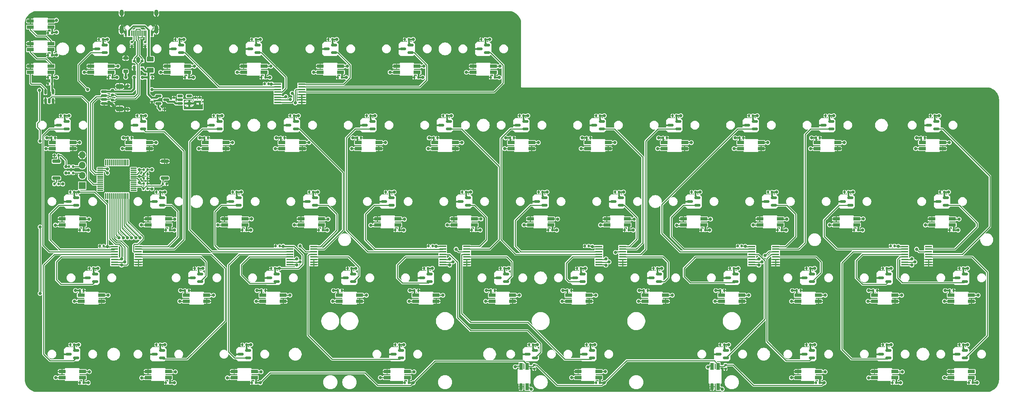
<source format=gbr>
G04 #@! TF.GenerationSoftware,KiCad,Pcbnew,8.0.8*
G04 #@! TF.CreationDate,2025-02-11T15:39:55+01:00*
G04 #@! TF.ProjectId,vootington V4N STM32G0B1CBT6,766f6f74-696e-4677-946f-6e2056344e20,rev?*
G04 #@! TF.SameCoordinates,Original*
G04 #@! TF.FileFunction,Copper,L2,Bot*
G04 #@! TF.FilePolarity,Positive*
%FSLAX46Y46*%
G04 Gerber Fmt 4.6, Leading zero omitted, Abs format (unit mm)*
G04 Created by KiCad (PCBNEW 8.0.8) date 2025-02-11 15:39:55*
%MOMM*%
%LPD*%
G01*
G04 APERTURE LIST*
G04 Aperture macros list*
%AMRoundRect*
0 Rectangle with rounded corners*
0 $1 Rounding radius*
0 $2 $3 $4 $5 $6 $7 $8 $9 X,Y pos of 4 corners*
0 Add a 4 corners polygon primitive as box body*
4,1,4,$2,$3,$4,$5,$6,$7,$8,$9,$2,$3,0*
0 Add four circle primitives for the rounded corners*
1,1,$1+$1,$2,$3*
1,1,$1+$1,$4,$5*
1,1,$1+$1,$6,$7*
1,1,$1+$1,$8,$9*
0 Add four rect primitives between the rounded corners*
20,1,$1+$1,$2,$3,$4,$5,0*
20,1,$1+$1,$4,$5,$6,$7,0*
20,1,$1+$1,$6,$7,$8,$9,0*
20,1,$1+$1,$8,$9,$2,$3,0*%
G04 Aperture macros list end*
G04 #@! TA.AperFunction,SMDPad,CuDef*
%ADD10RoundRect,0.140000X0.140000X0.170000X-0.140000X0.170000X-0.140000X-0.170000X0.140000X-0.170000X0*%
G04 #@! TD*
G04 #@! TA.AperFunction,SMDPad,CuDef*
%ADD11RoundRect,0.205000X-0.205000X0.645000X-0.205000X-0.645000X0.205000X-0.645000X0.205000X0.645000X0*%
G04 #@! TD*
G04 #@! TA.AperFunction,SMDPad,CuDef*
%ADD12R,0.820000X1.700000*%
G04 #@! TD*
G04 #@! TA.AperFunction,SMDPad,CuDef*
%ADD13RoundRect,0.140000X-0.140000X-0.170000X0.140000X-0.170000X0.140000X0.170000X-0.140000X0.170000X0*%
G04 #@! TD*
G04 #@! TA.AperFunction,SMDPad,CuDef*
%ADD14RoundRect,0.150000X0.150000X-0.512500X0.150000X0.512500X-0.150000X0.512500X-0.150000X-0.512500X0*%
G04 #@! TD*
G04 #@! TA.AperFunction,SMDPad,CuDef*
%ADD15R,1.778000X0.419100*%
G04 #@! TD*
G04 #@! TA.AperFunction,SMDPad,CuDef*
%ADD16RoundRect,0.205000X0.645000X0.205000X-0.645000X0.205000X-0.645000X-0.205000X0.645000X-0.205000X0*%
G04 #@! TD*
G04 #@! TA.AperFunction,SMDPad,CuDef*
%ADD17R,1.700000X0.820000*%
G04 #@! TD*
G04 #@! TA.AperFunction,SMDPad,CuDef*
%ADD18RoundRect,0.150000X0.587500X0.150000X-0.587500X0.150000X-0.587500X-0.150000X0.587500X-0.150000X0*%
G04 #@! TD*
G04 #@! TA.AperFunction,SMDPad,CuDef*
%ADD19RoundRect,0.205000X-0.645000X-0.205000X0.645000X-0.205000X0.645000X0.205000X-0.645000X0.205000X0*%
G04 #@! TD*
G04 #@! TA.AperFunction,SMDPad,CuDef*
%ADD20RoundRect,0.200000X0.800000X-0.200000X0.800000X0.200000X-0.800000X0.200000X-0.800000X-0.200000X0*%
G04 #@! TD*
G04 #@! TA.AperFunction,SMDPad,CuDef*
%ADD21RoundRect,0.150000X-0.587500X-0.150000X0.587500X-0.150000X0.587500X0.150000X-0.587500X0.150000X0*%
G04 #@! TD*
G04 #@! TA.AperFunction,SMDPad,CuDef*
%ADD22RoundRect,0.135000X-0.135000X-0.185000X0.135000X-0.185000X0.135000X0.185000X-0.135000X0.185000X0*%
G04 #@! TD*
G04 #@! TA.AperFunction,SMDPad,CuDef*
%ADD23RoundRect,0.135000X0.185000X-0.135000X0.185000X0.135000X-0.185000X0.135000X-0.185000X-0.135000X0*%
G04 #@! TD*
G04 #@! TA.AperFunction,SMDPad,CuDef*
%ADD24R,0.700000X1.000000*%
G04 #@! TD*
G04 #@! TA.AperFunction,SMDPad,CuDef*
%ADD25R,0.700000X0.600000*%
G04 #@! TD*
G04 #@! TA.AperFunction,SMDPad,CuDef*
%ADD26RoundRect,0.140000X-0.170000X0.140000X-0.170000X-0.140000X0.170000X-0.140000X0.170000X0.140000X0*%
G04 #@! TD*
G04 #@! TA.AperFunction,SMDPad,CuDef*
%ADD27RoundRect,0.150000X-0.512500X-0.150000X0.512500X-0.150000X0.512500X0.150000X-0.512500X0.150000X0*%
G04 #@! TD*
G04 #@! TA.AperFunction,ComponentPad*
%ADD28R,1.700000X1.700000*%
G04 #@! TD*
G04 #@! TA.AperFunction,ComponentPad*
%ADD29O,1.700000X1.700000*%
G04 #@! TD*
G04 #@! TA.AperFunction,SMDPad,CuDef*
%ADD30RoundRect,0.147500X-0.147500X-0.172500X0.147500X-0.172500X0.147500X0.172500X-0.147500X0.172500X0*%
G04 #@! TD*
G04 #@! TA.AperFunction,SMDPad,CuDef*
%ADD31RoundRect,0.075000X0.662500X0.075000X-0.662500X0.075000X-0.662500X-0.075000X0.662500X-0.075000X0*%
G04 #@! TD*
G04 #@! TA.AperFunction,SMDPad,CuDef*
%ADD32RoundRect,0.075000X0.075000X0.662500X-0.075000X0.662500X-0.075000X-0.662500X0.075000X-0.662500X0*%
G04 #@! TD*
G04 #@! TA.AperFunction,SMDPad,CuDef*
%ADD33R,0.600000X1.450000*%
G04 #@! TD*
G04 #@! TA.AperFunction,SMDPad,CuDef*
%ADD34R,0.300000X1.450000*%
G04 #@! TD*
G04 #@! TA.AperFunction,ComponentPad*
%ADD35O,1.000000X1.600000*%
G04 #@! TD*
G04 #@! TA.AperFunction,ComponentPad*
%ADD36O,1.000000X2.100000*%
G04 #@! TD*
G04 #@! TA.AperFunction,SMDPad,CuDef*
%ADD37RoundRect,0.150000X-0.275000X0.150000X-0.275000X-0.150000X0.275000X-0.150000X0.275000X0.150000X0*%
G04 #@! TD*
G04 #@! TA.AperFunction,SMDPad,CuDef*
%ADD38RoundRect,0.175000X-0.225000X0.175000X-0.225000X-0.175000X0.225000X-0.175000X0.225000X0.175000X0*%
G04 #@! TD*
G04 #@! TA.AperFunction,SMDPad,CuDef*
%ADD39RoundRect,0.135000X0.135000X0.185000X-0.135000X0.185000X-0.135000X-0.185000X0.135000X-0.185000X0*%
G04 #@! TD*
G04 #@! TA.AperFunction,SMDPad,CuDef*
%ADD40RoundRect,0.225000X0.375000X-0.225000X0.375000X0.225000X-0.375000X0.225000X-0.375000X-0.225000X0*%
G04 #@! TD*
G04 #@! TA.AperFunction,SMDPad,CuDef*
%ADD41RoundRect,0.140000X0.170000X-0.140000X0.170000X0.140000X-0.170000X0.140000X-0.170000X-0.140000X0*%
G04 #@! TD*
G04 #@! TA.AperFunction,SMDPad,CuDef*
%ADD42RoundRect,0.150000X-0.625000X0.150000X-0.625000X-0.150000X0.625000X-0.150000X0.625000X0.150000X0*%
G04 #@! TD*
G04 #@! TA.AperFunction,SMDPad,CuDef*
%ADD43RoundRect,0.250000X-0.650000X0.350000X-0.650000X-0.350000X0.650000X-0.350000X0.650000X0.350000X0*%
G04 #@! TD*
G04 #@! TA.AperFunction,SMDPad,CuDef*
%ADD44RoundRect,0.250000X-0.625000X0.375000X-0.625000X-0.375000X0.625000X-0.375000X0.625000X0.375000X0*%
G04 #@! TD*
G04 #@! TA.AperFunction,ViaPad*
%ADD45C,0.800000*%
G04 #@! TD*
G04 #@! TA.AperFunction,Conductor*
%ADD46C,0.381000*%
G04 #@! TD*
G04 #@! TA.AperFunction,Conductor*
%ADD47C,0.250000*%
G04 #@! TD*
G04 #@! TA.AperFunction,Conductor*
%ADD48C,0.500000*%
G04 #@! TD*
G04 #@! TA.AperFunction,Conductor*
%ADD49C,0.600000*%
G04 #@! TD*
G04 APERTURE END LIST*
D10*
X203680000Y-76993750D03*
X202720000Y-76993750D03*
X243734704Y-71401076D03*
X242774704Y-71401076D03*
X167961250Y-96043750D03*
X167001250Y-96043750D03*
X222730000Y-76993750D03*
X221770000Y-76993750D03*
D11*
X150679852Y-106531250D03*
D12*
X152179852Y-106531250D03*
X152179852Y-101431250D03*
X150679852Y-101431250D03*
D13*
X66988750Y-82550000D03*
X67948750Y-82550000D03*
D14*
X34093250Y-35172250D03*
X33143250Y-35172250D03*
X32193250Y-35172250D03*
X32193250Y-32897250D03*
X34093250Y-32897250D03*
D13*
X56670000Y-55805587D03*
X57630000Y-55805587D03*
D15*
X214111840Y-71563905D03*
X214111840Y-72214145D03*
X214111840Y-72864385D03*
X214111840Y-73514625D03*
X214111840Y-74159785D03*
X214111840Y-74810025D03*
X214111840Y-75460265D03*
X214111840Y-76110505D03*
X208163160Y-76110505D03*
X208163160Y-75460265D03*
X208163160Y-74810025D03*
X208163160Y-74159785D03*
X208163160Y-73514625D03*
X208163160Y-72864385D03*
X208163160Y-72214145D03*
X208163160Y-71563905D03*
D13*
X40795000Y-82550000D03*
X41755000Y-82550000D03*
D16*
X36343750Y-102779000D03*
D17*
X36343750Y-104279000D03*
X41443750Y-104279000D03*
X41443750Y-102779000D03*
D18*
X201756250Y-97475000D03*
X201756250Y-99375000D03*
X199881250Y-98425000D03*
D19*
X115262500Y-47129000D03*
D17*
X115262500Y-45629000D03*
X110162500Y-45629000D03*
X110162500Y-47129000D03*
D18*
X39831250Y-97475000D03*
X39831250Y-99375000D03*
X37956250Y-98425000D03*
D19*
X46206250Y-85229000D03*
D17*
X46206250Y-83729000D03*
X41106250Y-83729000D03*
X41106250Y-85229000D03*
D18*
X151750000Y-40325000D03*
X151750000Y-42225000D03*
X149875000Y-41275000D03*
D13*
X147951250Y-44450000D03*
X148911250Y-44450000D03*
D10*
X253686250Y-38893750D03*
X252726250Y-38893750D03*
X117955000Y-57943750D03*
X116995000Y-57943750D03*
D19*
X224800000Y-85229000D03*
D17*
X224800000Y-83729000D03*
X219700000Y-83729000D03*
X219700000Y-85229000D03*
D10*
X33817500Y-23812500D03*
X32857500Y-23812500D03*
D16*
X257800000Y-102779000D03*
D17*
X257800000Y-104279000D03*
X262900000Y-104279000D03*
X262900000Y-102779000D03*
D18*
X89837500Y-78425000D03*
X89837500Y-80325000D03*
X87962500Y-79375000D03*
X120793750Y-97475000D03*
X120793750Y-99375000D03*
X118918750Y-98425000D03*
D10*
X106048750Y-29368750D03*
X105088750Y-29368750D03*
D20*
X34925000Y-54487500D03*
X34925000Y-50287500D03*
D21*
X60381250Y-35875000D03*
X60381250Y-33975000D03*
X62256250Y-34925000D03*
D10*
X89380000Y-76993750D03*
X88420000Y-76993750D03*
D22*
X38073750Y-51593750D03*
X39093750Y-51593750D03*
D19*
X191462500Y-47129000D03*
D17*
X191462500Y-45629000D03*
X186362500Y-45629000D03*
X186362500Y-47129000D03*
D13*
X57857500Y-29368750D03*
X58817500Y-29368750D03*
D10*
X144148750Y-29368750D03*
X143188750Y-29368750D03*
D16*
X79206250Y-102779000D03*
D17*
X79206250Y-104279000D03*
X84306250Y-104279000D03*
X84306250Y-102779000D03*
D13*
X143188750Y-82550000D03*
X144148750Y-82550000D03*
D16*
X28462500Y-15290000D03*
D17*
X28462500Y-16790000D03*
X33562500Y-16790000D03*
X33562500Y-15290000D03*
D10*
X137005000Y-57943750D03*
X136045000Y-57943750D03*
X63186250Y-105568750D03*
X62226250Y-105568750D03*
X120336250Y-96043750D03*
X119376250Y-96043750D03*
D23*
X53721589Y-21547501D03*
X53721589Y-20527501D03*
D13*
X61432500Y-55956250D03*
X62392500Y-55956250D03*
D16*
X57775000Y-64679000D03*
D17*
X57775000Y-66179000D03*
X62875000Y-66179000D03*
X62875000Y-64679000D03*
D10*
X101286250Y-67468750D03*
X100326250Y-67468750D03*
D16*
X95875000Y-64679000D03*
D17*
X95875000Y-66179000D03*
X100975000Y-66179000D03*
X100975000Y-64679000D03*
D18*
X204137500Y-78425000D03*
X204137500Y-80325000D03*
X202262500Y-79375000D03*
X137462500Y-59375000D03*
X137462500Y-61275000D03*
X135587500Y-60325000D03*
D10*
X46517500Y-19843750D03*
X45557500Y-19843750D03*
X41755000Y-67468750D03*
X40795000Y-67468750D03*
X241780000Y-96043750D03*
X240820000Y-96043750D03*
X94142500Y-38893750D03*
X93182500Y-38893750D03*
D24*
X54309089Y-26943750D03*
D25*
X54309089Y-25243750D03*
X56309089Y-25243750D03*
X56309089Y-27143750D03*
D10*
X165580000Y-76993750D03*
X164620000Y-76993750D03*
X125098750Y-29368750D03*
X124138750Y-29368750D03*
X127480000Y-76993750D03*
X126520000Y-76993750D03*
D18*
X227950000Y-40325000D03*
X227950000Y-42225000D03*
X226075000Y-41275000D03*
X256525000Y-59375000D03*
X256525000Y-61275000D03*
X254650000Y-60325000D03*
X156512500Y-59375000D03*
X156512500Y-61275000D03*
X154637500Y-60325000D03*
D10*
X244161250Y-105568750D03*
X243201250Y-105568750D03*
D13*
X205101250Y-44450000D03*
X206061250Y-44450000D03*
D26*
X64200000Y-34445000D03*
X64200000Y-35405000D03*
D13*
X33651250Y-44450000D03*
X34611250Y-44450000D03*
D10*
X84617500Y-19843750D03*
X83657500Y-19843750D03*
D18*
X66025000Y-21275000D03*
X66025000Y-23175000D03*
X64150000Y-22225000D03*
D10*
X41755000Y-105568750D03*
X40795000Y-105568750D03*
D19*
X77162500Y-47129000D03*
D17*
X77162500Y-45629000D03*
X72062500Y-45629000D03*
X72062500Y-47129000D03*
D27*
X65737500Y-35875000D03*
X65737500Y-34925000D03*
X65737500Y-33975000D03*
X68012500Y-33975000D03*
X68012500Y-35875000D03*
D26*
X70643750Y-34445000D03*
X70643750Y-35405000D03*
D16*
X114925000Y-64679000D03*
D17*
X114925000Y-66179000D03*
X120025000Y-66179000D03*
X120025000Y-64679000D03*
D13*
X162238750Y-82550000D03*
X163198750Y-82550000D03*
D16*
X210175000Y-64679000D03*
D17*
X210175000Y-66179000D03*
X215275000Y-66179000D03*
X215275000Y-64679000D03*
D16*
X28462500Y-26555000D03*
D17*
X28462500Y-28055000D03*
X33562500Y-28055000D03*
X33562500Y-26555000D03*
D10*
X56042500Y-38893750D03*
X55082500Y-38893750D03*
D13*
X257488750Y-82550000D03*
X258448750Y-82550000D03*
D10*
X139386250Y-67468750D03*
X138426250Y-67468750D03*
D26*
X153987500Y-101120000D03*
X153987500Y-102080000D03*
D13*
X250345000Y-44450000D03*
X251305000Y-44450000D03*
D28*
X41375000Y-56356250D03*
D29*
X41375000Y-53816250D03*
X41375000Y-51276250D03*
X41375000Y-48736250D03*
D10*
X222730000Y-96043750D03*
X221770000Y-96043750D03*
D18*
X123175000Y-21275000D03*
X123175000Y-23175000D03*
X121300000Y-22225000D03*
D10*
X113192500Y-38893750D03*
X112232500Y-38893750D03*
D18*
X146987500Y-78425000D03*
X146987500Y-80325000D03*
X145112500Y-79375000D03*
D19*
X39062500Y-47129000D03*
D17*
X39062500Y-45629000D03*
X33962500Y-45629000D03*
X33962500Y-47129000D03*
D18*
X132700000Y-40325000D03*
X132700000Y-42225000D03*
X130825000Y-41275000D03*
D16*
X62537500Y-26579000D03*
D17*
X62537500Y-28079000D03*
X67637500Y-28079000D03*
X67637500Y-26579000D03*
D30*
X56665000Y-52387500D03*
X57635000Y-52387500D03*
D18*
X154131250Y-97475000D03*
X154131250Y-99375000D03*
X152256250Y-98425000D03*
D10*
X175105000Y-57943750D03*
X174145000Y-57943750D03*
D13*
X200338750Y-82550000D03*
X201298750Y-82550000D03*
D23*
X57037122Y-21576841D03*
X57037122Y-20556841D03*
D16*
X36343750Y-64679000D03*
D17*
X36343750Y-66179000D03*
X41443750Y-66179000D03*
X41443750Y-64679000D03*
D19*
X205750000Y-85229000D03*
D17*
X205750000Y-83729000D03*
X200650000Y-83729000D03*
X200650000Y-85229000D03*
D18*
X127937500Y-78425000D03*
X127937500Y-80325000D03*
X126062500Y-79375000D03*
D31*
X54168750Y-52018750D03*
X54168750Y-52518750D03*
X54168750Y-53018750D03*
X54168750Y-53518750D03*
X54168750Y-54018750D03*
X54168750Y-54518750D03*
X54168750Y-55018750D03*
X54168750Y-55518750D03*
X54168750Y-56018750D03*
X54168750Y-56518750D03*
X54168750Y-57018750D03*
X54168750Y-57518750D03*
D32*
X52756250Y-58931250D03*
X52256250Y-58931250D03*
X51756250Y-58931250D03*
X51256250Y-58931250D03*
X50756250Y-58931250D03*
X50256250Y-58931250D03*
X49756250Y-58931250D03*
X49256250Y-58931250D03*
X48756250Y-58931250D03*
X48256250Y-58931250D03*
X47756250Y-58931250D03*
X47256250Y-58931250D03*
D31*
X45843750Y-57518750D03*
X45843750Y-57018750D03*
X45843750Y-56518750D03*
X45843750Y-56018750D03*
X45843750Y-55518750D03*
X45843750Y-55018750D03*
X45843750Y-54518750D03*
X45843750Y-54018750D03*
X45843750Y-53518750D03*
X45843750Y-53018750D03*
X45843750Y-52518750D03*
X45843750Y-52018750D03*
D32*
X47256250Y-50606250D03*
X47756250Y-50606250D03*
X48256250Y-50606250D03*
X48756250Y-50606250D03*
X49256250Y-50606250D03*
X49756250Y-50606250D03*
X50256250Y-50606250D03*
X50756250Y-50606250D03*
X51256250Y-50606250D03*
X51756250Y-50606250D03*
X52256250Y-50606250D03*
X52756250Y-50606250D03*
D10*
X132242500Y-38893750D03*
X131282500Y-38893750D03*
X170342500Y-105568750D03*
X169382500Y-105568750D03*
D13*
X128901250Y-44450000D03*
X129861250Y-44450000D03*
D19*
X229562500Y-47129000D03*
D17*
X229562500Y-45629000D03*
X224462500Y-45629000D03*
X224462500Y-47129000D03*
D10*
X156055000Y-57943750D03*
X155095000Y-57943750D03*
X151292500Y-38893750D03*
X150332500Y-38893750D03*
D18*
X82693750Y-97475000D03*
X82693750Y-99375000D03*
X80818750Y-98425000D03*
D13*
X124138750Y-82550000D03*
X125098750Y-82550000D03*
D10*
X215586250Y-67468750D03*
X214626250Y-67468750D03*
X108430000Y-76993750D03*
X107470000Y-76993750D03*
X234636250Y-67468750D03*
X233676250Y-67468750D03*
X177486250Y-67468750D03*
X176526250Y-67468750D03*
D13*
X219388750Y-82550000D03*
X220348750Y-82550000D03*
D11*
X198304852Y-106531250D03*
D12*
X199804852Y-106531250D03*
X199804852Y-101431250D03*
X198304852Y-101431250D03*
D18*
X185087500Y-78425000D03*
X185087500Y-80325000D03*
X183212500Y-79375000D03*
D13*
X186051250Y-44450000D03*
X187011250Y-44450000D03*
D10*
X260830000Y-96043750D03*
X259870000Y-96043750D03*
X208442500Y-38893750D03*
X207482500Y-38893750D03*
D18*
X104125000Y-21275000D03*
X104125000Y-23175000D03*
X102250000Y-22225000D03*
D16*
X138737500Y-26579000D03*
D17*
X138737500Y-28079000D03*
X143837500Y-28079000D03*
X143837500Y-26579000D03*
D13*
X105088750Y-82550000D03*
X106048750Y-82550000D03*
D18*
X70787500Y-78425000D03*
X70787500Y-80325000D03*
X68912500Y-79375000D03*
D15*
X55361840Y-71545450D03*
X55361840Y-72195690D03*
X55361840Y-72845930D03*
X55361840Y-73496170D03*
X55361840Y-74141330D03*
X55361840Y-74791570D03*
X55361840Y-75441810D03*
X55361840Y-76092050D03*
X49413160Y-76092050D03*
X49413160Y-75441810D03*
X49413160Y-74791570D03*
X49413160Y-74141330D03*
X49413160Y-73496170D03*
X49413160Y-72845930D03*
X49413160Y-72195690D03*
X49413160Y-71545450D03*
D18*
X37450000Y-40325000D03*
X37450000Y-42225000D03*
X35575000Y-41275000D03*
D10*
X146530000Y-76993750D03*
X145570000Y-76993750D03*
D13*
X167001250Y-44450000D03*
X167961250Y-44450000D03*
D10*
X153673750Y-96043750D03*
X152713750Y-96043750D03*
D18*
X242237500Y-78425000D03*
X242237500Y-80325000D03*
X240362500Y-79375000D03*
D10*
X86998750Y-29368750D03*
X86038750Y-29368750D03*
D18*
X261287500Y-97475000D03*
X261287500Y-99375000D03*
X259412500Y-98425000D03*
D10*
X36992500Y-38893750D03*
X36032500Y-38893750D03*
D18*
X61262500Y-97475000D03*
X61262500Y-99375000D03*
X59387500Y-98425000D03*
X113650000Y-40325000D03*
X113650000Y-42225000D03*
X111775000Y-41275000D03*
D10*
X225111250Y-105568750D03*
X224151250Y-105568750D03*
D18*
X108887500Y-78425000D03*
X108887500Y-80325000D03*
X107012500Y-79375000D03*
D10*
X232255000Y-57943750D03*
X231295000Y-57943750D03*
D18*
X56500000Y-40325000D03*
X56500000Y-42225000D03*
X54625000Y-41275000D03*
D10*
X128640954Y-71437500D03*
X127680954Y-71437500D03*
D33*
X52249000Y-18335625D03*
X53049000Y-18335625D03*
D34*
X54249000Y-18335625D03*
X55249000Y-18335625D03*
X55749000Y-18335625D03*
X56749000Y-18335625D03*
D33*
X57949000Y-18335625D03*
X58749000Y-18335625D03*
X58749000Y-18335625D03*
X57949000Y-18335625D03*
D34*
X57249000Y-18335625D03*
X56249000Y-18335625D03*
X54749000Y-18335625D03*
X53749000Y-18335625D03*
D33*
X53049000Y-18335625D03*
X52249000Y-18335625D03*
D35*
X51179000Y-13240625D03*
D36*
X51179000Y-17420625D03*
D35*
X59819000Y-13240625D03*
D36*
X59819000Y-17420625D03*
D37*
X48925000Y-32581250D03*
X48925000Y-33781250D03*
X48925000Y-34981250D03*
X48925000Y-36181250D03*
D38*
X52700000Y-31431250D03*
X52700000Y-37331250D03*
D18*
X170800000Y-40325000D03*
X170800000Y-42225000D03*
X168925000Y-41275000D03*
D10*
X33817500Y-29368750D03*
X32857500Y-29368750D03*
X196536250Y-67468750D03*
X195576250Y-67468750D03*
D16*
X119687500Y-26579000D03*
D17*
X119687500Y-28079000D03*
X124787500Y-28079000D03*
X124787500Y-26579000D03*
D15*
X96043750Y-31064200D03*
X96043750Y-31714440D03*
X96043750Y-32364680D03*
X96043750Y-33014920D03*
X96043750Y-33660080D03*
X96043750Y-34310320D03*
X96043750Y-34960560D03*
X96043750Y-35610800D03*
X90095070Y-35610800D03*
X90095070Y-34960560D03*
X90095070Y-34310320D03*
X90095070Y-33660080D03*
X90095070Y-33014920D03*
X90095070Y-32364680D03*
X90095070Y-31714440D03*
X90095070Y-31064200D03*
D18*
X223187500Y-97475000D03*
X223187500Y-99375000D03*
X221312500Y-98425000D03*
D39*
X35435000Y-55956250D03*
X34415000Y-55956250D03*
D16*
X219700000Y-102779000D03*
D17*
X219700000Y-104279000D03*
X224800000Y-104279000D03*
X224800000Y-102779000D03*
D13*
X181288750Y-82550000D03*
X182248750Y-82550000D03*
X109851250Y-44450000D03*
X110811250Y-44450000D03*
D15*
X176011840Y-71545450D03*
X176011840Y-72195690D03*
X176011840Y-72845930D03*
X176011840Y-73496170D03*
X176011840Y-74141330D03*
X176011840Y-74791570D03*
X176011840Y-75441810D03*
X176011840Y-76092050D03*
X170063160Y-76092050D03*
X170063160Y-75441810D03*
X170063160Y-74791570D03*
X170063160Y-74141330D03*
X170063160Y-73496170D03*
X170063160Y-72845930D03*
X170063160Y-72195690D03*
X170063160Y-71545450D03*
D10*
X256067500Y-57943750D03*
X255107500Y-57943750D03*
D19*
X255756250Y-47129000D03*
D17*
X255756250Y-45629000D03*
X250656250Y-45629000D03*
X250656250Y-47129000D03*
D10*
X120336250Y-67468750D03*
X119376250Y-67468750D03*
X39373750Y-57943750D03*
X38413750Y-57943750D03*
D16*
X76825000Y-64679000D03*
D17*
X76825000Y-66179000D03*
X81925000Y-66179000D03*
X81925000Y-64679000D03*
D13*
X238438750Y-82550000D03*
X239398750Y-82550000D03*
X86038750Y-82550000D03*
X86998750Y-82550000D03*
D18*
X61262500Y-59375000D03*
X61262500Y-61275000D03*
X59387500Y-60325000D03*
D10*
X46723300Y-71437500D03*
X45763300Y-71437500D03*
D40*
X52193750Y-27843750D03*
X52193750Y-24543750D03*
D18*
X80312500Y-59375000D03*
X80312500Y-61275000D03*
X78437500Y-60325000D03*
D41*
X58737500Y-35405000D03*
X58737500Y-34445000D03*
D10*
X194155000Y-57943750D03*
X193195000Y-57943750D03*
X189392500Y-38893750D03*
X188432500Y-38893750D03*
X63186250Y-67468750D03*
X62226250Y-67468750D03*
X122717500Y-19843750D03*
X121757500Y-19843750D03*
X258448750Y-67468750D03*
X257488750Y-67468750D03*
D16*
X229225000Y-64679000D03*
D17*
X229225000Y-66179000D03*
X234325000Y-66179000D03*
X234325000Y-64679000D03*
D16*
X81587500Y-26579000D03*
D17*
X81587500Y-28079000D03*
X86687500Y-28079000D03*
X86687500Y-26579000D03*
D10*
X98905000Y-57943750D03*
X97945000Y-57943750D03*
D42*
X46837697Y-32881250D03*
X46837697Y-33881250D03*
X46837697Y-34881250D03*
X46837697Y-35881250D03*
D43*
X50712697Y-31581250D03*
X50712697Y-37181250D03*
D18*
X118412500Y-59375000D03*
X118412500Y-61275000D03*
X116537500Y-60325000D03*
D10*
X227492500Y-38893750D03*
X226532500Y-38893750D03*
X205634704Y-71437500D03*
X204674704Y-71437500D03*
D18*
X175562500Y-59375000D03*
X175562500Y-61275000D03*
X173687500Y-60325000D03*
D13*
X224151250Y-44450000D03*
X225111250Y-44450000D03*
D10*
X103667500Y-19843750D03*
X102707500Y-19843750D03*
D39*
X61828750Y-37306250D03*
X60808750Y-37306250D03*
D26*
X69551587Y-34445000D03*
X69551587Y-35405000D03*
D19*
X210512500Y-47129000D03*
D17*
X210512500Y-45629000D03*
X205412500Y-45629000D03*
X205412500Y-47129000D03*
D39*
X35435000Y-48818750D03*
X34415000Y-48818750D03*
D19*
X134312500Y-47129000D03*
D17*
X134312500Y-45629000D03*
X129212500Y-45629000D03*
X129212500Y-47129000D03*
D16*
X153025000Y-64679000D03*
D17*
X153025000Y-66179000D03*
X158125000Y-66179000D03*
X158125000Y-64679000D03*
D19*
X110500000Y-85229000D03*
D17*
X110500000Y-83729000D03*
X105400000Y-83729000D03*
X105400000Y-85229000D03*
D19*
X243850000Y-85229000D03*
D17*
X243850000Y-83729000D03*
X238750000Y-83729000D03*
X238750000Y-85229000D03*
D19*
X96212500Y-47129000D03*
D17*
X96212500Y-45629000D03*
X91112500Y-45629000D03*
X91112500Y-47129000D03*
D10*
X60805000Y-57943750D03*
X59845000Y-57943750D03*
D15*
X252211840Y-71563905D03*
X252211840Y-72214145D03*
X252211840Y-72864385D03*
X252211840Y-73514625D03*
X252211840Y-74159785D03*
X252211840Y-74810025D03*
X252211840Y-75460265D03*
X252211840Y-76110505D03*
X246263160Y-76110505D03*
X246263160Y-75460265D03*
X246263160Y-74810025D03*
X246263160Y-74159785D03*
X246263160Y-73514625D03*
X246263160Y-72864385D03*
X246263160Y-72214145D03*
X246263160Y-71563905D03*
D10*
X48898750Y-29368750D03*
X47938750Y-29368750D03*
D16*
X100637500Y-26579000D03*
D17*
X100637500Y-28079000D03*
X105737500Y-28079000D03*
X105737500Y-26579000D03*
D13*
X52701250Y-44450000D03*
X53661250Y-44450000D03*
D16*
X28462500Y-20922500D03*
D17*
X28462500Y-22422500D03*
X33562500Y-22422500D03*
X33562500Y-20922500D03*
D10*
X122717500Y-105568750D03*
X121757500Y-105568750D03*
D16*
X238750000Y-102779000D03*
D17*
X238750000Y-104279000D03*
X243850000Y-104279000D03*
X243850000Y-102779000D03*
D19*
X91450000Y-85229000D03*
D17*
X91450000Y-83729000D03*
X86350000Y-83729000D03*
X86350000Y-85229000D03*
D10*
X260830000Y-76993750D03*
X259870000Y-76993750D03*
D19*
X262900000Y-85229000D03*
D17*
X262900000Y-83729000D03*
X257800000Y-83729000D03*
X257800000Y-85229000D03*
D10*
X241780000Y-76993750D03*
X240820000Y-76993750D03*
D19*
X167650000Y-85229000D03*
D17*
X167650000Y-83729000D03*
X162550000Y-83729000D03*
X162550000Y-85229000D03*
D19*
X148600000Y-85229000D03*
D17*
X148600000Y-83729000D03*
X143500000Y-83729000D03*
X143500000Y-85229000D03*
D18*
X39831250Y-59375000D03*
X39831250Y-61275000D03*
X37956250Y-60325000D03*
D10*
X184630000Y-76993750D03*
X183670000Y-76993750D03*
D18*
X94600000Y-40325000D03*
X94600000Y-42225000D03*
X92725000Y-41275000D03*
D10*
X67948750Y-29368750D03*
X66988750Y-29368750D03*
D18*
X189850000Y-40325000D03*
X189850000Y-42225000D03*
X187975000Y-41275000D03*
X242237500Y-97475000D03*
X242237500Y-99375000D03*
X240362500Y-98425000D03*
D10*
X87792500Y-30956250D03*
X86832500Y-30956250D03*
D20*
X61912500Y-54487500D03*
X61912500Y-50287500D03*
D10*
X141767500Y-19843750D03*
X140807500Y-19843750D03*
X263211250Y-105568750D03*
X262251250Y-105568750D03*
D19*
X172412500Y-47129000D03*
D17*
X172412500Y-45629000D03*
X167312500Y-45629000D03*
X167312500Y-47129000D03*
D18*
X232712500Y-59375000D03*
X232712500Y-61275000D03*
X230837500Y-60325000D03*
D39*
X57660000Y-57150000D03*
X56640000Y-57150000D03*
D18*
X99362500Y-59375000D03*
X99362500Y-61275000D03*
X97487500Y-60325000D03*
D10*
X79855000Y-57943750D03*
X78895000Y-57943750D03*
D18*
X168418750Y-97475000D03*
X168418750Y-99375000D03*
X166543750Y-98425000D03*
D16*
X133975000Y-64679000D03*
D17*
X133975000Y-66179000D03*
X139075000Y-66179000D03*
X139075000Y-64679000D03*
D10*
X44136250Y-76993750D03*
X43176250Y-76993750D03*
X158436250Y-67468750D03*
X157476250Y-67468750D03*
D18*
X223187500Y-78425000D03*
X223187500Y-80325000D03*
X221312500Y-79375000D03*
D10*
X65567500Y-19843750D03*
X64607500Y-19843750D03*
D18*
X254143750Y-40325000D03*
X254143750Y-42225000D03*
X252268750Y-41275000D03*
D26*
X201612500Y-101120000D03*
X201612500Y-102080000D03*
D19*
X153362500Y-47129000D03*
D17*
X153362500Y-45629000D03*
X148262500Y-45629000D03*
X148262500Y-47129000D03*
D10*
X90540954Y-71437500D03*
X89580954Y-71437500D03*
D18*
X213662500Y-59375000D03*
X213662500Y-61275000D03*
X211787500Y-60325000D03*
D10*
X39373750Y-96043750D03*
X38413750Y-96043750D03*
D16*
X253037500Y-64679000D03*
D17*
X253037500Y-66179000D03*
X258137500Y-66179000D03*
X258137500Y-64679000D03*
D16*
X172075000Y-64679000D03*
D17*
X172075000Y-66179000D03*
X177175000Y-66179000D03*
X177175000Y-64679000D03*
D10*
X70330000Y-76993750D03*
X69370000Y-76993750D03*
X201298750Y-96043750D03*
X200338750Y-96043750D03*
D18*
X46975000Y-21275000D03*
X46975000Y-23175000D03*
X45100000Y-22225000D03*
D13*
X71751250Y-44450000D03*
X72711250Y-44450000D03*
X56670000Y-53481250D03*
X57630000Y-53481250D03*
D10*
X33817500Y-18256250D03*
X32857500Y-18256250D03*
D13*
X56670000Y-54527711D03*
X57630000Y-54527711D03*
D19*
X129550000Y-85229000D03*
D17*
X129550000Y-83729000D03*
X124450000Y-83729000D03*
X124450000Y-85229000D03*
D10*
X82236250Y-67468750D03*
X81276250Y-67468750D03*
D18*
X194612500Y-59375000D03*
X194612500Y-61275000D03*
X192737500Y-60325000D03*
X166037500Y-78425000D03*
X166037500Y-80325000D03*
X164162500Y-79375000D03*
D10*
X60805000Y-96043750D03*
X59845000Y-96043750D03*
X84617500Y-105568750D03*
X83657500Y-105568750D03*
D18*
X44593750Y-78425000D03*
X44593750Y-80325000D03*
X42718750Y-79375000D03*
D15*
X99018090Y-71545450D03*
X99018090Y-72195690D03*
X99018090Y-72845930D03*
X99018090Y-73496170D03*
X99018090Y-74141330D03*
X99018090Y-74791570D03*
X99018090Y-75441810D03*
X99018090Y-76092050D03*
X93069410Y-76092050D03*
X93069410Y-75441810D03*
X93069410Y-74791570D03*
X93069410Y-74141330D03*
X93069410Y-73496170D03*
X93069410Y-72845930D03*
X93069410Y-72195690D03*
X93069410Y-71545450D03*
D18*
X261287500Y-78425000D03*
X261287500Y-80325000D03*
X259412500Y-79375000D03*
X85075000Y-21275000D03*
X85075000Y-23175000D03*
X83200000Y-22225000D03*
D15*
X137118090Y-71543435D03*
X137118090Y-72193675D03*
X137118090Y-72843915D03*
X137118090Y-73494155D03*
X137118090Y-74139315D03*
X137118090Y-74789555D03*
X137118090Y-75439795D03*
X137118090Y-76090035D03*
X131169410Y-76090035D03*
X131169410Y-75439795D03*
X131169410Y-74789555D03*
X131169410Y-74139315D03*
X131169410Y-73494155D03*
X131169410Y-72843915D03*
X131169410Y-72193675D03*
X131169410Y-71543435D03*
D13*
X32857500Y-30956250D03*
X33817500Y-30956250D03*
D18*
X208900000Y-40325000D03*
X208900000Y-42225000D03*
X207025000Y-41275000D03*
D16*
X164931250Y-102779000D03*
D17*
X164931250Y-104279000D03*
X170031250Y-104279000D03*
X170031250Y-102779000D03*
D10*
X213205000Y-57943750D03*
X212245000Y-57943750D03*
D44*
X58337500Y-24793750D03*
X58337500Y-27593750D03*
D16*
X43487500Y-26579000D03*
D17*
X43487500Y-28079000D03*
X48587500Y-28079000D03*
X48587500Y-26579000D03*
D10*
X167534704Y-71439515D03*
X166574704Y-71439515D03*
D13*
X90801250Y-44450000D03*
X91761250Y-44450000D03*
D19*
X58112500Y-47129000D03*
D17*
X58112500Y-45629000D03*
X53012500Y-45629000D03*
X53012500Y-47129000D03*
D10*
X75092500Y-38893750D03*
X74132500Y-38893750D03*
D18*
X142225000Y-21275000D03*
X142225000Y-23175000D03*
X140350000Y-22225000D03*
X75550000Y-40325000D03*
X75550000Y-42225000D03*
X73675000Y-41275000D03*
D19*
X186700000Y-85229000D03*
D17*
X186700000Y-83729000D03*
X181600000Y-83729000D03*
X181600000Y-85229000D03*
D19*
X72400000Y-85229000D03*
D17*
X72400000Y-83729000D03*
X67300000Y-83729000D03*
X67300000Y-85229000D03*
D16*
X57775000Y-102779000D03*
D17*
X57775000Y-104279000D03*
X62875000Y-104279000D03*
X62875000Y-102779000D03*
D22*
X38073750Y-53181250D03*
X39093750Y-53181250D03*
D10*
X170342500Y-38893750D03*
X169382500Y-38893750D03*
D16*
X191125000Y-64679000D03*
D17*
X191125000Y-66179000D03*
X196225000Y-66179000D03*
X196225000Y-64679000D03*
D16*
X117306250Y-102779000D03*
D17*
X117306250Y-104279000D03*
X122406250Y-104279000D03*
X122406250Y-102779000D03*
D10*
X82236250Y-96043750D03*
X81276250Y-96043750D03*
D45*
X65881250Y-82550000D03*
X32543750Y-44450000D03*
X180181250Y-82550000D03*
X197643750Y-67468750D03*
X103981250Y-82550000D03*
X84931250Y-82550000D03*
X146843750Y-44450000D03*
X256381250Y-82550000D03*
X203993750Y-44450000D03*
X102393750Y-67468750D03*
X223043750Y-44450000D03*
X64293750Y-67468750D03*
X226218750Y-105568750D03*
X50006250Y-29368750D03*
X237331250Y-82550000D03*
X216693750Y-67468750D03*
X42862500Y-105568750D03*
X249237500Y-44450000D03*
X51593750Y-44450000D03*
X165893750Y-44450000D03*
X235743750Y-67468750D03*
X126206250Y-29368750D03*
X161131250Y-82550000D03*
X199231250Y-82550000D03*
X184943750Y-44450000D03*
X30872000Y-66675000D03*
X69056250Y-29368750D03*
X123825000Y-105568750D03*
X34981250Y-23712250D03*
X89693750Y-44450000D03*
X140493750Y-67468750D03*
X159543750Y-67468750D03*
X218281250Y-82550000D03*
X88106250Y-29368750D03*
X264318750Y-105568750D03*
X39687500Y-82550000D03*
X64293750Y-105568750D03*
X123031250Y-82550000D03*
X85725000Y-105568750D03*
X245268750Y-105568750D03*
X127793750Y-44450000D03*
X34981250Y-29344750D03*
X121443750Y-67468750D03*
X142081250Y-82550000D03*
X108743750Y-44450000D03*
X178593750Y-67468750D03*
X30869887Y-83253275D03*
X52196055Y-29361092D03*
X30725044Y-32543750D03*
X171450000Y-105568750D03*
X259556250Y-67468750D03*
X56356250Y-29368750D03*
X83343750Y-67468750D03*
X54334089Y-29368750D03*
X42862500Y-67468750D03*
X145256250Y-29368750D03*
X107156250Y-29368750D03*
X34981250Y-18079750D03*
X30872000Y-45243750D03*
X70643750Y-44450000D03*
X34131250Y-41275000D03*
X58737500Y-53477350D03*
X47625000Y-57150000D03*
X134143750Y-60325000D03*
X40703500Y-47117000D03*
X72231250Y-41275000D03*
X97853500Y-47117000D03*
X53181250Y-41275000D03*
X207391000Y-85217000D03*
X201612500Y-103187500D03*
X62706250Y-22225000D03*
X188341000Y-85217000D03*
X117475000Y-98425000D03*
X151407694Y-64688560D03*
X75165166Y-64681674D03*
X218051796Y-102817213D03*
X214679704Y-77852846D03*
X56065792Y-64736411D03*
X155003500Y-47117000D03*
X96043750Y-36512500D03*
X171779629Y-72195690D03*
X124618750Y-79375000D03*
X117475000Y-98425000D03*
X126573454Y-71437500D03*
X250825000Y-41275000D03*
X52196055Y-23506189D03*
X219868750Y-79375000D03*
X53729951Y-22370497D03*
X137091505Y-26575155D03*
X47847250Y-85217000D03*
X33337500Y-48818750D03*
X30956250Y-23812500D03*
X124618750Y-79375000D03*
X237294441Y-102826775D03*
X212153500Y-47117000D03*
X186531250Y-41275000D03*
X118057654Y-26582992D03*
X229393750Y-60325000D03*
X96043750Y-60325000D03*
X86518750Y-79375000D03*
X34131250Y-41275000D03*
X67468750Y-79375000D03*
X60907654Y-26582992D03*
X34676825Y-64725845D03*
X148431250Y-41275000D03*
X78803500Y-47117000D03*
X174053500Y-47117000D03*
X93091000Y-85217000D03*
X110331250Y-41275000D03*
X50006250Y-52387500D03*
X129381250Y-41275000D03*
X241667204Y-71437500D03*
X219868750Y-98425000D03*
X55562500Y-77852846D03*
X238918750Y-98425000D03*
X76993750Y-60325000D03*
X77558776Y-102835094D03*
X224631250Y-41275000D03*
X57943750Y-98425000D03*
X167481250Y-41275000D03*
X227545463Y-64662224D03*
X226441000Y-85217000D03*
X231203500Y-47117000D03*
X169291000Y-85217000D03*
X53181250Y-41275000D03*
X105568750Y-79375000D03*
X30956250Y-29368750D03*
X115093750Y-60325000D03*
X57943750Y-60325000D03*
X58737500Y-36512500D03*
X39375941Y-48737743D03*
X257968750Y-98425000D03*
X105568750Y-79375000D03*
X79957654Y-26582992D03*
X34761802Y-102793287D03*
X36512500Y-60325000D03*
X36512500Y-60325000D03*
X76993750Y-60325000D03*
X137685954Y-77852846D03*
X219868750Y-98425000D03*
X165100000Y-98425000D03*
X162718750Y-79375000D03*
X165467204Y-71439515D03*
X36512500Y-98425000D03*
X116903500Y-47117000D03*
X55562500Y-14687500D03*
X181768750Y-79375000D03*
X50006250Y-54768750D03*
X30956250Y-18256250D03*
X54312456Y-28368981D03*
X181768750Y-79375000D03*
X208520000Y-64710598D03*
X110331250Y-41275000D03*
X28575000Y-19843750D03*
X57045765Y-22401128D03*
X41275000Y-79375000D03*
X57943750Y-60325000D03*
X257968750Y-98425000D03*
X30956250Y-30162500D03*
X162718750Y-79375000D03*
X191293750Y-60325000D03*
X153193750Y-60325000D03*
X99007654Y-26582992D03*
X257968750Y-79375000D03*
X229393750Y-60325000D03*
X100806250Y-22225000D03*
X219868750Y-79375000D03*
X79375000Y-98425000D03*
X87312500Y-76993750D03*
X203567204Y-71437500D03*
X165100000Y-98425000D03*
X50006250Y-57150000D03*
X264541000Y-85217000D03*
X96043750Y-60325000D03*
X52387500Y-52387500D03*
X198437500Y-98425000D03*
X238918750Y-79375000D03*
X143668750Y-79375000D03*
X134143750Y-60325000D03*
X86518750Y-79375000D03*
X58732394Y-54523912D03*
X251417155Y-64714326D03*
X150241000Y-85217000D03*
X205581250Y-41275000D03*
X148431250Y-41275000D03*
X115643164Y-102803683D03*
X172243750Y-60325000D03*
X79375000Y-98425000D03*
X252942508Y-77718749D03*
X85925000Y-30956250D03*
X91281250Y-41275000D03*
X153193750Y-60325000D03*
X176212500Y-77787500D03*
X112141000Y-85217000D03*
X170468864Y-64710598D03*
X57943750Y-98425000D03*
X58679462Y-55715587D03*
X28575000Y-25400000D03*
X32543750Y-36512500D03*
X41857654Y-26582992D03*
X52387500Y-57150000D03*
X238918750Y-98425000D03*
X72231250Y-41275000D03*
X138906250Y-22225000D03*
X167481250Y-41275000D03*
X253206250Y-60325000D03*
X113254553Y-64768221D03*
X150812500Y-98425000D03*
X210343750Y-60325000D03*
X172243750Y-60325000D03*
X99585954Y-77852846D03*
X143668750Y-79375000D03*
X186531250Y-41275000D03*
X91281250Y-41275000D03*
X36512500Y-98425000D03*
X253206250Y-60325000D03*
X200818750Y-79375000D03*
X52387500Y-57150000D03*
X44655800Y-71437500D03*
X250825000Y-41275000D03*
X74041000Y-85217000D03*
X119856250Y-22225000D03*
X238918750Y-79375000D03*
X153987500Y-103187500D03*
X245491000Y-85217000D03*
X43656250Y-22225000D03*
X81756250Y-22225000D03*
X257968750Y-79375000D03*
X196850000Y-107156250D03*
X41275000Y-79375000D03*
X115093750Y-60325000D03*
X256211185Y-102778787D03*
X193103500Y-47117000D03*
X129381250Y-41275000D03*
X149225000Y-107156250D03*
X67468750Y-79375000D03*
X93662500Y-31750000D03*
X163254694Y-102812468D03*
X205581250Y-41275000D03*
X59753500Y-47117000D03*
X56179568Y-102837221D03*
X189499106Y-64733776D03*
X198437500Y-98425000D03*
X257397250Y-47117000D03*
X131191000Y-85217000D03*
X88473454Y-71437500D03*
X132345154Y-64682992D03*
X200818750Y-79375000D03*
X94249611Y-64705077D03*
X191293750Y-60325000D03*
X210343750Y-60325000D03*
X33733366Y-36512500D03*
X135953500Y-47117000D03*
X28575000Y-14287500D03*
X62706250Y-37306250D03*
X85725000Y-19843750D03*
X40481250Y-96043750D03*
X114300000Y-38893750D03*
X261937500Y-76993750D03*
X38100000Y-38893750D03*
X61912500Y-57943750D03*
X128587500Y-76993750D03*
X95250000Y-38893750D03*
X168434389Y-71545450D03*
X45243750Y-76993750D03*
X109537500Y-76993750D03*
X169068750Y-96043750D03*
X123825000Y-19843750D03*
X71437500Y-76993750D03*
X104775000Y-19843750D03*
X209550000Y-38893750D03*
X223837500Y-96043750D03*
X119062500Y-57943750D03*
X242887500Y-96043750D03*
X223837500Y-76993750D03*
X47625000Y-71545450D03*
X88494200Y-30989440D03*
X152400000Y-38893750D03*
X244691283Y-71489145D03*
X47625000Y-19843750D03*
X142875000Y-19843750D03*
X91442654Y-71470690D03*
X70643750Y-36512500D03*
X61912500Y-96043750D03*
X90487500Y-76993750D03*
X261937500Y-96043750D03*
X254793750Y-38893750D03*
X147637500Y-76993750D03*
X214312500Y-57943750D03*
X66675000Y-19843750D03*
X185737500Y-76993750D03*
X58737500Y-57165587D03*
X195262500Y-57943750D03*
X206554859Y-71489145D03*
X40481250Y-57943750D03*
X257175000Y-57943750D03*
X76200000Y-38893750D03*
X228600000Y-38893750D03*
X55562500Y-52387500D03*
X57150000Y-38893750D03*
X133350000Y-38893750D03*
X55562500Y-55562500D03*
X176212500Y-57943750D03*
X242887500Y-76993750D03*
X100012500Y-57943750D03*
X233362500Y-57943750D03*
X204787500Y-76993750D03*
X171450000Y-38893750D03*
X202406250Y-96043750D03*
X157162500Y-57943750D03*
X121443750Y-96043750D03*
X83343750Y-96043750D03*
X154781250Y-96043750D03*
X80962500Y-57943750D03*
X190500000Y-38893750D03*
X36512500Y-55956250D03*
X69550825Y-36553765D03*
X129540639Y-71506250D03*
X138112500Y-57943750D03*
X166687500Y-76993750D03*
X34925000Y-15081250D03*
X41857654Y-28070658D03*
X60907654Y-28070658D03*
X50239654Y-26582992D03*
X79957654Y-28070658D03*
X69289654Y-26582992D03*
X99007654Y-28070658D03*
X88339654Y-26582992D03*
X94456250Y-35718750D03*
X50558938Y-69385900D03*
X118057654Y-28070658D03*
X107389654Y-26582992D03*
X137091505Y-28062821D03*
X126439654Y-26582992D03*
X212153500Y-45629334D03*
X222821500Y-47117000D03*
X203771500Y-47117000D03*
X193103500Y-45629334D03*
X174053500Y-45629334D03*
X184721500Y-47117000D03*
X55768753Y-69385900D03*
X249237500Y-72231250D03*
X257397250Y-45629334D03*
X145473505Y-26575155D03*
X165671500Y-47117000D03*
X155003500Y-45629334D03*
X40715779Y-45622085D03*
X51383500Y-47129000D03*
X179959000Y-85217000D03*
X169291000Y-83729334D03*
X249015250Y-47117000D03*
X231203500Y-45629334D03*
X159789694Y-64688560D03*
X170468864Y-66198264D03*
X211504704Y-73818750D03*
X51663709Y-69385900D03*
X94823454Y-74612500D03*
X248017204Y-74612500D03*
X92075000Y-34131250D03*
X51167204Y-74612500D03*
X209917204Y-74612500D03*
X132923454Y-74612500D03*
X171817204Y-74614515D03*
X51960954Y-75406250D03*
X172610954Y-75408265D03*
X133717204Y-75406250D03*
X93235088Y-34878338D03*
X248810954Y-75406250D03*
X95617204Y-75406250D03*
X210710954Y-75406250D03*
X52663712Y-69385900D03*
X174198454Y-73027015D03*
X132923454Y-76200000D03*
X171817204Y-76202015D03*
X93662500Y-33337500D03*
X94823454Y-76200000D03*
X51167204Y-76200000D03*
X209917204Y-76200000D03*
X248017204Y-76200000D03*
X251417155Y-66201992D03*
X235927463Y-64662224D03*
X216902000Y-64710598D03*
X227545463Y-66149890D03*
X197881106Y-64733776D03*
X208520000Y-66198264D03*
X140727154Y-64682992D03*
X151407694Y-66176226D03*
X121636553Y-64768221D03*
X132345154Y-66170658D03*
X102631611Y-64705077D03*
X113254553Y-66255887D03*
X94249611Y-66192743D03*
X83547166Y-64681674D03*
X43058825Y-64725845D03*
X56079308Y-66138409D03*
X237280542Y-104322760D03*
X226433796Y-102817213D03*
X218051796Y-104304879D03*
X197260955Y-101671773D03*
X53663715Y-69385900D03*
X134510954Y-72231250D03*
X95617204Y-71437500D03*
X54768750Y-69385900D03*
X146621500Y-47117000D03*
X135953500Y-45629334D03*
X127571500Y-47117000D03*
X116903500Y-45629334D03*
X37306250Y-51593750D03*
X47637652Y-52168595D03*
X108521500Y-47117000D03*
X97853500Y-45629334D03*
X89471500Y-47117000D03*
X78803500Y-45629334D03*
X70421500Y-47117000D03*
X59753500Y-45629334D03*
X32321500Y-47117000D03*
X34676825Y-66213511D03*
X264541000Y-83729334D03*
X259799155Y-64714326D03*
X178850864Y-64710598D03*
X189499106Y-66221442D03*
X64447792Y-64736411D03*
X75165166Y-66169340D03*
X256159000Y-85217000D03*
X245491000Y-83729334D03*
X47625000Y-53181250D03*
X37306250Y-53181250D03*
X226441000Y-83729334D03*
X237109000Y-85217000D03*
X207391000Y-83729334D03*
X218059000Y-85217000D03*
X42699799Y-32381049D03*
X58707500Y-32363518D03*
X42699799Y-32381049D03*
X163290250Y-104267000D03*
X149225000Y-101600000D03*
X153193750Y-107156250D03*
X124025164Y-102803683D03*
X85940776Y-102835094D03*
X115643164Y-104291349D03*
X77558776Y-104322760D03*
X64561568Y-102837221D03*
X188341000Y-83729334D03*
X199009000Y-85217000D03*
X150241000Y-83729334D03*
X160909000Y-85217000D03*
X141859000Y-85217000D03*
X131191000Y-83729334D03*
X112141000Y-83729334D03*
X122809000Y-85217000D03*
X103759000Y-85217000D03*
X93091000Y-83729334D03*
X74041000Y-83729334D03*
X84709000Y-85217000D03*
X47847250Y-83729334D03*
X65659000Y-85217000D03*
X39465250Y-85217000D03*
X34761802Y-104280953D03*
X256211185Y-104266453D03*
X245662542Y-102835094D03*
X200818750Y-107156250D03*
X171672250Y-102779334D03*
X56179568Y-104324887D03*
X43143802Y-102793287D03*
X58737500Y-52387500D03*
X55562500Y-54018750D03*
D46*
X33562500Y-16790000D02*
X33873750Y-17101250D01*
D47*
X203513750Y-101120000D02*
X208597500Y-106203750D01*
D48*
X46837697Y-32881250D02*
X53637500Y-32881250D01*
D46*
X33817500Y-32621500D02*
X34093250Y-32897250D01*
D47*
X123825000Y-105568750D02*
X129243750Y-100150000D01*
D46*
X33873750Y-18079750D02*
X34981250Y-18079750D01*
D48*
X57857500Y-33565000D02*
X58737500Y-34445000D01*
D46*
X139075000Y-66179000D02*
X139386250Y-66490250D01*
X170031250Y-104279000D02*
X170342500Y-104590250D01*
X224800000Y-104279000D02*
X225111250Y-104590250D01*
X225111250Y-105568750D02*
X226218750Y-105568750D01*
D48*
X53637500Y-32881250D02*
X54334089Y-32184661D01*
D46*
X196536250Y-66490250D02*
X196536250Y-67468750D01*
X244161250Y-104590250D02*
X244161250Y-105568750D01*
X181288750Y-82550000D02*
X180181250Y-82550000D01*
X84617500Y-105568750D02*
X85725000Y-105568750D01*
X263211250Y-105568750D02*
X264318750Y-105568750D01*
X33873750Y-17462500D02*
X33873750Y-18200000D01*
D47*
X154573046Y-101120000D02*
X159656796Y-106203750D01*
D46*
X41755000Y-66490250D02*
X41755000Y-67468750D01*
X196225000Y-66179000D02*
X196536250Y-66490250D01*
X139386250Y-67468750D02*
X140493750Y-67468750D01*
X86687500Y-28079000D02*
X86998750Y-28390250D01*
X33562500Y-22422500D02*
X33873750Y-22733750D01*
X148262500Y-45629000D02*
X147951250Y-45317750D01*
X219388750Y-82550000D02*
X218281250Y-82550000D01*
X224151250Y-44450000D02*
X223043750Y-44450000D01*
X143188750Y-83417750D02*
X143188750Y-82550000D01*
X200338750Y-82550000D02*
X199231250Y-82550000D01*
X257488750Y-83417750D02*
X257488750Y-82550000D01*
X167001250Y-45317750D02*
X167001250Y-44450000D01*
X48587500Y-28079000D02*
X48898750Y-28390250D01*
X90801250Y-45317750D02*
X90801250Y-44450000D01*
X124138750Y-83417750D02*
X124138750Y-82550000D01*
X101286250Y-66490250D02*
X101286250Y-67468750D01*
X186051250Y-45317750D02*
X186051250Y-44450000D01*
X33962500Y-45629000D02*
X33651250Y-45317750D01*
D48*
X58737500Y-34445000D02*
X59911250Y-34445000D01*
D46*
X257800000Y-83729000D02*
X257488750Y-83417750D01*
X144148750Y-29368750D02*
X145256250Y-29368750D01*
X124450000Y-83729000D02*
X124138750Y-83417750D01*
X200650000Y-83729000D02*
X200338750Y-83417750D01*
X196536250Y-67468750D02*
X197643750Y-67468750D01*
X72062500Y-45629000D02*
X71751250Y-45317750D01*
D48*
X57857500Y-29368750D02*
X56356250Y-29368750D01*
D46*
X33873750Y-28366250D02*
X33873750Y-29344750D01*
X63186250Y-104590250D02*
X63186250Y-105568750D01*
D47*
X199804852Y-101431250D02*
X201301250Y-101431250D01*
X153676250Y-101431250D02*
X153987500Y-101120000D01*
D46*
X41443750Y-104279000D02*
X41755000Y-104590250D01*
D47*
X159656796Y-106203750D02*
X170815000Y-106203750D01*
D48*
X52193750Y-29358787D02*
X52196055Y-29361092D01*
D46*
X33873750Y-23018750D02*
X33873750Y-23756250D01*
X186362500Y-45629000D02*
X186051250Y-45317750D01*
X244161250Y-105568750D02*
X245268750Y-105568750D01*
X105088750Y-83417750D02*
X105088750Y-82550000D01*
X90801250Y-44450000D02*
X89693750Y-44450000D01*
X86998750Y-29368750D02*
X88106250Y-29368750D01*
X122717500Y-105568750D02*
X123825000Y-105568750D01*
X48898750Y-29368750D02*
X50006250Y-29368750D01*
X84306250Y-104279000D02*
X84617500Y-104590250D01*
X33873750Y-23756250D02*
X33817500Y-23812500D01*
D47*
X151338602Y-100150000D02*
X152179852Y-100991250D01*
X176985815Y-100032935D02*
X177006250Y-100032935D01*
X88208750Y-103085000D02*
X111816250Y-103085000D01*
X30162500Y-41737412D02*
X30162500Y-40812588D01*
D46*
X170342500Y-105568750D02*
X171450000Y-105568750D01*
X40795000Y-83417750D02*
X40795000Y-82550000D01*
X162550000Y-83729000D02*
X162238750Y-83417750D01*
D47*
X150812500Y-100150000D02*
X151308602Y-100150000D01*
D46*
X170342500Y-104590250D02*
X170342500Y-105568750D01*
X122717500Y-104590250D02*
X122717500Y-105568750D01*
X33817500Y-29368750D02*
X33817500Y-30956250D01*
X215586250Y-67468750D02*
X216693750Y-67468750D01*
X109851250Y-45317750D02*
X109851250Y-44450000D01*
X91112500Y-45629000D02*
X90801250Y-45317750D01*
X162238750Y-82550000D02*
X161131250Y-82550000D01*
X41106250Y-83729000D02*
X40795000Y-83417750D01*
X82236250Y-67468750D02*
X83343750Y-67468750D01*
D47*
X114935000Y-106203750D02*
X123190000Y-106203750D01*
D46*
X120025000Y-66179000D02*
X120336250Y-66490250D01*
X120336250Y-67468750D02*
X121443750Y-67468750D01*
X225111250Y-104590250D02*
X225111250Y-105568750D01*
X238438750Y-82550000D02*
X237331250Y-82550000D01*
X33873750Y-18200000D02*
X33817500Y-18256250D01*
D48*
X46837697Y-32881250D02*
X48625000Y-32881250D01*
D46*
X125098750Y-28390250D02*
X125098750Y-29368750D01*
D48*
X59911250Y-34445000D02*
X60381250Y-33975000D01*
D46*
X215586250Y-66490250D02*
X215586250Y-67468750D01*
X105737500Y-28079000D02*
X106048750Y-28390250D01*
X162238750Y-83417750D02*
X162238750Y-82550000D01*
X110162500Y-45629000D02*
X109851250Y-45317750D01*
X234325000Y-66179000D02*
X234636250Y-66490250D01*
X33873750Y-23712250D02*
X34981250Y-23712250D01*
X158436250Y-66490250D02*
X158436250Y-67468750D01*
X219388750Y-83417750D02*
X219388750Y-82550000D01*
X82236250Y-66490250D02*
X82236250Y-67468750D01*
X66988750Y-82550000D02*
X65881250Y-82550000D01*
X120336250Y-66490250D02*
X120336250Y-67468750D01*
X243850000Y-104279000D02*
X244161250Y-104590250D01*
X181600000Y-83729000D02*
X181288750Y-83417750D01*
X177486250Y-67468750D02*
X178593750Y-67468750D01*
X224151250Y-45317750D02*
X224151250Y-44450000D01*
X106048750Y-28390250D02*
X106048750Y-29368750D01*
D47*
X30725044Y-32543750D02*
X30725044Y-40250044D01*
X208597500Y-106203750D02*
X225583750Y-106203750D01*
D46*
X257488750Y-82550000D02*
X256381250Y-82550000D01*
X71751250Y-44450000D02*
X70643750Y-44450000D01*
X41755000Y-105568750D02*
X42862500Y-105568750D01*
X167312500Y-45629000D02*
X167001250Y-45317750D01*
X128901250Y-44450000D02*
X127793750Y-44450000D01*
D47*
X225583750Y-106203750D02*
X226218750Y-105568750D01*
D46*
X177175000Y-66179000D02*
X177486250Y-66490250D01*
X84617500Y-104590250D02*
X84617500Y-105568750D01*
X33873750Y-17462500D02*
X33873750Y-18079750D01*
X143188750Y-82550000D02*
X142081250Y-82550000D01*
D47*
X114935000Y-106203750D02*
X111816250Y-103085000D01*
D46*
X124787500Y-28079000D02*
X125098750Y-28390250D01*
X71751250Y-45317750D02*
X71751250Y-44450000D01*
X106048750Y-29368750D02*
X107156250Y-29368750D01*
D47*
X85725000Y-105568750D02*
X88208750Y-103085000D01*
D46*
X33873750Y-17101250D02*
X33873750Y-17462500D01*
X62875000Y-66179000D02*
X63186250Y-66490250D01*
X33651250Y-45317750D02*
X33651250Y-44450000D01*
D47*
X151308602Y-100150000D02*
X152179852Y-101021250D01*
D46*
X125098750Y-29368750D02*
X126206250Y-29368750D01*
X238438750Y-83417750D02*
X238438750Y-82550000D01*
D48*
X58337500Y-27593750D02*
X58046875Y-27884375D01*
D47*
X129243750Y-100150000D02*
X150812500Y-100150000D01*
D46*
X67948750Y-29368750D02*
X69056250Y-29368750D01*
X224462500Y-45629000D02*
X224151250Y-45317750D01*
X105400000Y-83729000D02*
X105088750Y-83417750D01*
X238750000Y-83729000D02*
X238438750Y-83417750D01*
X40795000Y-82550000D02*
X39687500Y-82550000D01*
X33873750Y-29344750D02*
X34981250Y-29344750D01*
X186051250Y-44450000D02*
X184943750Y-44450000D01*
X234636250Y-67468750D02*
X235743750Y-67468750D01*
D47*
X30872000Y-45243750D02*
X30872000Y-42446912D01*
D46*
X67948750Y-28390250D02*
X67948750Y-29368750D01*
X81925000Y-66179000D02*
X82236250Y-66490250D01*
X215275000Y-66179000D02*
X215586250Y-66490250D01*
X147951250Y-44450000D02*
X146843750Y-44450000D01*
D47*
X153987500Y-101120000D02*
X154573046Y-101120000D01*
D46*
X177486250Y-66490250D02*
X177486250Y-67468750D01*
X263211250Y-104590250D02*
X263211250Y-105568750D01*
X158436250Y-67468750D02*
X159543750Y-67468750D01*
X67300000Y-83729000D02*
X66988750Y-83417750D01*
D47*
X201301250Y-101431250D02*
X201612500Y-101120000D01*
D46*
X86350000Y-83729000D02*
X86038750Y-83417750D01*
X33817500Y-30956250D02*
X33817500Y-32621500D01*
D47*
X30869887Y-83257387D02*
X30869887Y-83253275D01*
D46*
X63186250Y-67468750D02*
X64293750Y-67468750D01*
D47*
X152179852Y-101431250D02*
X153676250Y-101431250D01*
D46*
X250345000Y-45317750D02*
X250345000Y-44450000D01*
X86998750Y-28390250D02*
X86998750Y-29368750D01*
D48*
X57857500Y-29368750D02*
X57857500Y-33565000D01*
D46*
X158125000Y-66179000D02*
X158436250Y-66490250D01*
X143500000Y-83729000D02*
X143188750Y-83417750D01*
X181288750Y-83417750D02*
X181288750Y-82550000D01*
X128901250Y-45317750D02*
X128901250Y-44450000D01*
X66988750Y-83417750D02*
X66988750Y-82550000D01*
X250345000Y-44450000D02*
X249237500Y-44450000D01*
D47*
X30872000Y-66675000D02*
X30872000Y-83259500D01*
D46*
X129212500Y-45629000D02*
X128901250Y-45317750D01*
D48*
X52193750Y-27843750D02*
X52193750Y-29358787D01*
D46*
X139386250Y-66490250D02*
X139386250Y-67468750D01*
X205101250Y-44450000D02*
X203993750Y-44450000D01*
D47*
X171450000Y-105568750D02*
X176985815Y-100032935D01*
D46*
X109851250Y-44450000D02*
X108743750Y-44450000D01*
X124138750Y-82550000D02*
X123031250Y-82550000D01*
D47*
X170815000Y-106203750D02*
X171450000Y-105568750D01*
D46*
X258137500Y-66179000D02*
X258448750Y-66490250D01*
X86038750Y-82550000D02*
X84931250Y-82550000D01*
X147951250Y-45317750D02*
X147951250Y-44450000D01*
X105088750Y-82550000D02*
X103981250Y-82550000D01*
X52701250Y-45317750D02*
X52701250Y-44450000D01*
X250656250Y-45629000D02*
X250345000Y-45317750D01*
D48*
X58046875Y-27884375D02*
X57049714Y-27884375D01*
D46*
X33651250Y-44450000D02*
X32543750Y-44450000D01*
X33562500Y-28055000D02*
X33873750Y-28366250D01*
D47*
X123190000Y-106203750D02*
X123825000Y-105568750D01*
X30872000Y-42446912D02*
X30162500Y-41737412D01*
D46*
X33873750Y-23018750D02*
X33873750Y-23712250D01*
D47*
X150812500Y-100150000D02*
X151338602Y-100150000D01*
D48*
X54334089Y-32184661D02*
X54334089Y-29368750D01*
D46*
X41755000Y-67468750D02*
X42862500Y-67468750D01*
X143837500Y-28079000D02*
X144148750Y-28390250D01*
X258448750Y-67468750D02*
X259556250Y-67468750D01*
X167001250Y-44450000D02*
X165893750Y-44450000D01*
X63186250Y-105568750D02*
X64293750Y-105568750D01*
X67637500Y-28079000D02*
X67948750Y-28390250D01*
X262900000Y-104279000D02*
X263211250Y-104590250D01*
X219700000Y-83729000D02*
X219388750Y-83417750D01*
X101286250Y-67468750D02*
X102393750Y-67468750D01*
X200338750Y-83417750D02*
X200338750Y-82550000D01*
D48*
X48625000Y-32881250D02*
X48925000Y-32581250D01*
D46*
X33873750Y-22733750D02*
X33873750Y-23018750D01*
D48*
X58337500Y-27593750D02*
X57857500Y-28073750D01*
X57049714Y-27884375D02*
X56309089Y-27143750D01*
D46*
X41755000Y-104590250D02*
X41755000Y-105568750D01*
X122406250Y-104279000D02*
X122717500Y-104590250D01*
D47*
X201612500Y-101120000D02*
X203513750Y-101120000D01*
D46*
X144148750Y-28390250D02*
X144148750Y-29368750D01*
X63186250Y-66490250D02*
X63186250Y-67468750D01*
X52701250Y-44450000D02*
X51593750Y-44450000D01*
X41443750Y-66179000D02*
X41755000Y-66490250D01*
X205101250Y-45317750D02*
X205101250Y-44450000D01*
D48*
X57857500Y-28073750D02*
X57857500Y-29368750D01*
D46*
X100975000Y-66179000D02*
X101286250Y-66490250D01*
X234636250Y-66490250D02*
X234636250Y-67468750D01*
D47*
X30872000Y-83259500D02*
X30869887Y-83257387D01*
D46*
X86038750Y-83417750D02*
X86038750Y-82550000D01*
D47*
X177006250Y-100032935D02*
X198816537Y-100032935D01*
X198816537Y-100032935D02*
X199804852Y-101021250D01*
D46*
X53012500Y-45629000D02*
X52701250Y-45317750D01*
X205412500Y-45629000D02*
X205101250Y-45317750D01*
D47*
X30162500Y-40812588D02*
X30725044Y-40250044D01*
D46*
X48898750Y-28390250D02*
X48898750Y-29368750D01*
X258448750Y-66490250D02*
X258448750Y-67468750D01*
D47*
X152179852Y-100991250D02*
X152179852Y-101431250D01*
X112129000Y-85229000D02*
X112141000Y-85217000D01*
X224975000Y-85229000D02*
X226429000Y-85229000D01*
D49*
X34093250Y-36152616D02*
X33733366Y-36512500D01*
D47*
X242774704Y-71401076D02*
X241703628Y-71401076D01*
D46*
X59819000Y-17420625D02*
X59819000Y-13390500D01*
X140350000Y-22225000D02*
X138906250Y-22225000D01*
D47*
X153987500Y-102080000D02*
X153987500Y-103187500D01*
X39237500Y-47129000D02*
X40691500Y-47129000D01*
D49*
X48925000Y-36181250D02*
X49925000Y-37181250D01*
D47*
X62373654Y-26570992D02*
X60919654Y-26570992D01*
X229011463Y-64650224D02*
X227557463Y-64650224D01*
X56191568Y-102825221D02*
X56179568Y-102837221D01*
X129725000Y-85229000D02*
X131179000Y-85229000D01*
X50256250Y-55018750D02*
X50006250Y-54768750D01*
X57630000Y-55805587D02*
X58589462Y-55805587D01*
X176011840Y-75441810D02*
X176011840Y-76993750D01*
X63237500Y-55111250D02*
X63237500Y-51612500D01*
X137118090Y-77284982D02*
X137685954Y-77852846D01*
X93144150Y-31750000D02*
X91234070Y-33660080D01*
X32857500Y-23812500D02*
X30956250Y-23812500D01*
D46*
X51179000Y-17420625D02*
X51179000Y-13390500D01*
D47*
X28287500Y-20922500D02*
X28287500Y-20131250D01*
X28287500Y-26555000D02*
X28287500Y-25687500D01*
X201612500Y-102080000D02*
X201612500Y-103187500D01*
X135941500Y-47129000D02*
X135953500Y-47117000D01*
X34688825Y-64713845D02*
X34676825Y-64725845D01*
X40691500Y-47129000D02*
X40703500Y-47117000D01*
D46*
X92725000Y-41275000D02*
X91281250Y-41275000D01*
D47*
X88420000Y-76993750D02*
X87312500Y-76993750D01*
D48*
X58737500Y-35405000D02*
X58737500Y-36512500D01*
D47*
X58287500Y-47129000D02*
X59741500Y-47129000D01*
X214111840Y-76110505D02*
X214111840Y-74810025D01*
X133811154Y-64670992D02*
X132357154Y-64670992D01*
D49*
X52550000Y-31581250D02*
X52700000Y-31431250D01*
D47*
X119523654Y-26570992D02*
X118069654Y-26570992D01*
X93662500Y-31750000D02*
X93144150Y-31750000D01*
X131179000Y-85229000D02*
X131191000Y-85217000D01*
X127680954Y-71437500D02*
X126573454Y-71437500D01*
D49*
X32193250Y-36162000D02*
X32543750Y-36512500D01*
D47*
X113266553Y-64756221D02*
X113254553Y-64768221D01*
X208532000Y-64698598D02*
X208520000Y-64710598D01*
X134487500Y-47129000D02*
X135941500Y-47129000D01*
X58733600Y-53481250D02*
X58737500Y-53477350D01*
X154991500Y-47129000D02*
X155003500Y-47117000D01*
X74029000Y-85229000D02*
X74041000Y-85217000D01*
X238746542Y-102823094D02*
X237292542Y-102823094D01*
D46*
X221312500Y-79375000D02*
X219868750Y-79375000D01*
D47*
X32857500Y-29368750D02*
X30956250Y-29368750D01*
X110675000Y-85229000D02*
X112129000Y-85229000D01*
X90095070Y-33660080D02*
X91234070Y-33660080D01*
X151419694Y-64676560D02*
X151407694Y-64688560D01*
X32857500Y-18256250D02*
X30956250Y-18256250D01*
X190965106Y-64721776D02*
X189511106Y-64721776D01*
X28287500Y-20131250D02*
X28575000Y-19843750D01*
X150401500Y-107156250D02*
X149225000Y-107156250D01*
D49*
X46837697Y-35881250D02*
X48625000Y-35881250D01*
D47*
X241703628Y-71401076D02*
X241667204Y-71437500D01*
X245479000Y-85229000D02*
X245491000Y-85217000D01*
X137118090Y-76090035D02*
X137118090Y-74789555D01*
X231191500Y-47129000D02*
X231203500Y-47117000D01*
X59741500Y-47129000D02*
X59753500Y-47117000D01*
X174041500Y-47129000D02*
X174053500Y-47117000D01*
X148775000Y-85229000D02*
X150229000Y-85229000D01*
X93079000Y-85229000D02*
X93091000Y-85217000D01*
X77570776Y-102823094D02*
X77558776Y-102835094D01*
X28287500Y-14575000D02*
X28575000Y-14287500D01*
D46*
X51179000Y-16870625D02*
X53362125Y-14687500D01*
X59664000Y-17420625D02*
X59819000Y-17420625D01*
X226075000Y-41275000D02*
X224631250Y-41275000D01*
X252268750Y-41275000D02*
X250825000Y-41275000D01*
D47*
X57645568Y-102825221D02*
X56191568Y-102825221D01*
X50006250Y-54768750D02*
X52387500Y-52387500D01*
X58728595Y-54527711D02*
X58732394Y-54523912D01*
X255931250Y-47129000D02*
X257385250Y-47129000D01*
X91625000Y-85229000D02*
X93079000Y-85229000D01*
D48*
X53721589Y-22362135D02*
X53729951Y-22370497D01*
D47*
X257677185Y-102766787D02*
X256223185Y-102766787D01*
X99018090Y-77284982D02*
X99585954Y-77852846D01*
D48*
X52193750Y-24543750D02*
X52193750Y-23508494D01*
D47*
X58589462Y-55805587D02*
X58679462Y-55715587D01*
X171934864Y-64698598D02*
X170480864Y-64698598D01*
D46*
X57635875Y-14687500D02*
X55562500Y-14687500D01*
X59819000Y-16870625D02*
X57635875Y-14687500D01*
X51179000Y-17420625D02*
X51179000Y-16870625D01*
X37956250Y-60325000D02*
X36512500Y-60325000D01*
D47*
X150229000Y-85229000D02*
X150241000Y-85217000D01*
X47835250Y-85229000D02*
X47847250Y-85217000D01*
X172587500Y-47129000D02*
X174041500Y-47129000D01*
X252883155Y-64702326D02*
X251429155Y-64702326D01*
D46*
X126062500Y-79375000D02*
X124618750Y-79375000D01*
D47*
X214111840Y-75460265D02*
X214111840Y-77284982D01*
X152873694Y-64676560D02*
X151419694Y-64676560D01*
X32857500Y-30956250D02*
X32063750Y-30162500D01*
X89580954Y-71437500D02*
X88473454Y-71437500D01*
X60919654Y-26570992D02*
X60907654Y-26582992D01*
D46*
X78437500Y-60325000D02*
X76993750Y-60325000D01*
D49*
X49925000Y-37181250D02*
X50712697Y-37181250D01*
D47*
X34415000Y-48818750D02*
X33337500Y-48818750D01*
X97841500Y-47129000D02*
X97853500Y-47117000D01*
X256223185Y-102766787D02*
X256211185Y-102778787D01*
X226429000Y-85229000D02*
X226441000Y-85217000D01*
D48*
X52193750Y-23508494D02*
X52196055Y-23506189D01*
D49*
X48625000Y-35881250D02*
X48925000Y-36181250D01*
D47*
X244025000Y-85229000D02*
X245479000Y-85229000D01*
X204674704Y-71437500D02*
X203567204Y-71437500D01*
X41375000Y-48736250D02*
X39377434Y-48736250D01*
D49*
X50712697Y-37181250D02*
X52550000Y-37181250D01*
D47*
X65075001Y-34925000D02*
X64595001Y-34445000D01*
X214111840Y-77284982D02*
X214679704Y-77852846D01*
X36142825Y-64713845D02*
X34688825Y-64713845D01*
D46*
X202262500Y-79375000D02*
X200818750Y-79375000D01*
D47*
X65737500Y-34925000D02*
X65075001Y-34925000D01*
D46*
X116537500Y-60325000D02*
X115093750Y-60325000D01*
D48*
X61828750Y-37306250D02*
X62706250Y-37306250D01*
D46*
X42718750Y-79375000D02*
X41275000Y-79375000D01*
D47*
X132357154Y-64670992D02*
X132345154Y-64682992D01*
X229737500Y-47129000D02*
X231191500Y-47129000D01*
X55361840Y-74791570D02*
X55361840Y-76092050D01*
D46*
X187975000Y-41275000D02*
X186531250Y-41275000D01*
X59819000Y-17420625D02*
X59819000Y-16870625D01*
D47*
X252211840Y-76110505D02*
X252211840Y-76988081D01*
D46*
X199881250Y-98425000D02*
X198437500Y-98425000D01*
D47*
X252211840Y-76988081D02*
X252942508Y-77718749D01*
D46*
X54625000Y-41275000D02*
X53181250Y-41275000D01*
D47*
X188329000Y-85229000D02*
X188341000Y-85217000D01*
X95715611Y-64693077D02*
X94261611Y-64693077D01*
X78791500Y-47129000D02*
X78803500Y-47117000D01*
D48*
X57037122Y-21576841D02*
X57037122Y-22392485D01*
D47*
X96043750Y-35610800D02*
X96043750Y-36512500D01*
D46*
X121300000Y-22225000D02*
X119856250Y-22225000D01*
D47*
X219517796Y-102805213D02*
X218063796Y-102805213D01*
D46*
X254650000Y-60325000D02*
X253206250Y-60325000D01*
D47*
X77337500Y-47129000D02*
X78791500Y-47129000D01*
X50006250Y-54768750D02*
X50006250Y-52387500D01*
X43323654Y-26570992D02*
X41869654Y-26570992D01*
X153537500Y-47129000D02*
X154991500Y-47129000D01*
X32063750Y-30162500D02*
X30956250Y-30162500D01*
X170063160Y-72195690D02*
X171779629Y-72195690D01*
X176011840Y-76092050D02*
X176011840Y-74791570D01*
X115437500Y-47129000D02*
X116891500Y-47129000D01*
D49*
X32193250Y-35172250D02*
X32193250Y-36162000D01*
D47*
X117109164Y-102791683D02*
X115655164Y-102791683D01*
D46*
X58749000Y-18335625D02*
X59664000Y-17420625D01*
D47*
X94261611Y-64693077D02*
X94249611Y-64705077D01*
X251429155Y-64702326D02*
X251417155Y-64714326D01*
X197957499Y-107156250D02*
X196850000Y-107156250D01*
X86832500Y-30956250D02*
X85925000Y-30956250D01*
D46*
X45100000Y-22225000D02*
X43656250Y-22225000D01*
X145112500Y-79375000D02*
X143668750Y-79375000D01*
D47*
X263075000Y-85229000D02*
X264529000Y-85229000D01*
X50006250Y-54768750D02*
X50006250Y-57150000D01*
D46*
X111775000Y-41275000D02*
X110331250Y-41275000D01*
X154637500Y-60325000D02*
X153193750Y-60325000D01*
D47*
X227557463Y-64650224D02*
X227545463Y-64662224D01*
D46*
X152256250Y-98425000D02*
X150812500Y-98425000D01*
X135587500Y-60325000D02*
X134143750Y-60325000D01*
D47*
X264529000Y-85229000D02*
X264541000Y-85217000D01*
D46*
X259412500Y-79375000D02*
X257968750Y-79375000D01*
D47*
X167825000Y-85229000D02*
X169279000Y-85229000D01*
D48*
X54309089Y-26943750D02*
X54309089Y-28365614D01*
D46*
X68912500Y-79375000D02*
X67468750Y-79375000D01*
D47*
X50006250Y-54768750D02*
X47625000Y-57150000D01*
X150712750Y-106845000D02*
X150401500Y-107156250D01*
X138557505Y-26563155D02*
X137103505Y-26563155D01*
X50006250Y-54768750D02*
X52387500Y-57150000D01*
D46*
X102250000Y-22225000D02*
X100806250Y-22225000D01*
D48*
X53721589Y-21547501D02*
X53721589Y-22362135D01*
D47*
X64595001Y-34445000D02*
X64200000Y-34445000D01*
D46*
X149875000Y-41275000D02*
X148431250Y-41275000D01*
D47*
X193091500Y-47129000D02*
X193103500Y-47117000D01*
X81423654Y-26570992D02*
X79969654Y-26570992D01*
D46*
X35575000Y-41275000D02*
X34131250Y-41275000D01*
D47*
X166574704Y-71439515D02*
X165467204Y-71439515D01*
X54168750Y-55018750D02*
X50256250Y-55018750D01*
X34773802Y-102781287D02*
X34761802Y-102793287D01*
X55361840Y-75441810D02*
X55361840Y-77652186D01*
X209986000Y-64698598D02*
X208532000Y-64698598D01*
X56077792Y-64724411D02*
X56065792Y-64736411D01*
D46*
X52249000Y-18335625D02*
X51334000Y-17420625D01*
D47*
X63237500Y-51612500D02*
X61912500Y-50287500D01*
D46*
X51334000Y-17420625D02*
X51179000Y-17420625D01*
X221312500Y-98425000D02*
X219868750Y-98425000D01*
D47*
X79024776Y-102823094D02*
X77570776Y-102823094D01*
X46381250Y-85229000D02*
X47835250Y-85229000D01*
D46*
X164162500Y-79375000D02*
X162718750Y-79375000D01*
D47*
X252211840Y-76110505D02*
X252211840Y-74810025D01*
X41869654Y-26570992D02*
X41857654Y-26582992D01*
X57531792Y-64724411D02*
X56077792Y-64724411D01*
D46*
X240362500Y-79375000D02*
X238918750Y-79375000D01*
X73675000Y-41275000D02*
X72231250Y-41275000D01*
D49*
X32543750Y-36512500D02*
X33733366Y-36512500D01*
D47*
X36227802Y-102781287D02*
X34773802Y-102781287D01*
X191637500Y-47129000D02*
X193091500Y-47129000D01*
D46*
X130825000Y-41275000D02*
X129381250Y-41275000D01*
D47*
X62392500Y-55956250D02*
X63237500Y-55111250D01*
D46*
X183212500Y-79375000D02*
X181768750Y-79375000D01*
D47*
X79969654Y-26570992D02*
X79957654Y-26582992D01*
X257385250Y-47129000D02*
X257397250Y-47117000D01*
X55361840Y-77652186D02*
X55562500Y-77852846D01*
D49*
X34093250Y-35172250D02*
X34093250Y-36152616D01*
D46*
X107012500Y-79375000D02*
X105568750Y-79375000D01*
D47*
X212141500Y-47129000D02*
X212153500Y-47117000D01*
X176011840Y-77586840D02*
X176212500Y-77787500D01*
D49*
X50712697Y-31581250D02*
X52550000Y-31581250D01*
D46*
X83200000Y-22225000D02*
X81756250Y-22225000D01*
D47*
X99019654Y-26570992D02*
X99007654Y-26582992D01*
D48*
X57037122Y-22392485D02*
X57045765Y-22401128D01*
D46*
X166543750Y-98425000D02*
X165100000Y-98425000D01*
D47*
X72575000Y-85229000D02*
X74029000Y-85229000D01*
D46*
X118918750Y-98425000D02*
X117475000Y-98425000D01*
D47*
X163266694Y-102800468D02*
X163254694Y-102812468D01*
X210687500Y-47129000D02*
X212141500Y-47129000D01*
D46*
X168925000Y-41275000D02*
X167481250Y-41275000D01*
D47*
X100473654Y-26570992D02*
X99019654Y-26570992D01*
X75177166Y-64669674D02*
X75165166Y-64681674D01*
X170480864Y-64698598D02*
X170468864Y-64710598D01*
D46*
X64150000Y-22225000D02*
X62706250Y-22225000D01*
D47*
X57630000Y-54527711D02*
X58728595Y-54527711D01*
X207379000Y-85229000D02*
X207391000Y-85217000D01*
D46*
X230837500Y-60325000D02*
X229393750Y-60325000D01*
D47*
X115655164Y-102791683D02*
X115643164Y-102803683D01*
D46*
X259412500Y-98425000D02*
X257968750Y-98425000D01*
D47*
X28287500Y-25687500D02*
X28575000Y-25400000D01*
X198325749Y-106788000D02*
X197957499Y-107156250D01*
D46*
X211787500Y-60325000D02*
X210343750Y-60325000D01*
X207025000Y-41275000D02*
X205581250Y-41275000D01*
D47*
X114720553Y-64756221D02*
X113266553Y-64756221D01*
D46*
X59387500Y-98425000D02*
X57943750Y-98425000D01*
D47*
X57630000Y-53481250D02*
X58733600Y-53481250D01*
X118069654Y-26570992D02*
X118057654Y-26582992D01*
X99018090Y-74791570D02*
X99018090Y-77284982D01*
D49*
X52550000Y-37181250D02*
X52700000Y-37331250D01*
D47*
X218063796Y-102805213D02*
X218051796Y-102817213D01*
D46*
X80818750Y-98425000D02*
X79375000Y-98425000D01*
D47*
X39377434Y-48736250D02*
X39375941Y-48737743D01*
D46*
X59387500Y-60325000D02*
X57943750Y-60325000D01*
D47*
X186875000Y-85229000D02*
X188329000Y-85229000D01*
D48*
X54309089Y-28365614D02*
X54312456Y-28368981D01*
D46*
X37956250Y-98425000D02*
X36512500Y-98425000D01*
D47*
X137103505Y-26563155D02*
X137091505Y-26575155D01*
X205925000Y-85229000D02*
X207379000Y-85229000D01*
X176011840Y-76993750D02*
X176011840Y-77586840D01*
X28287500Y-15290000D02*
X28287500Y-14575000D01*
D46*
X173687500Y-60325000D02*
X172243750Y-60325000D01*
D47*
X96043750Y-33660080D02*
X96043750Y-35610800D01*
X96387500Y-47129000D02*
X97841500Y-47129000D01*
D46*
X192737500Y-60325000D02*
X191293750Y-60325000D01*
X53362125Y-14687500D02*
X55562500Y-14687500D01*
X240362500Y-98425000D02*
X238918750Y-98425000D01*
D47*
X45763300Y-71437500D02*
X44655800Y-71437500D01*
X169279000Y-85229000D02*
X169291000Y-85217000D01*
X137118090Y-76090035D02*
X137118090Y-77284982D01*
X164720694Y-102800468D02*
X163266694Y-102800468D01*
D46*
X97487500Y-60325000D02*
X96043750Y-60325000D01*
D47*
X189511106Y-64721776D02*
X189499106Y-64733776D01*
D46*
X87962500Y-79375000D02*
X86518750Y-79375000D01*
D47*
X116891500Y-47129000D02*
X116903500Y-47117000D01*
X76631166Y-64669674D02*
X75177166Y-64669674D01*
D46*
X232255000Y-57943750D02*
X232255000Y-58917500D01*
D48*
X70643750Y-35405000D02*
X70643750Y-36512500D01*
D46*
X89380000Y-76993750D02*
X90487500Y-76993750D01*
X194155000Y-58917500D02*
X194612500Y-59375000D01*
X44136250Y-76993750D02*
X45243750Y-76993750D01*
D47*
X129471889Y-71437500D02*
X129540639Y-71506250D01*
D46*
X103667500Y-19843750D02*
X103667500Y-20817500D01*
X201298750Y-96043750D02*
X201298750Y-97017500D01*
X39373750Y-57943750D02*
X40481250Y-57943750D01*
X103667500Y-20817500D02*
X104125000Y-21275000D01*
X117955000Y-57943750D02*
X119062500Y-57943750D01*
X44136250Y-77967500D02*
X44593750Y-78425000D01*
D47*
X131169410Y-71543435D02*
X129540639Y-71543435D01*
X54168750Y-54518750D02*
X55037195Y-54518750D01*
D46*
X141767500Y-19843750D02*
X141767500Y-20817500D01*
X153673750Y-96043750D02*
X154781250Y-96043750D01*
X84617500Y-19843750D02*
X84617500Y-20817500D01*
X227492500Y-39867500D02*
X227950000Y-40325000D01*
X253686250Y-38893750D02*
X254793750Y-38893750D01*
D47*
X58721913Y-57150000D02*
X58737500Y-57165587D01*
X55037195Y-54518750D02*
X55562500Y-55044055D01*
D46*
X260830000Y-97017500D02*
X261287500Y-97475000D01*
X222730000Y-76993750D02*
X222730000Y-77967500D01*
X151292500Y-39867500D02*
X151750000Y-40325000D01*
X60805000Y-58917500D02*
X61262500Y-59375000D01*
X189392500Y-39867500D02*
X189850000Y-40325000D01*
X241780000Y-77967500D02*
X242237500Y-78425000D01*
D47*
X243734704Y-71401076D02*
X244603214Y-71401076D01*
D46*
X232255000Y-57943750D02*
X233362500Y-57943750D01*
X241780000Y-76993750D02*
X241780000Y-77967500D01*
X260830000Y-76993750D02*
X261937500Y-76993750D01*
D47*
X44450000Y-57943750D02*
X40481250Y-57943750D01*
D48*
X68012500Y-35875000D02*
X69081587Y-35875000D01*
D46*
X84617500Y-19843750D02*
X85725000Y-19843750D01*
X75092500Y-38893750D02*
X76200000Y-38893750D01*
X165580000Y-76993750D02*
X165580000Y-77967500D01*
X201298750Y-97017500D02*
X201756250Y-97475000D01*
X108430000Y-77967500D02*
X108887500Y-78425000D01*
X189392500Y-38893750D02*
X190500000Y-38893750D01*
X141767500Y-20817500D02*
X142225000Y-21275000D01*
X253686250Y-38893750D02*
X253686250Y-39867500D01*
X253686250Y-39867500D02*
X254143750Y-40325000D01*
X127480000Y-76993750D02*
X128587500Y-76993750D01*
X256067500Y-57943750D02*
X257175000Y-57943750D01*
X146530000Y-77967500D02*
X146987500Y-78425000D01*
X36992500Y-39867500D02*
X37450000Y-40325000D01*
X94142500Y-38893750D02*
X94142500Y-39867500D01*
D47*
X90574144Y-71470690D02*
X91442654Y-71470690D01*
D46*
X36992500Y-38893750D02*
X38100000Y-38893750D01*
X132242500Y-39867500D02*
X132700000Y-40325000D01*
D47*
X168328454Y-71439515D02*
X168434389Y-71545450D01*
X49413160Y-71545450D02*
X47419200Y-71545450D01*
D46*
X194155000Y-57943750D02*
X195262500Y-57943750D01*
D47*
X90540954Y-71437500D02*
X90574144Y-71470690D01*
D46*
X120336250Y-96043750D02*
X121443750Y-96043750D01*
X260830000Y-76993750D02*
X260830000Y-77967500D01*
D47*
X46723300Y-71437500D02*
X46831250Y-71545450D01*
X208163160Y-71563905D02*
X206554859Y-71563905D01*
D46*
X165580000Y-76993750D02*
X166687500Y-76993750D01*
X113192500Y-39867500D02*
X113650000Y-40325000D01*
X175105000Y-57943750D02*
X176212500Y-57943750D01*
X36992500Y-38893750D02*
X36992500Y-39867500D01*
D47*
X206503214Y-71437500D02*
X206554859Y-71489145D01*
D46*
X213205000Y-57943750D02*
X213205000Y-58917500D01*
X153673750Y-96043750D02*
X153673750Y-97017500D01*
X175105000Y-58917500D02*
X175562500Y-59375000D01*
X189392500Y-38893750D02*
X189392500Y-39867500D01*
X113192500Y-38893750D02*
X114300000Y-38893750D01*
X117955000Y-57943750D02*
X117955000Y-58917500D01*
X241780000Y-96043750D02*
X242887500Y-96043750D01*
X75092500Y-39867500D02*
X75550000Y-40325000D01*
X227492500Y-38893750D02*
X228600000Y-38893750D01*
X208442500Y-38893750D02*
X208442500Y-39867500D01*
X60805000Y-96043750D02*
X60805000Y-97017500D01*
X175105000Y-57943750D02*
X175105000Y-58917500D01*
D47*
X57660000Y-57150000D02*
X58721913Y-57150000D01*
D46*
X222730000Y-76993750D02*
X223837500Y-76993750D01*
X60805000Y-57943750D02*
X61912500Y-57943750D01*
X82236250Y-97017500D02*
X82693750Y-97475000D01*
X170342500Y-39867500D02*
X170800000Y-40325000D01*
X132242500Y-38893750D02*
X132242500Y-39867500D01*
X203680000Y-76993750D02*
X203680000Y-77967500D01*
X82236250Y-96043750D02*
X82236250Y-97017500D01*
X60805000Y-57943750D02*
X60805000Y-58917500D01*
D47*
X94092960Y-71470690D02*
X96342204Y-73719934D01*
D46*
X98905000Y-57943750D02*
X100012500Y-57943750D01*
D47*
X46831250Y-71545450D02*
X47625000Y-71545450D01*
D46*
X122717500Y-19843750D02*
X122717500Y-20817500D01*
X127480000Y-76993750D02*
X127480000Y-77967500D01*
X256067500Y-57943750D02*
X256067500Y-58917500D01*
X82236250Y-96043750D02*
X83343750Y-96043750D01*
X203680000Y-77967500D02*
X204137500Y-78425000D01*
X75092500Y-38893750D02*
X75092500Y-39867500D01*
D47*
X170063160Y-71545450D02*
X168434389Y-71545450D01*
D46*
X113192500Y-38893750D02*
X113192500Y-39867500D01*
X151292500Y-38893750D02*
X152400000Y-38893750D01*
X46517500Y-19843750D02*
X47625000Y-19843750D01*
X156055000Y-58917500D02*
X156512500Y-59375000D01*
D47*
X56665000Y-52387500D02*
X55562500Y-52387500D01*
X95250000Y-76993750D02*
X90487500Y-76993750D01*
X205634704Y-71437500D02*
X206503214Y-71437500D01*
D46*
X222730000Y-96043750D02*
X223837500Y-96043750D01*
X39373750Y-96043750D02*
X39373750Y-97017500D01*
X167961250Y-97017500D02*
X168418750Y-97475000D01*
X184630000Y-76993750D02*
X184630000Y-77967500D01*
X46517500Y-19843750D02*
X46517500Y-20817500D01*
X94142500Y-38893750D02*
X95250000Y-38893750D01*
X70330000Y-76993750D02*
X71437500Y-76993750D01*
D47*
X167534704Y-71439515D02*
X168328454Y-71439515D01*
D46*
X260830000Y-96043750D02*
X260830000Y-97017500D01*
X222730000Y-77967500D02*
X223187500Y-78425000D01*
D47*
X246263160Y-71563905D02*
X244691283Y-71563905D01*
D46*
X98905000Y-57943750D02*
X98905000Y-58917500D01*
D48*
X69551587Y-35405000D02*
X69551587Y-36553003D01*
D47*
X55562500Y-55562500D02*
X55805587Y-55805587D01*
D46*
X256067500Y-58917500D02*
X256525000Y-59375000D01*
X39373750Y-58917500D02*
X39831250Y-59375000D01*
X241780000Y-76993750D02*
X242887500Y-76993750D01*
X167961250Y-96043750D02*
X169068750Y-96043750D01*
X117955000Y-58917500D02*
X118412500Y-59375000D01*
X213205000Y-57943750D02*
X214312500Y-57943750D01*
X39373750Y-57943750D02*
X39373750Y-58917500D01*
X84617500Y-20817500D02*
X85075000Y-21275000D01*
X65567500Y-20817500D02*
X66025000Y-21275000D01*
X44136250Y-76993750D02*
X44136250Y-77967500D01*
X146530000Y-76993750D02*
X146530000Y-77967500D01*
X108430000Y-76993750D02*
X108430000Y-77967500D01*
X213205000Y-58917500D02*
X213662500Y-59375000D01*
X208442500Y-39867500D02*
X208900000Y-40325000D01*
D48*
X69551587Y-36553003D02*
X69550825Y-36553765D01*
D46*
X98905000Y-58917500D02*
X99362500Y-59375000D01*
X222730000Y-97017500D02*
X223187500Y-97475000D01*
X70330000Y-77967500D02*
X70787500Y-78425000D01*
X184630000Y-76993750D02*
X185737500Y-76993750D01*
X260830000Y-77967500D02*
X261287500Y-78425000D01*
D47*
X55805587Y-55805587D02*
X56670000Y-55805587D01*
X128640954Y-71437500D02*
X129471889Y-71437500D01*
D46*
X70330000Y-76993750D02*
X70330000Y-77967500D01*
X170342500Y-38893750D02*
X171450000Y-38893750D01*
X141767500Y-19843750D02*
X142875000Y-19843750D01*
X227492500Y-38893750D02*
X227492500Y-39867500D01*
X222730000Y-96043750D02*
X222730000Y-97017500D01*
X156055000Y-57943750D02*
X156055000Y-58917500D01*
X39373750Y-96043750D02*
X40481250Y-96043750D01*
X151292500Y-38893750D02*
X151292500Y-39867500D01*
X60805000Y-97017500D02*
X61262500Y-97475000D01*
X56042500Y-38893750D02*
X56042500Y-39867500D01*
X120336250Y-96043750D02*
X120336250Y-97017500D01*
X194155000Y-57943750D02*
X194155000Y-58917500D01*
X56042500Y-38893750D02*
X57150000Y-38893750D01*
X241780000Y-96043750D02*
X241780000Y-97017500D01*
X127480000Y-77967500D02*
X127937500Y-78425000D01*
X167961250Y-96043750D02*
X167961250Y-97017500D01*
D47*
X55562500Y-52993445D02*
X55562500Y-52387500D01*
X47625000Y-61118750D02*
X44450000Y-57943750D01*
D46*
X122717500Y-20817500D02*
X123175000Y-21275000D01*
X165580000Y-77967500D02*
X166037500Y-78425000D01*
D47*
X55037195Y-53518750D02*
X55562500Y-52993445D01*
D46*
X170342500Y-38893750D02*
X170342500Y-39867500D01*
X60805000Y-96043750D02*
X61912500Y-96043750D01*
D47*
X54168750Y-53518750D02*
X55037195Y-53518750D01*
D46*
X79855000Y-57943750D02*
X79855000Y-58917500D01*
D47*
X244603214Y-71401076D02*
X244691283Y-71489145D01*
D46*
X260830000Y-96043750D02*
X261937500Y-96043750D01*
D48*
X69551587Y-35405000D02*
X70643750Y-35405000D01*
D47*
X47625000Y-71545450D02*
X47625000Y-61118750D01*
X88461010Y-30956250D02*
X88494200Y-30989440D01*
D46*
X65567500Y-19843750D02*
X65567500Y-20817500D01*
D48*
X69081587Y-35875000D02*
X69551587Y-35405000D01*
D46*
X184630000Y-77967500D02*
X185087500Y-78425000D01*
X201298750Y-96043750D02*
X202406250Y-96043750D01*
X146530000Y-76993750D02*
X147637500Y-76993750D01*
X65567500Y-19843750D02*
X66675000Y-19843750D01*
X156055000Y-57943750D02*
X157162500Y-57943750D01*
X122717500Y-19843750D02*
X123825000Y-19843750D01*
X208442500Y-38893750D02*
X209550000Y-38893750D01*
X39373750Y-97017500D02*
X39831250Y-97475000D01*
D47*
X55562500Y-55044055D02*
X55562500Y-55562500D01*
D46*
X232255000Y-58917500D02*
X232712500Y-59375000D01*
X137005000Y-57943750D02*
X137005000Y-58917500D01*
X137005000Y-57943750D02*
X138112500Y-57943750D01*
X46517500Y-20817500D02*
X46975000Y-21275000D01*
D47*
X87792500Y-30956250D02*
X88461010Y-30956250D01*
X91442654Y-71470690D02*
X94092960Y-71470690D01*
D46*
X108430000Y-76993750D02*
X109537500Y-76993750D01*
X241780000Y-97017500D02*
X242237500Y-97475000D01*
X79855000Y-58917500D02*
X80312500Y-59375000D01*
X203680000Y-76993750D02*
X204787500Y-76993750D01*
X153673750Y-97017500D02*
X154131250Y-97475000D01*
D47*
X96342204Y-73719934D02*
X96342204Y-75901546D01*
D46*
X120336250Y-97017500D02*
X120793750Y-97475000D01*
X137005000Y-58917500D02*
X137462500Y-59375000D01*
X103667500Y-19843750D02*
X104775000Y-19843750D01*
D47*
X90095070Y-31064200D02*
X88494200Y-31064200D01*
X35435000Y-55956250D02*
X36512500Y-55956250D01*
X96342204Y-75901546D02*
X95250000Y-76993750D01*
D46*
X89380000Y-76993750D02*
X89380000Y-77967500D01*
X89380000Y-77967500D02*
X89837500Y-78425000D01*
X79855000Y-57943750D02*
X80962500Y-57943750D01*
D47*
X93069410Y-71545450D02*
X91442654Y-71545450D01*
D46*
X132242500Y-38893750D02*
X133350000Y-38893750D01*
X94142500Y-39867500D02*
X94600000Y-40325000D01*
X56042500Y-39867500D02*
X56500000Y-40325000D01*
D47*
X30062500Y-19050000D02*
X28462500Y-17450000D01*
X30062500Y-19050000D02*
X32350000Y-19050000D01*
X33562500Y-20922500D02*
X33562500Y-20262500D01*
X33562500Y-20262500D02*
X32350000Y-19050000D01*
X28462500Y-17450000D02*
X28462500Y-16790000D01*
D46*
X56956665Y-16540870D02*
X57949000Y-17533205D01*
D48*
X57949000Y-24405250D02*
X58337500Y-24793750D01*
D46*
X54041335Y-16540870D02*
X56956665Y-16540870D01*
X53049000Y-18335625D02*
X53049000Y-17533205D01*
X57949000Y-17533205D02*
X57949000Y-18335625D01*
X53049000Y-17533205D02*
X54041335Y-16540870D01*
D48*
X57949000Y-18335625D02*
X57949000Y-24405250D01*
D47*
X33737500Y-15290000D02*
X34716250Y-15290000D01*
X41857988Y-28070992D02*
X41857654Y-28070658D01*
X34716250Y-15290000D02*
X34925000Y-15081250D01*
X43323654Y-28070992D02*
X41857988Y-28070992D01*
X62373654Y-28070992D02*
X60907988Y-28070992D01*
X60907988Y-28070992D02*
X60907654Y-28070658D01*
X50227654Y-26570992D02*
X50239654Y-26582992D01*
X48773654Y-26570992D02*
X50227654Y-26570992D01*
X79957988Y-28070992D02*
X79957654Y-28070658D01*
X81423654Y-28070992D02*
X79957988Y-28070992D01*
X69277654Y-26570992D02*
X69289654Y-26582992D01*
X67823654Y-26570992D02*
X69277654Y-26570992D01*
X88327654Y-26570992D02*
X88339654Y-26582992D01*
X100473654Y-28070992D02*
X99007988Y-28070992D01*
X99007988Y-28070992D02*
X99007654Y-28070658D01*
X86873654Y-26570992D02*
X88327654Y-26570992D01*
X49753763Y-58933737D02*
X49753763Y-68580725D01*
X49753763Y-58933737D02*
X49756250Y-58931250D01*
X94635320Y-32364680D02*
X94456250Y-32543750D01*
X94456250Y-32543750D02*
X94456250Y-35718750D01*
X49753763Y-68580725D02*
X50558938Y-69385900D01*
X96043750Y-32364680D02*
X94635320Y-32364680D01*
X107377654Y-26570992D02*
X107389654Y-26582992D01*
X119523654Y-28070992D02*
X118057988Y-28070992D01*
X118057988Y-28070992D02*
X118057654Y-28070658D01*
X105923654Y-26570992D02*
X107377654Y-26570992D01*
X138557505Y-28063155D02*
X137091839Y-28063155D01*
X124973654Y-26570992D02*
X126427654Y-26570992D01*
X137091839Y-28063155D02*
X137091505Y-28062821D01*
X126427654Y-26570992D02*
X126439654Y-26582992D01*
X212153166Y-45629000D02*
X212153500Y-45629334D01*
X224287500Y-47129000D02*
X222833500Y-47129000D01*
X222833500Y-47129000D02*
X222821500Y-47117000D01*
X210687500Y-45629000D02*
X212153166Y-45629000D01*
X193103166Y-45629000D02*
X193103500Y-45629334D01*
X205237500Y-47129000D02*
X203783500Y-47129000D01*
X203783500Y-47129000D02*
X203771500Y-47117000D01*
X191637500Y-45629000D02*
X193103166Y-45629000D01*
X186187500Y-47129000D02*
X184733500Y-47129000D01*
X172587500Y-45629000D02*
X174053166Y-45629000D01*
X174053166Y-45629000D02*
X174053500Y-45629334D01*
X184733500Y-47129000D02*
X184721500Y-47117000D01*
X52256250Y-58931250D02*
X52256250Y-65848095D01*
X52256250Y-65848095D02*
X55768753Y-69360598D01*
X249870635Y-72864385D02*
X249237500Y-72231250D01*
X252211840Y-72864385D02*
X249870635Y-72864385D01*
X55768753Y-69360598D02*
X55768753Y-69385900D01*
X33158430Y-72845930D02*
X31596500Y-71284000D01*
X31596500Y-43809750D02*
X33181250Y-42225000D01*
X31596500Y-71284000D02*
X31596500Y-43809750D01*
X49413160Y-72845930D02*
X33158430Y-72845930D01*
X33181250Y-42225000D02*
X37450000Y-42225000D01*
X66675000Y-69814440D02*
X66675000Y-47718750D01*
X66675000Y-47718750D02*
X61818750Y-42862500D01*
X57137500Y-42862500D02*
X56500000Y-42225000D01*
X61818750Y-42862500D02*
X57137500Y-42862500D01*
X64293750Y-72195690D02*
X66675000Y-69814440D01*
X55361840Y-72195690D02*
X64293750Y-72195690D01*
X68125000Y-67331250D02*
X68125000Y-45381250D01*
X73639680Y-72845930D02*
X68125000Y-67331250D01*
X93069410Y-72845930D02*
X73639680Y-72845930D01*
X71281250Y-42225000D02*
X75550000Y-42225000D01*
X68125000Y-45381250D02*
X71281250Y-42225000D01*
X94600000Y-42225000D02*
X95474471Y-42225000D01*
X106362500Y-67468750D02*
X101635560Y-72195690D01*
X95474471Y-42225000D02*
X106362500Y-53113029D01*
X106362500Y-53113029D02*
X106362500Y-67468750D01*
X99018090Y-72195690D02*
X101635560Y-72195690D01*
X109381250Y-42225000D02*
X107156250Y-44450000D01*
X112531415Y-72843915D02*
X131169410Y-72843915D01*
X107156250Y-67468750D02*
X112531415Y-72843915D01*
X107156250Y-44450000D02*
X107156250Y-67468750D01*
X113650000Y-42225000D02*
X109381250Y-42225000D01*
X137118090Y-72193675D02*
X142912575Y-72193675D01*
X132700000Y-42225000D02*
X135887500Y-42225000D01*
X145256250Y-69850000D02*
X142912575Y-72193675D01*
X135887500Y-42225000D02*
X145256250Y-51593750D01*
X145256250Y-51593750D02*
X145256250Y-69850000D01*
X168904221Y-73496170D02*
X168902206Y-73494155D01*
X149350405Y-73494155D02*
X145706250Y-69850000D01*
X170063160Y-73496170D02*
X168904221Y-73496170D01*
X148043445Y-42225000D02*
X151750000Y-42225000D01*
X145706250Y-69850000D02*
X145706250Y-44562195D01*
X145706250Y-44562195D02*
X148043445Y-42225000D01*
X168902206Y-73494155D02*
X149350405Y-73494155D01*
X180975000Y-49212500D02*
X180975000Y-70643750D01*
X180975000Y-70643750D02*
X179423060Y-72195690D01*
X170800000Y-42225000D02*
X173987500Y-42225000D01*
X179423060Y-72195690D02*
X176011840Y-72195690D01*
X173987500Y-42225000D02*
X180975000Y-49212500D01*
X222833305Y-42225000D02*
X221456250Y-43602055D01*
X221456250Y-70643750D02*
X219885855Y-72214145D01*
X219885855Y-72214145D02*
X214111840Y-72214145D01*
X221456250Y-43602055D02*
X221456250Y-70643750D01*
X227950000Y-42225000D02*
X222833305Y-42225000D01*
X252211840Y-73514625D02*
X260595857Y-73514625D01*
X267493750Y-53975000D02*
X255743750Y-42225000D01*
X260595857Y-73514625D02*
X267493750Y-66616732D01*
X267493750Y-66616732D02*
X267493750Y-53975000D01*
X255743750Y-42225000D02*
X254143750Y-42225000D01*
X184787500Y-42225000D02*
X181768750Y-45243750D01*
X181768750Y-45243750D02*
X181768750Y-72231250D01*
X181768750Y-72231250D02*
X180503830Y-73496170D01*
X189850000Y-42225000D02*
X184787500Y-42225000D01*
X180503830Y-73496170D02*
X176011840Y-73496170D01*
X35798880Y-72311380D02*
X33337500Y-69850000D01*
X49297470Y-72311380D02*
X35798880Y-72311380D01*
X49413160Y-72195690D02*
X49297470Y-72311380D01*
X33337500Y-69850000D02*
X33337500Y-63500000D01*
X33337500Y-63500000D02*
X35562500Y-61275000D01*
X35562500Y-61275000D02*
X39831250Y-61275000D01*
X65172792Y-69078908D02*
X62706250Y-71545450D01*
X62706250Y-71545450D02*
X55361840Y-71545450D01*
X61262500Y-61275000D02*
X63656250Y-61275000D01*
X63656250Y-61275000D02*
X65172792Y-62791542D01*
X65172792Y-62791542D02*
X65172792Y-69078908D01*
X114300000Y-72231250D02*
X111918750Y-69850000D01*
X114143750Y-61275000D02*
X118412500Y-61275000D01*
X131131835Y-72231250D02*
X114300000Y-72231250D01*
X111918750Y-63500000D02*
X114143750Y-61275000D01*
X111918750Y-69850000D02*
X111918750Y-63500000D01*
X131169410Y-72193675D02*
X131131835Y-72231250D01*
X142081250Y-69850000D02*
X142081250Y-64293750D01*
X139062500Y-61275000D02*
X137462500Y-61275000D01*
X140387815Y-71543435D02*
X142081250Y-69850000D01*
X142081250Y-64293750D02*
X139062500Y-61275000D01*
X137118090Y-71543435D02*
X140387815Y-71543435D01*
X153037500Y-61275000D02*
X149225000Y-65087500D01*
X150631415Y-72843915D02*
X168902206Y-72843915D01*
X168902206Y-72843915D02*
X168904221Y-72845930D01*
X156512500Y-61275000D02*
X153037500Y-61275000D01*
X168904221Y-72845930D02*
X170063160Y-72845930D01*
X149225000Y-65087500D02*
X149225000Y-71437500D01*
X149225000Y-71437500D02*
X150631415Y-72843915D01*
X177692050Y-71545450D02*
X179575864Y-69661636D01*
X176440571Y-61275000D02*
X175562500Y-61275000D01*
X176011840Y-71545450D02*
X177692050Y-71545450D01*
X179575864Y-69661636D02*
X179575864Y-64410293D01*
X179575864Y-64410293D02*
X176440571Y-61275000D01*
X229907382Y-61275000D02*
X226218750Y-64963632D01*
X229376645Y-72214145D02*
X246263160Y-72214145D01*
X226218750Y-64963632D02*
X226218750Y-69056250D01*
X232712500Y-61275000D02*
X229907382Y-61275000D01*
X226218750Y-69056250D02*
X229376645Y-72214145D01*
X252211840Y-72214145D02*
X258779605Y-72214145D01*
X258779605Y-72214145D02*
X264318750Y-66675000D01*
X264318750Y-66675000D02*
X264318750Y-65708662D01*
X259885088Y-61275000D02*
X256525000Y-61275000D01*
X264318750Y-65708662D02*
X259885088Y-61275000D01*
X75370690Y-72195690D02*
X93069410Y-72195690D01*
X80312500Y-61275000D02*
X76043750Y-61275000D01*
X76043750Y-61275000D02*
X74440166Y-62878584D01*
X74440166Y-71265166D02*
X75370690Y-72195690D01*
X74440166Y-62878584D02*
X74440166Y-71265166D01*
X100698300Y-71545450D02*
X104775000Y-67468750D01*
X104775000Y-63500000D02*
X102550000Y-61275000D01*
X99018090Y-71545450D02*
X100698300Y-71545450D01*
X104775000Y-67468750D02*
X104775000Y-63500000D01*
X102550000Y-61275000D02*
X99362500Y-61275000D01*
X191137500Y-61275000D02*
X188118750Y-64293750D01*
X191276645Y-72214145D02*
X208163160Y-72214145D01*
X188118750Y-64293750D02*
X188118750Y-69056250D01*
X194612500Y-61275000D02*
X191137500Y-61275000D01*
X188118750Y-69056250D02*
X191276645Y-72214145D01*
X34925000Y-79837412D02*
X36050088Y-80962500D01*
X34925000Y-75406250D02*
X34925000Y-79837412D01*
X36050088Y-80962500D02*
X43956250Y-80962500D01*
X49413160Y-74141330D02*
X36189920Y-74141330D01*
X36189920Y-74141330D02*
X34925000Y-75406250D01*
X43956250Y-80962500D02*
X44593750Y-80325000D01*
X55361840Y-74141330D02*
X70966330Y-74141330D01*
X72231250Y-75406250D02*
X72231250Y-78881250D01*
X70966330Y-74141330D02*
X72231250Y-75406250D01*
X72231250Y-78881250D02*
X70787500Y-80325000D01*
X121106250Y-80625000D02*
X127637500Y-80625000D01*
X127637500Y-80625000D02*
X127937500Y-80325000D01*
X119856250Y-76200000D02*
X119856250Y-79375000D01*
X121916935Y-74139315D02*
X119856250Y-76200000D01*
X119856250Y-79375000D02*
X121106250Y-80625000D01*
X127937500Y-80325000D02*
X127662500Y-80600000D01*
X131169410Y-74139315D02*
X121916935Y-74139315D01*
X148431250Y-78881250D02*
X146987500Y-80325000D01*
X147164315Y-74139315D02*
X148431250Y-75406250D01*
X137118090Y-74139315D02*
X147164315Y-74139315D01*
X148431250Y-75406250D02*
X148431250Y-78881250D01*
X168902206Y-74139315D02*
X163512500Y-74139315D01*
X161925000Y-79606555D02*
X161925000Y-75726815D01*
X162643445Y-80325000D02*
X161925000Y-79606555D01*
X168904221Y-74141330D02*
X170063160Y-74141330D01*
X166037500Y-80325000D02*
X162643445Y-80325000D01*
X161925000Y-75726815D02*
X163512500Y-74139315D01*
X168902206Y-74139315D02*
X168904221Y-74141330D01*
X185087500Y-80325000D02*
X186375000Y-80325000D01*
X187325000Y-79375000D02*
X187325000Y-75406250D01*
X186375000Y-80325000D02*
X187325000Y-79375000D01*
X186060080Y-74141330D02*
X176011840Y-74141330D01*
X187325000Y-75406250D02*
X186060080Y-74141330D01*
X246263160Y-73514625D02*
X235743750Y-73514625D01*
X234156250Y-75102125D02*
X235743750Y-73514625D01*
X235743750Y-80962500D02*
X241600000Y-80962500D01*
X241600000Y-80962500D02*
X242237500Y-80325000D01*
X235743750Y-80962500D02*
X234156250Y-79375000D01*
X234156250Y-79375000D02*
X234156250Y-75102125D01*
X245700000Y-80600000D02*
X261012500Y-80600000D01*
X245124160Y-74159785D02*
X246263160Y-74159785D01*
X261012500Y-80600000D02*
X261287500Y-80325000D01*
X245700000Y-80600000D02*
X244475000Y-79375000D01*
X244475000Y-79375000D02*
X244475000Y-74808945D01*
X244475000Y-74808945D02*
X245124160Y-74159785D01*
X80962500Y-78581250D02*
X80962500Y-76200000D01*
X80962500Y-76200000D02*
X83021170Y-74141330D01*
X89437500Y-80725000D02*
X83106250Y-80725000D01*
X83021170Y-74141330D02*
X93069410Y-74141330D01*
X83106250Y-80725000D02*
X80962500Y-78581250D01*
X89837500Y-80325000D02*
X89437500Y-80725000D01*
X107710385Y-74141330D02*
X110331250Y-76762195D01*
X99018090Y-74141330D02*
X107710385Y-74141330D01*
X108887500Y-80325000D02*
X110331250Y-78881250D01*
X110331250Y-76762195D02*
X110331250Y-78881250D01*
X208163160Y-74159785D02*
X194127715Y-74159785D01*
X203862500Y-80600000D02*
X204137500Y-80325000D01*
X192850088Y-80600000D02*
X203862500Y-80600000D01*
X194127715Y-74159785D02*
X191293750Y-76993750D01*
X191293750Y-79043662D02*
X192850088Y-80600000D01*
X191293750Y-76993750D02*
X191293750Y-79043662D01*
X31750000Y-76200000D02*
X34453830Y-73496170D01*
X31750000Y-76200000D02*
X31750000Y-98425000D01*
X33337500Y-100012500D02*
X31750000Y-98425000D01*
X39831250Y-99375000D02*
X39193750Y-100012500D01*
X39193750Y-100012500D02*
X33337500Y-100012500D01*
X34453830Y-73496170D02*
X49413160Y-73496170D01*
X76993750Y-90125000D02*
X76993750Y-76993750D01*
X61537500Y-99650000D02*
X67468750Y-99650000D01*
X76993750Y-76993750D02*
X73496170Y-73496170D01*
X61262500Y-99375000D02*
X61537500Y-99650000D01*
X73496170Y-73496170D02*
X55361840Y-73496170D01*
X67468750Y-99650000D02*
X76993750Y-90125000D01*
X134840005Y-75503745D02*
X134840005Y-89266405D01*
X155575000Y-97931250D02*
X154131250Y-99375000D01*
X132830414Y-73494155D02*
X134840005Y-75503745D01*
X134840005Y-89266405D02*
X138112500Y-92538900D01*
X155575000Y-95812195D02*
X155575000Y-97931250D01*
X138112500Y-92538900D02*
X152301705Y-92538900D01*
X152301705Y-92538900D02*
X155575000Y-95812195D01*
X131169410Y-73494155D02*
X132830414Y-73494155D01*
X135904090Y-88279090D02*
X135904090Y-73569155D01*
X168418750Y-99375000D02*
X168118750Y-99675000D01*
X152400000Y-90487500D02*
X138112500Y-90487500D01*
X135979090Y-73494155D02*
X137118090Y-73494155D01*
X161587500Y-99675000D02*
X152400000Y-90487500D01*
X138112500Y-90487500D02*
X135904090Y-88279090D01*
X168118750Y-99675000D02*
X161587500Y-99675000D01*
X135904090Y-73569155D02*
X135979090Y-73494155D01*
X201756250Y-99375000D02*
X211481250Y-89650000D01*
X209844634Y-73514625D02*
X208163160Y-73514625D01*
X211481250Y-89650000D02*
X211481250Y-75151241D01*
X211481250Y-75151241D02*
X209844634Y-73514625D01*
X211931250Y-95250000D02*
X216693750Y-100012500D01*
X214111840Y-73514625D02*
X212972840Y-73514625D01*
X212972840Y-73514625D02*
X211931250Y-74556215D01*
X211931250Y-74556215D02*
X211931250Y-95250000D01*
X222550000Y-100012500D02*
X223187500Y-99375000D01*
X216693750Y-100012500D02*
X222550000Y-100012500D01*
X82693750Y-99375000D02*
X79299695Y-99375000D01*
X77787500Y-76200000D02*
X80491330Y-73496170D01*
X77787500Y-97862805D02*
X77787500Y-76200000D01*
X79299695Y-99375000D02*
X77787500Y-97862805D01*
X80491330Y-73496170D02*
X93069410Y-73496170D01*
X120493750Y-99675000D02*
X120793750Y-99375000D01*
X99018090Y-73496170D02*
X97953830Y-73496170D01*
X103643750Y-99675000D02*
X120493750Y-99675000D01*
X97953830Y-73496170D02*
X97631250Y-73818750D01*
X97631250Y-73818750D02*
X97631250Y-93662500D01*
X97631250Y-93662500D02*
X103643750Y-99675000D01*
X230584375Y-75642510D02*
X233362500Y-72864385D01*
X233362500Y-72864385D02*
X246263160Y-72864385D01*
X242237500Y-99375000D02*
X241962500Y-99650000D01*
X230584375Y-97234375D02*
X233000000Y-99650000D01*
X230584375Y-97234375D02*
X230584375Y-75642510D01*
X241962500Y-99650000D02*
X233000000Y-99650000D01*
X145461505Y-26563155D02*
X145473505Y-26575155D01*
X257396916Y-45629000D02*
X257397250Y-45629334D01*
X144007505Y-26563155D02*
X145461505Y-26563155D01*
X255931250Y-45629000D02*
X257396916Y-45629000D01*
X165683500Y-47129000D02*
X165671500Y-47117000D01*
X155003166Y-45629000D02*
X155003500Y-45629334D01*
X153537500Y-45629000D02*
X155003166Y-45629000D01*
X167137500Y-47129000D02*
X165683500Y-47129000D01*
X40703779Y-45634085D02*
X40715779Y-45622085D01*
X52837500Y-47129000D02*
X51383500Y-47129000D01*
X39249779Y-45634085D02*
X40703779Y-45634085D01*
X181425000Y-85229000D02*
X179971000Y-85229000D01*
X179971000Y-85229000D02*
X179959000Y-85217000D01*
X169290666Y-83729000D02*
X169291000Y-83729334D01*
X167825000Y-83729000D02*
X169290666Y-83729000D01*
X231203166Y-45629000D02*
X231203500Y-45629334D01*
X229737500Y-45629000D02*
X231203166Y-45629000D01*
X250481250Y-47129000D02*
X249027250Y-47129000D01*
X249027250Y-47129000D02*
X249015250Y-47117000D01*
X159777694Y-64676560D02*
X159789694Y-64688560D01*
X171934864Y-66198598D02*
X170469198Y-66198598D01*
X170469198Y-66198598D02*
X170468864Y-66198264D01*
X158323694Y-64676560D02*
X159777694Y-64676560D01*
X50256250Y-58931250D02*
X50256250Y-67978441D01*
X50256250Y-67978441D02*
X51663709Y-69385900D01*
X212459069Y-72864385D02*
X211504704Y-73818750D01*
X214111840Y-72864385D02*
X212459069Y-72864385D01*
X170063160Y-74791570D02*
X171640149Y-74791570D01*
X51167204Y-71550944D02*
X50627160Y-71010900D01*
X48253763Y-58933737D02*
X48256250Y-58931250D01*
X171640149Y-74791570D02*
X171817204Y-74614515D01*
X50988134Y-74791570D02*
X51167204Y-74612500D01*
X247819679Y-74810025D02*
X248017204Y-74612500D01*
X93069410Y-74791570D02*
X94644384Y-74791570D01*
X91895930Y-34310320D02*
X92075000Y-34131250D01*
X48253763Y-69631205D02*
X48253763Y-58933737D01*
X90095070Y-34310320D02*
X91895930Y-34310320D01*
X246263160Y-74810025D02*
X247819679Y-74810025D01*
X49633458Y-71010900D02*
X50627160Y-71010900D01*
X131169410Y-74789555D02*
X132746399Y-74789555D01*
X49413160Y-74791570D02*
X50988134Y-74791570D01*
X132746399Y-74789555D02*
X132923454Y-74612500D01*
X51167204Y-71550944D02*
X51167204Y-74612500D01*
X49633458Y-71010900D02*
X48253763Y-69631205D01*
X94644384Y-74791570D02*
X94823454Y-74612500D01*
X208163160Y-74810025D02*
X209719679Y-74810025D01*
X209719679Y-74810025D02*
X209917204Y-74612500D01*
X48756250Y-69497296D02*
X48756250Y-58931250D01*
X90095070Y-34960560D02*
X93152866Y-34960560D01*
X50813556Y-70560900D02*
X51960954Y-71708298D01*
X133683659Y-75439795D02*
X133717204Y-75406250D01*
X210656939Y-75460265D02*
X210710954Y-75406250D01*
X51960954Y-71708298D02*
X51960954Y-75406250D01*
X170063160Y-75441810D02*
X172577409Y-75441810D01*
X246263160Y-75460265D02*
X248756939Y-75460265D01*
X208163160Y-75460265D02*
X210656939Y-75460265D01*
X49819854Y-70560900D02*
X50813556Y-70560900D01*
X49819854Y-70560900D02*
X48756250Y-69497296D01*
X93152866Y-34960560D02*
X93235088Y-34878338D01*
X93069410Y-75441810D02*
X95581644Y-75441810D01*
X95581644Y-75441810D02*
X95617204Y-75406250D01*
X49413160Y-75441810D02*
X51925394Y-75441810D01*
X131169410Y-75439795D02*
X133683659Y-75439795D01*
X51925394Y-75441810D02*
X51960954Y-75406250D01*
X172577409Y-75441810D02*
X172610954Y-75408265D01*
X174379539Y-72845930D02*
X176011840Y-72845930D01*
X50756250Y-58931250D02*
X50756250Y-67425000D01*
X174379539Y-72845930D02*
X174198454Y-73027015D01*
X52663712Y-69332462D02*
X50756250Y-67425000D01*
X52663712Y-69385900D02*
X52663712Y-69332462D01*
X51167204Y-76200000D02*
X52387500Y-76200000D01*
X131169410Y-76090035D02*
X132813489Y-76090035D01*
X49413160Y-76092050D02*
X51059254Y-76092050D01*
X132813489Y-76090035D02*
X132923454Y-76200000D01*
X52387500Y-76200000D02*
X52685954Y-75901546D01*
X94006250Y-35131775D02*
X94006250Y-33681250D01*
X170063160Y-76092050D02*
X171707239Y-76092050D01*
X93527224Y-35610800D02*
X94006250Y-35131775D01*
X94715504Y-76092050D02*
X94823454Y-76200000D01*
X247927709Y-76110505D02*
X248017204Y-76200000D01*
X94006250Y-33681250D02*
X93662500Y-33337500D01*
X208163160Y-76110505D02*
X209827709Y-76110505D01*
X209827709Y-76110505D02*
X209917204Y-76200000D01*
X50006250Y-70110900D02*
X49253763Y-69358413D01*
X52685954Y-71796902D02*
X50999952Y-70110900D01*
X90095070Y-35610800D02*
X93527224Y-35610800D01*
X51059254Y-76092050D02*
X51167204Y-76200000D01*
X246263160Y-76110505D02*
X247927709Y-76110505D01*
X49253763Y-58933737D02*
X49256250Y-58931250D01*
X171707239Y-76092050D02*
X171817204Y-76202015D01*
X49253763Y-69358413D02*
X49253763Y-58933737D01*
X52685954Y-75901546D02*
X52685954Y-71796902D01*
X50999952Y-70110900D02*
X50006250Y-70110900D01*
X93069410Y-76092050D02*
X94715504Y-76092050D01*
X216850000Y-61275000D02*
X213662500Y-61275000D01*
X219075000Y-69056250D02*
X219075000Y-63500000D01*
X219075000Y-63500000D02*
X216850000Y-61275000D01*
X214111840Y-71563905D02*
X216567345Y-71563905D01*
X216567345Y-71563905D02*
X219075000Y-69056250D01*
X28462500Y-30811598D02*
X28694861Y-31043960D01*
X32194861Y-32916460D02*
X32194861Y-32256460D01*
X28462500Y-30811598D02*
X28462500Y-28055000D01*
X28694861Y-31043960D02*
X30982361Y-31043960D01*
X32194861Y-32256460D02*
X30982361Y-31043960D01*
X234461463Y-64650224D02*
X235915463Y-64650224D01*
X252883155Y-66202326D02*
X251417489Y-66202326D01*
X251417489Y-66202326D02*
X251417155Y-66201992D01*
X235915463Y-64650224D02*
X235927463Y-64662224D01*
X216890000Y-64698598D02*
X216902000Y-64710598D01*
X215436000Y-64698598D02*
X216890000Y-64698598D01*
X227545797Y-66150224D02*
X227545463Y-66149890D01*
X229011463Y-66150224D02*
X227545797Y-66150224D01*
X196415106Y-64721776D02*
X197869106Y-64721776D01*
X209986000Y-66198598D02*
X208520334Y-66198598D01*
X208520334Y-66198598D02*
X208520000Y-66198264D01*
X197869106Y-64721776D02*
X197881106Y-64733776D01*
X151408028Y-66176560D02*
X151407694Y-66176226D01*
X152873694Y-66176560D02*
X151408028Y-66176560D01*
X139261154Y-64670992D02*
X140715154Y-64670992D01*
X140715154Y-64670992D02*
X140727154Y-64682992D01*
X132345488Y-66170992D02*
X132345154Y-66170658D01*
X133811154Y-66170992D02*
X132345488Y-66170992D01*
X120170553Y-64756221D02*
X121624553Y-64756221D01*
X121624553Y-64756221D02*
X121636553Y-64768221D01*
X114720553Y-66256221D02*
X113254887Y-66256221D01*
X113254887Y-66256221D02*
X113254553Y-66255887D01*
X102619611Y-64693077D02*
X102631611Y-64705077D01*
X101165611Y-64693077D02*
X102619611Y-64693077D01*
X94249945Y-66193077D02*
X94249611Y-66192743D01*
X95715611Y-66193077D02*
X94249945Y-66193077D01*
X82081166Y-64669674D02*
X83535166Y-64669674D01*
X83535166Y-64669674D02*
X83547166Y-64681674D01*
X41592825Y-64713845D02*
X43046825Y-64713845D01*
X57734409Y-66138409D02*
X57775000Y-66179000D01*
X43046825Y-64713845D02*
X43058825Y-64725845D01*
X56079308Y-66138409D02*
X57734409Y-66138409D01*
X237280876Y-104323094D02*
X237280542Y-104322760D01*
X224967796Y-102805213D02*
X226421796Y-102805213D01*
X226421796Y-102805213D02*
X226433796Y-102817213D01*
X238746542Y-104323094D02*
X237280876Y-104323094D01*
X198325749Y-101338000D02*
X197594728Y-101338000D01*
X197594728Y-101338000D02*
X197260955Y-101671773D01*
X218052130Y-104305213D02*
X218051796Y-104304879D01*
X219517796Y-104305213D02*
X218052130Y-104305213D01*
X33143250Y-34787999D02*
X33799999Y-34131250D01*
X33143250Y-35172250D02*
X33143250Y-34787999D01*
X42862500Y-54768750D02*
X44112500Y-56018750D01*
X42862500Y-35718750D02*
X42862500Y-54768750D01*
X33799999Y-34131250D02*
X41275000Y-34131250D01*
X42862500Y-35718750D02*
X41275000Y-34131250D01*
X44112500Y-56018750D02*
X45843750Y-56018750D01*
X224178535Y-74159785D02*
X214111840Y-74159785D01*
X225425000Y-75406250D02*
X224178535Y-74159785D01*
X223187500Y-80325000D02*
X225425000Y-78087500D01*
X225425000Y-78087500D02*
X225425000Y-75406250D01*
X261287500Y-99375000D02*
X266852750Y-93809750D01*
X263072285Y-74159785D02*
X252211840Y-74159785D01*
X266852750Y-93809750D02*
X266852750Y-77940250D01*
X266852750Y-77940250D02*
X263072285Y-74159785D01*
X185737500Y-61118750D02*
X185737500Y-68262500D01*
X208900000Y-42225000D02*
X204631250Y-42225000D01*
X185737500Y-68262500D02*
X190339385Y-72864385D01*
X190339385Y-72864385D02*
X208163160Y-72864385D01*
X204631250Y-42225000D02*
X185737500Y-61118750D01*
X51256250Y-58931250D02*
X51256250Y-66953133D01*
X53663715Y-69360598D02*
X53663715Y-69385900D01*
X51256250Y-66953133D02*
X53663715Y-69360598D01*
X135123619Y-72843915D02*
X134510954Y-72231250D01*
X137118090Y-72843915D02*
X135123619Y-72843915D01*
X51756250Y-66373400D02*
X54768750Y-69385900D01*
X99018090Y-72845930D02*
X97025634Y-72845930D01*
X95617204Y-71437500D02*
X97025634Y-72845930D01*
X51756250Y-58931250D02*
X51756250Y-66373400D01*
X54334572Y-71010900D02*
X54147840Y-71197632D01*
X54263530Y-72845930D02*
X55361840Y-72845930D01*
X54147840Y-71197632D02*
X54147840Y-72730240D01*
X55169058Y-71010900D02*
X56493753Y-69686205D01*
X56493753Y-69686205D02*
X56493753Y-69085595D01*
X54334572Y-71010900D02*
X55169058Y-71010900D01*
X52756250Y-65348092D02*
X52756250Y-58931250D01*
X54147840Y-72730240D02*
X54263530Y-72845930D01*
X56493753Y-69085595D02*
X52756250Y-65348092D01*
X60948163Y-56440587D02*
X61432500Y-55956250D01*
X57349413Y-56440587D02*
X60948163Y-56440587D01*
X56640000Y-57150000D02*
X57349413Y-56440587D01*
X61432500Y-55956250D02*
X61432500Y-54967500D01*
X56008750Y-56518750D02*
X56640000Y-57150000D01*
X54168750Y-56518750D02*
X56008750Y-56518750D01*
X61432500Y-54967500D02*
X61912500Y-54487500D01*
X146633500Y-47129000D02*
X146621500Y-47117000D01*
X148087500Y-47129000D02*
X146633500Y-47129000D01*
X134487500Y-45629000D02*
X135953166Y-45629000D01*
X135953166Y-45629000D02*
X135953500Y-45629334D01*
X129037500Y-47129000D02*
X127583500Y-47129000D01*
X116903166Y-45629000D02*
X116903500Y-45629334D01*
X115437500Y-45629000D02*
X116903166Y-45629000D01*
X127583500Y-47129000D02*
X127571500Y-47117000D01*
X47487807Y-52018750D02*
X47637652Y-52168595D01*
X37306250Y-50006250D02*
X36118750Y-48818750D01*
X35435000Y-48818750D02*
X35435000Y-49777500D01*
X38073750Y-51593750D02*
X37306250Y-51593750D01*
X36118750Y-48818750D02*
X35435000Y-48818750D01*
X35435000Y-49777500D02*
X34925000Y-50287500D01*
X45843750Y-52018750D02*
X47487807Y-52018750D01*
X37306250Y-51593750D02*
X37306250Y-50006250D01*
X54749000Y-17310625D02*
X54774000Y-17285625D01*
X55724000Y-17285625D02*
X55749000Y-17310625D01*
X44433946Y-53518750D02*
X45843750Y-53518750D01*
X43406250Y-35571446D02*
X43406250Y-52491054D01*
X55084089Y-23831250D02*
X54309089Y-24606250D01*
X55084089Y-20265235D02*
X55084089Y-23831250D01*
X54749000Y-18335625D02*
X54749000Y-19930146D01*
X49912501Y-34131250D02*
X54371446Y-34131250D01*
X48925000Y-33781250D02*
X48800000Y-33781250D01*
X46362697Y-33881250D02*
X46112697Y-34131250D01*
X46112697Y-34131250D02*
X44846446Y-34131250D01*
X48000198Y-33881250D02*
X46837697Y-33881250D01*
X55749000Y-17310625D02*
X55749000Y-18335625D01*
X46837697Y-33881250D02*
X46362697Y-33881250D01*
X48450000Y-34131250D02*
X48250198Y-34131250D01*
X43406250Y-52491054D02*
X44433946Y-53518750D01*
X55059089Y-25993750D02*
X54309089Y-25243750D01*
X54749000Y-19930146D02*
X55084089Y-20265235D01*
X54749000Y-18335625D02*
X54749000Y-17310625D01*
X49562501Y-33781250D02*
X49912501Y-34131250D01*
X54371446Y-34131250D02*
X55059089Y-33443607D01*
X54309089Y-24606250D02*
X54309089Y-25243750D01*
X54774000Y-17285625D02*
X55724000Y-17285625D01*
X48250198Y-34131250D02*
X48000198Y-33881250D01*
X48925000Y-33781250D02*
X49562501Y-33781250D01*
X48800000Y-33781250D02*
X48450000Y-34131250D01*
X44846446Y-34131250D02*
X43406250Y-35571446D01*
X55059089Y-33443607D02*
X55059089Y-25993750D01*
X43906250Y-35778554D02*
X43906250Y-52283946D01*
X56309089Y-24606250D02*
X55538919Y-23836081D01*
X55249000Y-18335625D02*
X55249000Y-19793750D01*
X46362697Y-34881250D02*
X46112697Y-34631250D01*
X49912501Y-34631250D02*
X54578554Y-34631250D01*
X54578554Y-34631250D02*
X55559089Y-33650715D01*
X55534089Y-23831251D02*
X55538919Y-23836081D01*
X55559089Y-33650715D02*
X55559089Y-25993750D01*
X48925000Y-34981250D02*
X48800000Y-34981250D01*
X49562501Y-34981250D02*
X49912501Y-34631250D01*
X46112697Y-34631250D02*
X45053554Y-34631250D01*
X44641054Y-53018750D02*
X45843750Y-53018750D01*
X55559089Y-25993750D02*
X56309089Y-25243750D01*
X55249000Y-19793750D02*
X55534089Y-20078839D01*
X56209625Y-19450000D02*
X56249000Y-19410625D01*
X46837697Y-34881250D02*
X46362697Y-34881250D01*
X55534089Y-20078839D02*
X55534089Y-23831251D01*
X43906250Y-35778554D02*
X45053554Y-34631250D01*
X48450000Y-34631250D02*
X48250198Y-34631250D01*
X48250198Y-34631250D02*
X48000198Y-34881250D01*
X43906250Y-52283946D02*
X44641054Y-53018750D01*
X48000198Y-34881250D02*
X46837697Y-34881250D01*
X55538919Y-23836081D02*
X55534089Y-23831250D01*
X55338375Y-19450000D02*
X56209625Y-19450000D01*
X48925000Y-34981250D02*
X49562501Y-34981250D01*
X48800000Y-34981250D02*
X48450000Y-34631250D01*
X56249000Y-19410625D02*
X56249000Y-18335625D01*
X56309089Y-25243750D02*
X56309089Y-24606250D01*
X108533500Y-47129000D02*
X108521500Y-47117000D01*
X109987500Y-47129000D02*
X108533500Y-47129000D01*
X97853166Y-45629000D02*
X97853500Y-45629334D01*
X96387500Y-45629000D02*
X97853166Y-45629000D01*
X91100500Y-47117000D02*
X91112500Y-47129000D01*
X78803166Y-45629000D02*
X78803500Y-45629334D01*
X89471500Y-47117000D02*
X91100500Y-47117000D01*
X77337500Y-45629000D02*
X78803166Y-45629000D01*
X59753166Y-45629000D02*
X59753500Y-45629334D01*
X70433500Y-47129000D02*
X70421500Y-47117000D01*
X71887500Y-47129000D02*
X70433500Y-47129000D01*
X58287500Y-45629000D02*
X59753166Y-45629000D01*
X36142825Y-66213845D02*
X34677159Y-66213845D01*
X34677159Y-66213845D02*
X34676825Y-66213511D01*
X33787500Y-47129000D02*
X32333500Y-47129000D01*
X32333500Y-47129000D02*
X32321500Y-47117000D01*
X259787155Y-64702326D02*
X259799155Y-64714326D01*
X258333155Y-64702326D02*
X259787155Y-64702326D01*
X263075000Y-83729000D02*
X264540666Y-83729000D01*
X264540666Y-83729000D02*
X264541000Y-83729334D01*
X190965106Y-66221776D02*
X189499440Y-66221776D01*
X177384864Y-64698598D02*
X178838864Y-64698598D01*
X189499440Y-66221776D02*
X189499106Y-66221442D01*
X178838864Y-64698598D02*
X178850864Y-64710598D01*
X76631166Y-66169674D02*
X75165500Y-66169674D01*
X75165500Y-66169674D02*
X75165166Y-66169340D01*
X62981792Y-64724411D02*
X64435792Y-64724411D01*
X64435792Y-64724411D02*
X64447792Y-64736411D01*
X257625000Y-85229000D02*
X256171000Y-85229000D01*
X245490666Y-83729000D02*
X245491000Y-83729334D01*
X244025000Y-83729000D02*
X245490666Y-83729000D01*
X256171000Y-85229000D02*
X256159000Y-85217000D01*
X46962500Y-52518750D02*
X47625000Y-53181250D01*
X45843750Y-52518750D02*
X46962500Y-52518750D01*
X38073750Y-53181250D02*
X37306250Y-53181250D01*
X238575000Y-85229000D02*
X237121000Y-85229000D01*
X226440666Y-83729000D02*
X226441000Y-83729334D01*
X224975000Y-83729000D02*
X226440666Y-83729000D01*
X237121000Y-85229000D02*
X237109000Y-85217000D01*
X207390666Y-83729000D02*
X207391000Y-83729334D01*
X218071000Y-85229000D02*
X218059000Y-85217000D01*
X205925000Y-83729000D02*
X207390666Y-83729000D01*
X219525000Y-85229000D02*
X218071000Y-85229000D01*
X46975000Y-23175000D02*
X43500000Y-23175000D01*
X64293750Y-32364680D02*
X90095070Y-32364680D01*
X58708662Y-32364680D02*
X58707500Y-32363518D01*
X60152931Y-32364680D02*
X64293750Y-32364680D01*
X60152931Y-32364680D02*
X60118535Y-32364680D01*
X43500000Y-23175000D02*
X40481250Y-26193750D01*
X64293750Y-32364680D02*
X58708662Y-32364680D01*
X40481250Y-30162500D02*
X42699799Y-32381049D01*
X40481250Y-26193750D02*
X40481250Y-30162500D01*
X60118535Y-32364680D02*
X60117000Y-32366215D01*
X66906967Y-23175000D02*
X75446408Y-31714440D01*
X75446408Y-31714440D02*
X90095070Y-31714440D01*
X66025000Y-23175000D02*
X66906967Y-23175000D01*
X92075000Y-29293033D02*
X85956967Y-23175000D01*
X90095070Y-33014920D02*
X91139160Y-33014920D01*
X91139160Y-33014920D02*
X92075000Y-32079080D01*
X85956967Y-23175000D02*
X85075000Y-23175000D01*
X92075000Y-32079080D02*
X92075000Y-29293033D01*
X108114654Y-26282687D02*
X105006967Y-23175000D01*
X106486105Y-31064200D02*
X108114654Y-29435651D01*
X108114654Y-29435651D02*
X108114654Y-26282687D01*
X105006967Y-23175000D02*
X104125000Y-23175000D01*
X96043750Y-31064200D02*
X106486105Y-31064200D01*
X125412500Y-31750000D02*
X127164654Y-29997846D01*
X124056967Y-23175000D02*
X123175000Y-23175000D01*
X96043750Y-31750000D02*
X125412500Y-31750000D01*
X127164654Y-29997846D02*
X127164654Y-26282687D01*
X127164654Y-26282687D02*
X124056967Y-23175000D01*
X96043750Y-31714440D02*
X96043750Y-31750000D01*
X146198505Y-30807745D02*
X143991330Y-33014920D01*
X143098655Y-23175000D02*
X146198505Y-26274850D01*
X143991330Y-33014920D02*
X96043750Y-33014920D01*
X142225000Y-23175000D02*
X143098655Y-23175000D01*
X146198505Y-26274850D02*
X146198505Y-30807745D01*
X33562500Y-26555000D02*
X33562500Y-25895000D01*
X30062500Y-24682500D02*
X32350000Y-24682500D01*
X28462500Y-23082500D02*
X28462500Y-22422500D01*
X30062500Y-24682500D02*
X28462500Y-23082500D01*
X33562500Y-25895000D02*
X32350000Y-24682500D01*
X150712750Y-101395000D02*
X149430000Y-101395000D01*
X163302250Y-104279000D02*
X163290250Y-104267000D01*
X164756250Y-104279000D02*
X163302250Y-104279000D01*
X149430000Y-101395000D02*
X149225000Y-101600000D01*
X152882500Y-106845000D02*
X153193750Y-107156250D01*
X122559164Y-102791683D02*
X124013164Y-102791683D01*
X152212750Y-106845000D02*
X152882500Y-106845000D01*
X124013164Y-102791683D02*
X124025164Y-102803683D01*
X85928776Y-102823094D02*
X85940776Y-102835094D01*
X117109164Y-104291683D02*
X115643498Y-104291683D01*
X115643498Y-104291683D02*
X115643164Y-104291349D01*
X84474776Y-102823094D02*
X85928776Y-102823094D01*
X77559110Y-104323094D02*
X77558776Y-104322760D01*
X64549568Y-102825221D02*
X64561568Y-102837221D01*
X79024776Y-104323094D02*
X77559110Y-104323094D01*
X63095568Y-102825221D02*
X64549568Y-102825221D01*
X186875000Y-83729000D02*
X188340666Y-83729000D01*
X200475000Y-85229000D02*
X199021000Y-85229000D01*
X188340666Y-83729000D02*
X188341000Y-83729334D01*
X199021000Y-85229000D02*
X199009000Y-85217000D01*
X150240666Y-83729000D02*
X150241000Y-83729334D01*
X160921000Y-85229000D02*
X160909000Y-85217000D01*
X162375000Y-85229000D02*
X160921000Y-85229000D01*
X148775000Y-83729000D02*
X150240666Y-83729000D01*
X129725000Y-83729000D02*
X131190666Y-83729000D01*
X131190666Y-83729000D02*
X131191000Y-83729334D01*
X141871000Y-85229000D02*
X141859000Y-85217000D01*
X143325000Y-85229000D02*
X141871000Y-85229000D01*
X112140666Y-83729000D02*
X112141000Y-83729334D01*
X122821000Y-85229000D02*
X122809000Y-85217000D01*
X124275000Y-85229000D02*
X122821000Y-85229000D01*
X110675000Y-83729000D02*
X112140666Y-83729000D01*
X105225000Y-85229000D02*
X103771000Y-85229000D01*
X91625000Y-83729000D02*
X93090666Y-83729000D01*
X93090666Y-83729000D02*
X93091000Y-83729334D01*
X103771000Y-85229000D02*
X103759000Y-85217000D01*
X86175000Y-85229000D02*
X84721000Y-85229000D01*
X74040666Y-83729000D02*
X74041000Y-83729334D01*
X72575000Y-83729000D02*
X74040666Y-83729000D01*
X84721000Y-85229000D02*
X84709000Y-85217000D01*
X67125000Y-85229000D02*
X65671000Y-85229000D01*
X65671000Y-85229000D02*
X65659000Y-85217000D01*
X46381250Y-83729000D02*
X47846916Y-83729000D01*
X47846916Y-83729000D02*
X47847250Y-83729334D01*
X40931250Y-85229000D02*
X39477250Y-85229000D01*
X34762136Y-104281287D02*
X34761802Y-104280953D01*
X39477250Y-85229000D02*
X39465250Y-85217000D01*
X36227802Y-104281287D02*
X34762136Y-104281287D01*
X245650542Y-102823094D02*
X245662542Y-102835094D01*
X257677185Y-104266787D02*
X256211519Y-104266787D01*
X256211519Y-104266787D02*
X256211185Y-104266453D01*
X244196542Y-102823094D02*
X245650542Y-102823094D01*
X171671916Y-102779000D02*
X171672250Y-102779334D01*
X200450500Y-106788000D02*
X200818750Y-107156250D01*
X199825749Y-106788000D02*
X200450500Y-106788000D01*
X170206250Y-102779000D02*
X171671916Y-102779000D01*
X43131802Y-102781287D02*
X43143802Y-102793287D01*
X41677802Y-102781287D02*
X43131802Y-102781287D01*
X56179902Y-104325221D02*
X56179568Y-104324887D01*
X57645568Y-104325221D02*
X56179902Y-104325221D01*
X56670000Y-53481250D02*
X56670000Y-53374804D01*
X56161039Y-54018750D02*
X56670000Y-54527711D01*
X57635000Y-52387500D02*
X58737500Y-52387500D01*
X56670000Y-53374804D02*
X57635000Y-52409804D01*
X56132500Y-54018750D02*
X56670000Y-53481250D01*
X54168750Y-54018750D02*
X55562500Y-54018750D01*
X57635000Y-52409804D02*
X57635000Y-52387500D01*
X56670000Y-54527711D02*
X56670000Y-53481250D01*
X55562500Y-54018750D02*
X56161039Y-54018750D01*
X55562500Y-54018750D02*
X56132500Y-54018750D01*
X39093750Y-53181250D02*
X40740000Y-53181250D01*
X40740000Y-53181250D02*
X41375000Y-53816250D01*
X41057500Y-51593750D02*
X41375000Y-51276250D01*
X39093750Y-51593750D02*
X41057500Y-51593750D01*
D48*
X64670000Y-35875000D02*
X65737500Y-35875000D01*
X64200000Y-35405000D02*
X64670000Y-35875000D01*
X62736250Y-35405000D02*
X64200000Y-35405000D01*
X62256250Y-34925000D02*
X62736250Y-35405000D01*
X60381250Y-36878750D02*
X60808750Y-37306250D01*
X60381250Y-35875000D02*
X60381250Y-36878750D01*
D47*
X54249000Y-20000090D02*
X53721589Y-20527501D01*
X54249000Y-18335625D02*
X54249000Y-20000090D01*
X57037122Y-20556841D02*
X57249000Y-20344963D01*
X57249000Y-20344963D02*
X57249000Y-18335625D01*
X34925000Y-55446250D02*
X34415000Y-55956250D01*
X34925000Y-55446250D02*
X34925000Y-54487500D01*
G04 #@! TA.AperFunction,Conductor*
G36*
X92002856Y-74470198D02*
G01*
X92006224Y-74478330D01*
X92004286Y-74484717D01*
X92002362Y-74487598D01*
X91991544Y-74503787D01*
X91991542Y-74503791D01*
X91979910Y-74562273D01*
X91979910Y-75020866D01*
X91991141Y-75077333D01*
X91991543Y-75079351D01*
X91991544Y-75079352D01*
X92012223Y-75110301D01*
X92013940Y-75118934D01*
X92012223Y-75123079D01*
X91991544Y-75154027D01*
X91991542Y-75154031D01*
X91979910Y-75212513D01*
X91979910Y-75671106D01*
X91991141Y-75727573D01*
X91991543Y-75729591D01*
X91991544Y-75729592D01*
X92012223Y-75760541D01*
X92013940Y-75769174D01*
X92012223Y-75773319D01*
X91991544Y-75804267D01*
X91991542Y-75804271D01*
X91984798Y-75838179D01*
X91979910Y-75862752D01*
X91979910Y-76321348D01*
X91984732Y-76345590D01*
X91991141Y-76377813D01*
X91991543Y-76379831D01*
X92003745Y-76398092D01*
X92035856Y-76446150D01*
X92035858Y-76446152D01*
X92102179Y-76490467D01*
X92160662Y-76502100D01*
X92160664Y-76502100D01*
X93978156Y-76502100D01*
X93978158Y-76502100D01*
X94036641Y-76490467D01*
X94102962Y-76446152D01*
X94113704Y-76430076D01*
X94118659Y-76422661D01*
X94125978Y-76417771D01*
X94128221Y-76417550D01*
X94255905Y-76417550D01*
X94264037Y-76420918D01*
X94266528Y-76424647D01*
X94298918Y-76502841D01*
X94395172Y-76628282D01*
X94420382Y-76647626D01*
X94424783Y-76655249D01*
X94422505Y-76663751D01*
X94414882Y-76668152D01*
X94413381Y-76668250D01*
X91000321Y-76668250D01*
X90992189Y-76664882D01*
X90991197Y-76663751D01*
X90970329Y-76636556D01*
X90915782Y-76565468D01*
X90790341Y-76469214D01*
X90644262Y-76408706D01*
X90487500Y-76388068D01*
X90330738Y-76408706D01*
X90184659Y-76469214D01*
X90059218Y-76565468D01*
X90034063Y-76598251D01*
X90026440Y-76602652D01*
X90024939Y-76602750D01*
X89785304Y-76602750D01*
X89777172Y-76599382D01*
X89757535Y-76579745D01*
X89718316Y-76540526D01*
X89609487Y-76489778D01*
X89559901Y-76483250D01*
X89559900Y-76483250D01*
X89200103Y-76483250D01*
X89200097Y-76483251D01*
X89164180Y-76487979D01*
X89150513Y-76489778D01*
X89073697Y-76525598D01*
X89041684Y-76540526D01*
X88956774Y-76625436D01*
X88910145Y-76725431D01*
X88903656Y-76731378D01*
X88894863Y-76730993D01*
X88889300Y-76725431D01*
X88842807Y-76625726D01*
X88758023Y-76540942D01*
X88649354Y-76490269D01*
X88599841Y-76483750D01*
X88520001Y-76483750D01*
X88520000Y-76483751D01*
X88520000Y-77503749D01*
X88520001Y-77503750D01*
X88599836Y-77503750D01*
X88599841Y-77503749D01*
X88649354Y-77497230D01*
X88758023Y-77446557D01*
X88842807Y-77361773D01*
X88889300Y-77262068D01*
X88895790Y-77256122D01*
X88904583Y-77256505D01*
X88910145Y-77262067D01*
X88956776Y-77362066D01*
X88985632Y-77390922D01*
X88989000Y-77399053D01*
X88989000Y-77588447D01*
X88985632Y-77596579D01*
X88977500Y-77599947D01*
X87358046Y-77599947D01*
X86850046Y-78107947D01*
X86850046Y-80388000D01*
X86846678Y-80396132D01*
X86838546Y-80399500D01*
X84281265Y-80399500D01*
X84273133Y-80396132D01*
X84269765Y-80388000D01*
X84273133Y-80379868D01*
X84276041Y-80377755D01*
X84396788Y-80316232D01*
X84536928Y-80214414D01*
X84659414Y-80091928D01*
X84761232Y-79951788D01*
X84839873Y-79797445D01*
X84893402Y-79632701D01*
X84914267Y-79500964D01*
X84920500Y-79461613D01*
X84920500Y-79288386D01*
X84901637Y-79169295D01*
X84893402Y-79117299D01*
X84839873Y-78952555D01*
X84761232Y-78798212D01*
X84659414Y-78658072D01*
X84536928Y-78535586D01*
X84396788Y-78433768D01*
X84242445Y-78355127D01*
X84242444Y-78355126D01*
X84242441Y-78355125D01*
X84077698Y-78301597D01*
X83906613Y-78274500D01*
X83906611Y-78274500D01*
X83733389Y-78274500D01*
X83733387Y-78274500D01*
X83562301Y-78301597D01*
X83397558Y-78355125D01*
X83243210Y-78433769D01*
X83103072Y-78535586D01*
X82980586Y-78658072D01*
X82878769Y-78798210D01*
X82800125Y-78952558D01*
X82746597Y-79117301D01*
X82719500Y-79288386D01*
X82719500Y-79461613D01*
X82746597Y-79632698D01*
X82800125Y-79797441D01*
X82800126Y-79797444D01*
X82800127Y-79797445D01*
X82878768Y-79951788D01*
X82980586Y-80091928D01*
X83103072Y-80214414D01*
X83243212Y-80316232D01*
X83363956Y-80377754D01*
X83369672Y-80384446D01*
X83368982Y-80393221D01*
X83362289Y-80398937D01*
X83358735Y-80399500D01*
X83245841Y-80399500D01*
X83237709Y-80396132D01*
X81291368Y-78449791D01*
X81288000Y-78441659D01*
X81288000Y-77093751D01*
X87940000Y-77093751D01*
X87940000Y-77203591D01*
X87946519Y-77253104D01*
X87946518Y-77253104D01*
X87997192Y-77361773D01*
X88081976Y-77446557D01*
X88190645Y-77497230D01*
X88240158Y-77503749D01*
X88240164Y-77503750D01*
X88319999Y-77503750D01*
X88320000Y-77503749D01*
X88320000Y-77093751D01*
X88319999Y-77093750D01*
X87940001Y-77093750D01*
X87940000Y-77093751D01*
X81288000Y-77093751D01*
X81288000Y-76783908D01*
X87940000Y-76783908D01*
X87940000Y-76893749D01*
X87940001Y-76893750D01*
X88319999Y-76893750D01*
X88320000Y-76893749D01*
X88320000Y-76483751D01*
X88319999Y-76483750D01*
X88240158Y-76483750D01*
X88190645Y-76490269D01*
X88081976Y-76540942D01*
X87997192Y-76625726D01*
X87946519Y-76734395D01*
X87940000Y-76783908D01*
X81288000Y-76783908D01*
X81288000Y-76339591D01*
X81291368Y-76331459D01*
X83152629Y-74470198D01*
X83160761Y-74466830D01*
X91994724Y-74466830D01*
X92002856Y-74470198D01*
G37*
G04 #@! TD.AperFunction*
G04 #@! TA.AperFunction,Conductor*
G36*
X44318541Y-58272618D02*
G01*
X47296132Y-61250209D01*
X47299500Y-61258341D01*
X47299500Y-71032628D01*
X47296132Y-71040760D01*
X47295001Y-71041752D01*
X47196717Y-71117168D01*
X47196714Y-71117171D01*
X47190950Y-71124683D01*
X47183327Y-71129084D01*
X47174826Y-71126805D01*
X47171405Y-71122544D01*
X47146524Y-71069184D01*
X47061616Y-70984276D01*
X46952787Y-70933528D01*
X46903201Y-70927000D01*
X46903200Y-70927000D01*
X46543403Y-70927000D01*
X46543397Y-70927001D01*
X46506209Y-70931896D01*
X46493813Y-70933528D01*
X46427160Y-70964609D01*
X46384984Y-70984276D01*
X46300074Y-71069186D01*
X46253445Y-71169181D01*
X46246956Y-71175128D01*
X46238163Y-71174743D01*
X46232600Y-71169181D01*
X46186107Y-71069476D01*
X46101323Y-70984692D01*
X45992654Y-70934019D01*
X45943141Y-70927500D01*
X45863301Y-70927500D01*
X45863300Y-70927501D01*
X45863300Y-71947499D01*
X45863301Y-71947500D01*
X45943136Y-71947500D01*
X45943141Y-71947499D01*
X45992654Y-71940980D01*
X46101323Y-71890307D01*
X46186107Y-71805523D01*
X46232600Y-71705818D01*
X46239090Y-71699872D01*
X46247883Y-71700255D01*
X46253445Y-71705817D01*
X46300076Y-71805816D01*
X46384984Y-71890724D01*
X46493813Y-71941472D01*
X46543399Y-71948000D01*
X46903200Y-71947999D01*
X46952787Y-71941472D01*
X47061616Y-71890724D01*
X47073694Y-71878646D01*
X47078023Y-71874318D01*
X47086154Y-71870950D01*
X47112179Y-71870950D01*
X47120311Y-71874318D01*
X47121303Y-71875449D01*
X47191843Y-71967379D01*
X47194121Y-71975881D01*
X47189720Y-71983504D01*
X47182719Y-71985880D01*
X35938471Y-71985880D01*
X35930339Y-71982512D01*
X35485328Y-71537501D01*
X45283300Y-71537501D01*
X45283300Y-71647341D01*
X45289819Y-71696854D01*
X45289818Y-71696854D01*
X45340492Y-71805523D01*
X45425276Y-71890307D01*
X45533945Y-71940980D01*
X45583458Y-71947499D01*
X45583464Y-71947500D01*
X45663299Y-71947500D01*
X45663300Y-71947499D01*
X45663300Y-71537501D01*
X45663299Y-71537500D01*
X45283301Y-71537500D01*
X45283300Y-71537501D01*
X35485328Y-71537501D01*
X35175485Y-71227658D01*
X45283300Y-71227658D01*
X45283300Y-71337499D01*
X45283301Y-71337500D01*
X45663299Y-71337500D01*
X45663300Y-71337499D01*
X45663300Y-70927501D01*
X45663299Y-70927500D01*
X45583458Y-70927500D01*
X45533945Y-70934019D01*
X45425276Y-70984692D01*
X45340492Y-71069476D01*
X45289819Y-71178145D01*
X45283300Y-71227658D01*
X35175485Y-71227658D01*
X33666368Y-69718541D01*
X33663000Y-69710409D01*
X33663000Y-67568751D01*
X40315000Y-67568751D01*
X40315000Y-67678591D01*
X40321519Y-67728104D01*
X40321518Y-67728104D01*
X40372192Y-67836773D01*
X40456976Y-67921557D01*
X40565645Y-67972230D01*
X40615158Y-67978749D01*
X40615164Y-67978750D01*
X40694999Y-67978750D01*
X40695000Y-67978749D01*
X40695000Y-67568751D01*
X40694999Y-67568750D01*
X40315001Y-67568750D01*
X40315000Y-67568751D01*
X33663000Y-67568751D01*
X33663000Y-66213511D01*
X34071143Y-66213511D01*
X34091781Y-66370273D01*
X34152289Y-66516352D01*
X34248543Y-66641793D01*
X34373984Y-66738047D01*
X34520063Y-66798555D01*
X34676825Y-66819193D01*
X34833587Y-66798555D01*
X34979666Y-66738047D01*
X35105107Y-66641793D01*
X35180266Y-66543844D01*
X35187889Y-66539443D01*
X35189390Y-66539345D01*
X35281750Y-66539345D01*
X35289882Y-66542713D01*
X35293250Y-66550845D01*
X35293250Y-66608746D01*
X35301400Y-66649724D01*
X35304883Y-66667231D01*
X35304884Y-66667232D01*
X35349196Y-66733550D01*
X35349199Y-66733553D01*
X35371305Y-66748323D01*
X35415519Y-66777867D01*
X35474002Y-66789500D01*
X37081750Y-66789500D01*
X37089882Y-66792868D01*
X37093250Y-66801000D01*
X37093250Y-66948989D01*
X37093249Y-66948989D01*
X37093250Y-66948991D01*
X37108550Y-66985929D01*
X37136821Y-67014200D01*
X37173759Y-67029500D01*
X37173760Y-67029500D01*
X40415654Y-67029500D01*
X40423786Y-67032868D01*
X40427154Y-67041000D01*
X40423786Y-67049132D01*
X40372192Y-67100726D01*
X40321519Y-67209395D01*
X40315000Y-67258908D01*
X40315000Y-67368749D01*
X40315001Y-67368750D01*
X40694999Y-67368750D01*
X40695000Y-67368749D01*
X40695000Y-66955859D01*
X40693676Y-66952663D01*
X40694180Y-66950130D01*
X40694029Y-66950100D01*
X40694250Y-66948989D01*
X40694250Y-66801000D01*
X40697618Y-66792868D01*
X40705750Y-66789500D01*
X41352500Y-66789500D01*
X41360632Y-66792868D01*
X41364000Y-66801000D01*
X41364000Y-67063446D01*
X41360632Y-67071578D01*
X41331774Y-67100436D01*
X41285145Y-67200431D01*
X41278656Y-67206378D01*
X41269863Y-67205993D01*
X41264300Y-67200431D01*
X41217807Y-67100726D01*
X41133023Y-67015942D01*
X41024354Y-66965269D01*
X40974841Y-66958750D01*
X40895001Y-66958750D01*
X40895000Y-66958751D01*
X40895000Y-67978749D01*
X40895001Y-67978750D01*
X40974836Y-67978750D01*
X40974841Y-67978749D01*
X41024354Y-67972230D01*
X41133023Y-67921557D01*
X41217807Y-67836773D01*
X41264300Y-67737068D01*
X41270790Y-67731122D01*
X41279583Y-67731505D01*
X41285145Y-67737067D01*
X41331776Y-67837066D01*
X41416684Y-67921974D01*
X41525513Y-67972722D01*
X41575099Y-67979250D01*
X41934900Y-67979249D01*
X41984487Y-67972722D01*
X42093316Y-67921974D01*
X42152172Y-67863118D01*
X42160304Y-67859750D01*
X42399939Y-67859750D01*
X42408071Y-67863118D01*
X42409063Y-67864249D01*
X42434218Y-67897032D01*
X42559659Y-67993286D01*
X42705738Y-68053794D01*
X42862500Y-68074432D01*
X43019262Y-68053794D01*
X43165341Y-67993286D01*
X43290782Y-67897032D01*
X43387036Y-67771591D01*
X43447544Y-67625512D01*
X43468182Y-67468750D01*
X43447544Y-67311988D01*
X43387036Y-67165909D01*
X43290782Y-67040468D01*
X43165341Y-66944214D01*
X43019262Y-66883706D01*
X42862500Y-66863068D01*
X42705738Y-66883706D01*
X42559659Y-66944214D01*
X42434218Y-67040468D01*
X42409063Y-67073251D01*
X42401440Y-67077652D01*
X42399939Y-67077750D01*
X42160304Y-67077750D01*
X42152172Y-67074382D01*
X42149368Y-67071578D01*
X42146000Y-67063446D01*
X42146000Y-66801000D01*
X42149368Y-66792868D01*
X42157500Y-66789500D01*
X42313496Y-66789500D01*
X42313498Y-66789500D01*
X42371981Y-66777867D01*
X42438302Y-66733552D01*
X42482617Y-66667231D01*
X42494250Y-66608748D01*
X42494250Y-65749252D01*
X42482617Y-65690769D01*
X42446287Y-65636398D01*
X42438303Y-65624449D01*
X42438300Y-65624446D01*
X42382349Y-65587061D01*
X42371981Y-65580133D01*
X42371979Y-65580132D01*
X42371978Y-65580132D01*
X42342538Y-65574276D01*
X42313498Y-65568500D01*
X42313496Y-65568500D01*
X40705750Y-65568500D01*
X40697618Y-65565132D01*
X40694250Y-65557000D01*
X40694250Y-65301000D01*
X40697618Y-65292868D01*
X40705750Y-65289500D01*
X42313496Y-65289500D01*
X42313498Y-65289500D01*
X42371981Y-65277867D01*
X42438302Y-65233552D01*
X42482617Y-65167231D01*
X42494250Y-65108748D01*
X42494250Y-65050845D01*
X42497618Y-65042713D01*
X42505750Y-65039345D01*
X42536796Y-65039345D01*
X42544928Y-65042713D01*
X42545920Y-65043844D01*
X42551138Y-65050644D01*
X42630543Y-65154127D01*
X42755984Y-65250381D01*
X42902063Y-65310889D01*
X43058825Y-65331527D01*
X43215587Y-65310889D01*
X43361666Y-65250381D01*
X43487107Y-65154127D01*
X43583361Y-65028686D01*
X43643869Y-64882607D01*
X43664507Y-64725845D01*
X43643869Y-64569083D01*
X43583361Y-64423004D01*
X43487107Y-64297563D01*
X43361666Y-64201309D01*
X43215587Y-64140801D01*
X43058825Y-64120163D01*
X42902063Y-64140801D01*
X42755984Y-64201309D01*
X42630543Y-64297563D01*
X42564336Y-64383846D01*
X42556713Y-64388247D01*
X42555212Y-64388345D01*
X42505750Y-64388345D01*
X42497618Y-64384977D01*
X42494250Y-64376845D01*
X42494250Y-64249253D01*
X42494250Y-64249252D01*
X42482617Y-64190769D01*
X42453073Y-64146555D01*
X42438303Y-64124449D01*
X42438300Y-64124446D01*
X42377798Y-64084020D01*
X42371981Y-64080133D01*
X42371979Y-64080132D01*
X42371978Y-64080132D01*
X42342538Y-64074276D01*
X42313498Y-64068500D01*
X42313496Y-64068500D01*
X40705750Y-64068500D01*
X40697618Y-64065132D01*
X40694250Y-64057000D01*
X40694250Y-63909010D01*
X40694250Y-63909009D01*
X40678950Y-63872071D01*
X40650679Y-63843800D01*
X40613741Y-63828500D01*
X37213741Y-63828500D01*
X37173759Y-63828500D01*
X37136821Y-63843800D01*
X37136819Y-63843801D01*
X37108551Y-63872069D01*
X37093250Y-63909010D01*
X37093250Y-64067038D01*
X37089882Y-64075170D01*
X37081750Y-64078538D01*
X37079951Y-64078396D01*
X37020624Y-64069000D01*
X36443751Y-64069000D01*
X36443750Y-64069001D01*
X36443750Y-65288999D01*
X36443751Y-65289000D01*
X37020624Y-65289000D01*
X37079951Y-65279602D01*
X37088509Y-65281656D01*
X37093108Y-65289161D01*
X37093250Y-65290960D01*
X37093250Y-65557000D01*
X37089882Y-65565132D01*
X37081750Y-65568500D01*
X35474002Y-65568500D01*
X35450738Y-65573127D01*
X35415521Y-65580132D01*
X35415517Y-65580134D01*
X35349199Y-65624446D01*
X35349196Y-65624449D01*
X35304884Y-65690767D01*
X35304882Y-65690771D01*
X35293250Y-65749253D01*
X35293250Y-65876845D01*
X35289882Y-65884977D01*
X35281750Y-65888345D01*
X35189902Y-65888345D01*
X35181770Y-65884977D01*
X35180778Y-65883846D01*
X35155620Y-65851060D01*
X35105107Y-65785229D01*
X34979666Y-65688975D01*
X34833587Y-65628467D01*
X34676825Y-65607829D01*
X34520063Y-65628467D01*
X34373984Y-65688975D01*
X34248543Y-65785229D01*
X34152289Y-65910670D01*
X34091781Y-66056749D01*
X34071143Y-66213511D01*
X33663000Y-66213511D01*
X33663000Y-64779001D01*
X35293750Y-64779001D01*
X35293750Y-64915874D01*
X35308769Y-65010705D01*
X35308770Y-65010708D01*
X35367014Y-65125020D01*
X35457729Y-65215735D01*
X35572041Y-65273979D01*
X35572044Y-65273980D01*
X35666876Y-65289000D01*
X36243749Y-65289000D01*
X36243750Y-65288999D01*
X36243750Y-64779001D01*
X36243749Y-64779000D01*
X35293751Y-64779000D01*
X35293750Y-64779001D01*
X33663000Y-64779001D01*
X33663000Y-64442125D01*
X35293750Y-64442125D01*
X35293750Y-64578999D01*
X35293751Y-64579000D01*
X36243749Y-64579000D01*
X36243750Y-64578999D01*
X36243750Y-64069001D01*
X36243749Y-64069000D01*
X35666876Y-64069000D01*
X35572044Y-64084019D01*
X35572041Y-64084020D01*
X35457729Y-64142264D01*
X35367014Y-64232979D01*
X35308770Y-64347291D01*
X35308769Y-64347294D01*
X35293750Y-64442125D01*
X33663000Y-64442125D01*
X33663000Y-63639591D01*
X33666368Y-63631459D01*
X35693959Y-61603868D01*
X35702091Y-61600500D01*
X36841585Y-61600500D01*
X36849717Y-61603868D01*
X37351796Y-62105947D01*
X37351798Y-62105947D01*
X40399794Y-62105947D01*
X40399796Y-62105947D01*
X40907796Y-61597947D01*
X40907796Y-60238386D01*
X42873250Y-60238386D01*
X42873250Y-60411613D01*
X42900347Y-60582698D01*
X42953875Y-60747441D01*
X42953876Y-60747444D01*
X42953877Y-60747445D01*
X43032518Y-60901788D01*
X43134336Y-61041928D01*
X43256822Y-61164414D01*
X43396962Y-61266232D01*
X43551305Y-61344873D01*
X43716049Y-61398402D01*
X43786170Y-61409508D01*
X43887137Y-61425500D01*
X43887139Y-61425500D01*
X44060363Y-61425500D01*
X44161330Y-61409508D01*
X44231451Y-61398402D01*
X44396195Y-61344873D01*
X44550538Y-61266232D01*
X44690678Y-61164414D01*
X44813164Y-61041928D01*
X44914982Y-60901788D01*
X44993623Y-60747445D01*
X45047152Y-60582701D01*
X45068017Y-60450964D01*
X45074250Y-60411613D01*
X45074250Y-60238386D01*
X45047152Y-60067301D01*
X45047152Y-60067299D01*
X44993623Y-59902555D01*
X44914982Y-59748212D01*
X44813164Y-59608072D01*
X44690678Y-59485586D01*
X44550538Y-59383768D01*
X44396195Y-59305127D01*
X44396194Y-59305126D01*
X44396191Y-59305125D01*
X44231448Y-59251597D01*
X44060363Y-59224500D01*
X44060361Y-59224500D01*
X43887139Y-59224500D01*
X43887137Y-59224500D01*
X43716051Y-59251597D01*
X43551308Y-59305125D01*
X43396960Y-59383769D01*
X43256822Y-59485586D01*
X43134336Y-59608072D01*
X43032519Y-59748210D01*
X42953875Y-59902558D01*
X42900347Y-60067301D01*
X42873250Y-60238386D01*
X40907796Y-60238386D01*
X40907796Y-59057947D01*
X40410806Y-58560957D01*
X40407439Y-58552827D01*
X40410807Y-58544695D01*
X40418939Y-58541327D01*
X40420421Y-58541423D01*
X40481250Y-58549432D01*
X40638012Y-58528794D01*
X40784091Y-58468286D01*
X40909532Y-58372032D01*
X40984947Y-58273749D01*
X40992570Y-58269348D01*
X40994071Y-58269250D01*
X44310409Y-58269250D01*
X44318541Y-58272618D01*
G37*
G04 #@! TD.AperFunction*
G04 #@! TA.AperFunction,Conductor*
G36*
X50487278Y-12803868D02*
G01*
X50490646Y-12812000D01*
X50490425Y-12814243D01*
X50479000Y-12871681D01*
X50479000Y-13140624D01*
X50479001Y-13140625D01*
X50879000Y-13140625D01*
X50879000Y-13340625D01*
X50479001Y-13340625D01*
X50479000Y-13340626D01*
X50479000Y-13609567D01*
X50505900Y-13744803D01*
X50505900Y-13744806D01*
X50558669Y-13872201D01*
X50635271Y-13986845D01*
X50732779Y-14084353D01*
X50847423Y-14160955D01*
X50974818Y-14213724D01*
X50974823Y-14213725D01*
X51078999Y-14234447D01*
X51079000Y-14234446D01*
X51079000Y-13824413D01*
X51139504Y-13840625D01*
X51218496Y-13840625D01*
X51279000Y-13824413D01*
X51279000Y-14234447D01*
X51383176Y-14213725D01*
X51383181Y-14213724D01*
X51510576Y-14160955D01*
X51625220Y-14084353D01*
X51722728Y-13986845D01*
X51799330Y-13872201D01*
X51852099Y-13744806D01*
X51852099Y-13744803D01*
X51879000Y-13609567D01*
X51879000Y-13340626D01*
X51878999Y-13340625D01*
X51479000Y-13340625D01*
X51479000Y-13140625D01*
X51878999Y-13140625D01*
X51879000Y-13140624D01*
X51879000Y-12871681D01*
X51867575Y-12814243D01*
X51869292Y-12805611D01*
X51876611Y-12800721D01*
X51878854Y-12800500D01*
X59119146Y-12800500D01*
X59127278Y-12803868D01*
X59130646Y-12812000D01*
X59130425Y-12814243D01*
X59119000Y-12871681D01*
X59119000Y-13140624D01*
X59119001Y-13140625D01*
X59519000Y-13140625D01*
X59519000Y-13340625D01*
X59119001Y-13340625D01*
X59119000Y-13340626D01*
X59119000Y-13609567D01*
X59145900Y-13744803D01*
X59145900Y-13744806D01*
X59198669Y-13872201D01*
X59275271Y-13986845D01*
X59372779Y-14084353D01*
X59487423Y-14160955D01*
X59614818Y-14213724D01*
X59614823Y-14213725D01*
X59718999Y-14234447D01*
X59719000Y-14234446D01*
X59719000Y-13824413D01*
X59779504Y-13840625D01*
X59858496Y-13840625D01*
X59919000Y-13824413D01*
X59919000Y-14234447D01*
X60023176Y-14213725D01*
X60023181Y-14213724D01*
X60150576Y-14160955D01*
X60265220Y-14084353D01*
X60362728Y-13986845D01*
X60439330Y-13872201D01*
X60492099Y-13744806D01*
X60492099Y-13744803D01*
X60519000Y-13609567D01*
X60519000Y-13340626D01*
X60518999Y-13340625D01*
X60119000Y-13340625D01*
X60119000Y-13140625D01*
X60518999Y-13140625D01*
X60519000Y-13140624D01*
X60519000Y-12871681D01*
X60507575Y-12814243D01*
X60509292Y-12805611D01*
X60516611Y-12800721D01*
X60518854Y-12800500D01*
X61321009Y-12800500D01*
X147637200Y-12800500D01*
X147637802Y-12800516D01*
X147641984Y-12800735D01*
X147958275Y-12817320D01*
X147959455Y-12817445D01*
X148244651Y-12862622D01*
X148276115Y-12867607D01*
X148277294Y-12867857D01*
X148586989Y-12950847D01*
X148588114Y-12951213D01*
X148887434Y-13066117D01*
X148888516Y-13066598D01*
X149174198Y-13212164D01*
X149175235Y-13212763D01*
X149444116Y-13387381D01*
X149445090Y-13388089D01*
X149694240Y-13589847D01*
X149695135Y-13590652D01*
X149921847Y-13817364D01*
X149922652Y-13818259D01*
X150124410Y-14067409D01*
X150125118Y-14068383D01*
X150299736Y-14337264D01*
X150300338Y-14338306D01*
X150445897Y-14623974D01*
X150446386Y-14625074D01*
X150561283Y-14924376D01*
X150561655Y-14925520D01*
X150644642Y-15235206D01*
X150644892Y-15236384D01*
X150695053Y-15553036D01*
X150695179Y-15554233D01*
X150711984Y-15874691D01*
X150712000Y-15875293D01*
X150712000Y-31769989D01*
X150711999Y-31769989D01*
X150712000Y-31769991D01*
X150727300Y-31806929D01*
X150755571Y-31835200D01*
X150792509Y-31850500D01*
X150832491Y-31850500D01*
X160317509Y-31850500D01*
X246439384Y-31850500D01*
X266699700Y-31850500D01*
X266700302Y-31850516D01*
X267020775Y-31867320D01*
X267021955Y-31867445D01*
X267235244Y-31901232D01*
X267338615Y-31917607D01*
X267339794Y-31917857D01*
X267649489Y-32000847D01*
X267650614Y-32001213D01*
X267949934Y-32116117D01*
X267951016Y-32116598D01*
X268236698Y-32262164D01*
X268237731Y-32262760D01*
X268341048Y-32329857D01*
X268506616Y-32437381D01*
X268507590Y-32438089D01*
X268595384Y-32509183D01*
X268744404Y-32629858D01*
X268756740Y-32639847D01*
X268757635Y-32640652D01*
X268984347Y-32867364D01*
X268985152Y-32868259D01*
X269186910Y-33117409D01*
X269187618Y-33118383D01*
X269362236Y-33387264D01*
X269362838Y-33388306D01*
X269508397Y-33673974D01*
X269508886Y-33675074D01*
X269623783Y-33974376D01*
X269624155Y-33975520D01*
X269707142Y-34285206D01*
X269707392Y-34286384D01*
X269757553Y-34603036D01*
X269757679Y-34604233D01*
X269774484Y-34924691D01*
X269774500Y-34925293D01*
X269774500Y-104774703D01*
X269774484Y-104775305D01*
X269757689Y-105095773D01*
X269757563Y-105096970D01*
X269707409Y-105413627D01*
X269707159Y-105414804D01*
X269624179Y-105724490D01*
X269623807Y-105725635D01*
X269508914Y-106024943D01*
X269508425Y-106026043D01*
X269362867Y-106311716D01*
X269362265Y-106312758D01*
X269187649Y-106581642D01*
X269186941Y-106582616D01*
X268985182Y-106831768D01*
X268984377Y-106832663D01*
X268757663Y-107059377D01*
X268756768Y-107060182D01*
X268507616Y-107261941D01*
X268506642Y-107262649D01*
X268237758Y-107437265D01*
X268236716Y-107437867D01*
X267951043Y-107583425D01*
X267949943Y-107583914D01*
X267650635Y-107698807D01*
X267649490Y-107699179D01*
X267339804Y-107782159D01*
X267338627Y-107782409D01*
X267021970Y-107832563D01*
X267020773Y-107832689D01*
X266700305Y-107849484D01*
X266699703Y-107849500D01*
X30162797Y-107849500D01*
X30162195Y-107849484D01*
X29841726Y-107832689D01*
X29840529Y-107832563D01*
X29523872Y-107782409D01*
X29522695Y-107782159D01*
X29213009Y-107699179D01*
X29211864Y-107698807D01*
X29208451Y-107697497D01*
X28912556Y-107583914D01*
X28911456Y-107583425D01*
X28907187Y-107581250D01*
X28625776Y-107437863D01*
X28624748Y-107437269D01*
X28501915Y-107357501D01*
X28355857Y-107262649D01*
X28354883Y-107261941D01*
X28105731Y-107060182D01*
X28104836Y-107059377D01*
X27878122Y-106832663D01*
X27877317Y-106831768D01*
X27675558Y-106582616D01*
X27674850Y-106581642D01*
X27626419Y-106507065D01*
X27500226Y-106312745D01*
X27499639Y-106311729D01*
X27354070Y-106026034D01*
X27353589Y-106024952D01*
X27238687Y-105725622D01*
X27238324Y-105724503D01*
X27223385Y-105668751D01*
X40315000Y-105668751D01*
X40315000Y-105778591D01*
X40321519Y-105828104D01*
X40321518Y-105828104D01*
X40372192Y-105936773D01*
X40456976Y-106021557D01*
X40565645Y-106072230D01*
X40615158Y-106078749D01*
X40615164Y-106078750D01*
X40694999Y-106078750D01*
X40695000Y-106078749D01*
X40695000Y-105668751D01*
X40694999Y-105668750D01*
X40315001Y-105668750D01*
X40315000Y-105668751D01*
X27223385Y-105668751D01*
X27155338Y-105414796D01*
X27155090Y-105413627D01*
X27104934Y-105096959D01*
X27104811Y-105095783D01*
X27088016Y-104775305D01*
X27088000Y-104774703D01*
X27088000Y-104280953D01*
X34156120Y-104280953D01*
X34176758Y-104437715D01*
X34237266Y-104583794D01*
X34333520Y-104709235D01*
X34458961Y-104805489D01*
X34605040Y-104865997D01*
X34761802Y-104886635D01*
X34918564Y-104865997D01*
X35064643Y-104805489D01*
X35190084Y-104709235D01*
X35265243Y-104611286D01*
X35272866Y-104606885D01*
X35274367Y-104606787D01*
X35281750Y-104606787D01*
X35289882Y-104610155D01*
X35293250Y-104618287D01*
X35293250Y-104708746D01*
X35304408Y-104764847D01*
X35304883Y-104767231D01*
X35304884Y-104767232D01*
X35349196Y-104833550D01*
X35349199Y-104833553D01*
X35369767Y-104847296D01*
X35415519Y-104877867D01*
X35474002Y-104889500D01*
X37081750Y-104889500D01*
X37089882Y-104892868D01*
X37093250Y-104901000D01*
X37093250Y-105048989D01*
X37093249Y-105048989D01*
X37093250Y-105048991D01*
X37108550Y-105085929D01*
X37136821Y-105114200D01*
X37173759Y-105129500D01*
X37173760Y-105129500D01*
X40415654Y-105129500D01*
X40423786Y-105132868D01*
X40427154Y-105141000D01*
X40423786Y-105149132D01*
X40372192Y-105200726D01*
X40321519Y-105309395D01*
X40315000Y-105358908D01*
X40315000Y-105468749D01*
X40315001Y-105468750D01*
X40694999Y-105468750D01*
X40695000Y-105468749D01*
X40695000Y-105055859D01*
X40693676Y-105052663D01*
X40694180Y-105050130D01*
X40694029Y-105050100D01*
X40694250Y-105048989D01*
X40694250Y-104901000D01*
X40697618Y-104892868D01*
X40705750Y-104889500D01*
X41352500Y-104889500D01*
X41360632Y-104892868D01*
X41364000Y-104901000D01*
X41364000Y-105163446D01*
X41360632Y-105171578D01*
X41331774Y-105200436D01*
X41285145Y-105300431D01*
X41278656Y-105306378D01*
X41269863Y-105305993D01*
X41264300Y-105300431D01*
X41217807Y-105200726D01*
X41133023Y-105115942D01*
X41024354Y-105065269D01*
X40974841Y-105058750D01*
X40895001Y-105058750D01*
X40895000Y-105058751D01*
X40895000Y-106078749D01*
X40895001Y-106078750D01*
X40974836Y-106078750D01*
X40974841Y-106078749D01*
X41024354Y-106072230D01*
X41133023Y-106021557D01*
X41217807Y-105936773D01*
X41264300Y-105837068D01*
X41270790Y-105831122D01*
X41279583Y-105831505D01*
X41285145Y-105837067D01*
X41331776Y-105937066D01*
X41416684Y-106021974D01*
X41525513Y-106072722D01*
X41575099Y-106079250D01*
X41934900Y-106079249D01*
X41984487Y-106072722D01*
X42093316Y-106021974D01*
X42152172Y-105963118D01*
X42160304Y-105959750D01*
X42399939Y-105959750D01*
X42408071Y-105963118D01*
X42409063Y-105964249D01*
X42434218Y-105997032D01*
X42559659Y-106093286D01*
X42705738Y-106153794D01*
X42862500Y-106174432D01*
X43019262Y-106153794D01*
X43165341Y-106093286D01*
X43290782Y-105997032D01*
X43387036Y-105871591D01*
X43447544Y-105725512D01*
X43455017Y-105668751D01*
X61746250Y-105668751D01*
X61746250Y-105778591D01*
X61752769Y-105828104D01*
X61752768Y-105828104D01*
X61803442Y-105936773D01*
X61888226Y-106021557D01*
X61996895Y-106072230D01*
X62046408Y-106078749D01*
X62046414Y-106078750D01*
X62126249Y-106078750D01*
X62126250Y-106078749D01*
X62126250Y-105668751D01*
X62126249Y-105668750D01*
X61746251Y-105668750D01*
X61746250Y-105668751D01*
X43455017Y-105668751D01*
X43468182Y-105568750D01*
X43447544Y-105411988D01*
X43387036Y-105265909D01*
X43290782Y-105140468D01*
X43165341Y-105044214D01*
X43019262Y-104983706D01*
X42862500Y-104963068D01*
X42705738Y-104983706D01*
X42559659Y-105044214D01*
X42434218Y-105140468D01*
X42409063Y-105173251D01*
X42401440Y-105177652D01*
X42399939Y-105177750D01*
X42160304Y-105177750D01*
X42152172Y-105174382D01*
X42149368Y-105171578D01*
X42146000Y-105163446D01*
X42146000Y-104901000D01*
X42149368Y-104892868D01*
X42157500Y-104889500D01*
X42313496Y-104889500D01*
X42313498Y-104889500D01*
X42371981Y-104877867D01*
X42438302Y-104833552D01*
X42482617Y-104767231D01*
X42494250Y-104708748D01*
X42494250Y-104324887D01*
X55573886Y-104324887D01*
X55594524Y-104481649D01*
X55655032Y-104627728D01*
X55751286Y-104753169D01*
X55876727Y-104849423D01*
X56022806Y-104909931D01*
X56179568Y-104930569D01*
X56336330Y-104909931D01*
X56482409Y-104849423D01*
X56607850Y-104753169D01*
X56683009Y-104655220D01*
X56690632Y-104650819D01*
X56692133Y-104650721D01*
X56713000Y-104650721D01*
X56721132Y-104654089D01*
X56724500Y-104662221D01*
X56724500Y-104708746D01*
X56735658Y-104764847D01*
X56736133Y-104767231D01*
X56736134Y-104767232D01*
X56780446Y-104833550D01*
X56780449Y-104833553D01*
X56801017Y-104847296D01*
X56846769Y-104877867D01*
X56905252Y-104889500D01*
X58513000Y-104889500D01*
X58521132Y-104892868D01*
X58524500Y-104901000D01*
X58524500Y-105048989D01*
X58524499Y-105048989D01*
X58524500Y-105048991D01*
X58539800Y-105085929D01*
X58568071Y-105114200D01*
X58605009Y-105129500D01*
X58605010Y-105129500D01*
X61846904Y-105129500D01*
X61855036Y-105132868D01*
X61858404Y-105141000D01*
X61855036Y-105149132D01*
X61803442Y-105200726D01*
X61752769Y-105309395D01*
X61746250Y-105358908D01*
X61746250Y-105468749D01*
X61746251Y-105468750D01*
X62126249Y-105468750D01*
X62126250Y-105468749D01*
X62126250Y-105055859D01*
X62124926Y-105052663D01*
X62125430Y-105050130D01*
X62125279Y-105050100D01*
X62125500Y-105048989D01*
X62125500Y-104901000D01*
X62128868Y-104892868D01*
X62137000Y-104889500D01*
X62783750Y-104889500D01*
X62791882Y-104892868D01*
X62795250Y-104901000D01*
X62795250Y-105163446D01*
X62791882Y-105171578D01*
X62763024Y-105200436D01*
X62716395Y-105300431D01*
X62709906Y-105306378D01*
X62701113Y-105305993D01*
X62695550Y-105300431D01*
X62649057Y-105200726D01*
X62564273Y-105115942D01*
X62455604Y-105065269D01*
X62406091Y-105058750D01*
X62326251Y-105058750D01*
X62326250Y-105058751D01*
X62326250Y-106078749D01*
X62326251Y-106078750D01*
X62406086Y-106078750D01*
X62406091Y-106078749D01*
X62455604Y-106072230D01*
X62564273Y-106021557D01*
X62649057Y-105936773D01*
X62695550Y-105837068D01*
X62702040Y-105831122D01*
X62710833Y-105831505D01*
X62716395Y-105837067D01*
X62763026Y-105937066D01*
X62847934Y-106021974D01*
X62956763Y-106072722D01*
X63006349Y-106079250D01*
X63366150Y-106079249D01*
X63415737Y-106072722D01*
X63524566Y-106021974D01*
X63583422Y-105963118D01*
X63591554Y-105959750D01*
X63831189Y-105959750D01*
X63839321Y-105963118D01*
X63840313Y-105964249D01*
X63865468Y-105997032D01*
X63990909Y-106093286D01*
X64136988Y-106153794D01*
X64293750Y-106174432D01*
X64450512Y-106153794D01*
X64596591Y-106093286D01*
X64722032Y-105997032D01*
X64818286Y-105871591D01*
X64878794Y-105725512D01*
X64886267Y-105668751D01*
X83177500Y-105668751D01*
X83177500Y-105778591D01*
X83184019Y-105828104D01*
X83184018Y-105828104D01*
X83234692Y-105936773D01*
X83319476Y-106021557D01*
X83428145Y-106072230D01*
X83477658Y-106078749D01*
X83477664Y-106078750D01*
X83557499Y-106078750D01*
X83557500Y-106078749D01*
X83557500Y-105668751D01*
X83557499Y-105668750D01*
X83177501Y-105668750D01*
X83177500Y-105668751D01*
X64886267Y-105668751D01*
X64899432Y-105568750D01*
X64878794Y-105411988D01*
X64818286Y-105265909D01*
X64722032Y-105140468D01*
X64596591Y-105044214D01*
X64450512Y-104983706D01*
X64293750Y-104963068D01*
X64136988Y-104983706D01*
X63990909Y-105044214D01*
X63865468Y-105140468D01*
X63840313Y-105173251D01*
X63832690Y-105177652D01*
X63831189Y-105177750D01*
X63591554Y-105177750D01*
X63583422Y-105174382D01*
X63580618Y-105171578D01*
X63577250Y-105163446D01*
X63577250Y-104901000D01*
X63580618Y-104892868D01*
X63588750Y-104889500D01*
X63744746Y-104889500D01*
X63744748Y-104889500D01*
X63803231Y-104877867D01*
X63869552Y-104833552D01*
X63913867Y-104767231D01*
X63925500Y-104708748D01*
X63925500Y-104322760D01*
X76953094Y-104322760D01*
X76973732Y-104479522D01*
X77034240Y-104625601D01*
X77130494Y-104751042D01*
X77255935Y-104847296D01*
X77402014Y-104907804D01*
X77558776Y-104928442D01*
X77715538Y-104907804D01*
X77861617Y-104847296D01*
X77987058Y-104751042D01*
X78062217Y-104653093D01*
X78069840Y-104648692D01*
X78071341Y-104648594D01*
X78144250Y-104648594D01*
X78152382Y-104651962D01*
X78155750Y-104660094D01*
X78155750Y-104708746D01*
X78166908Y-104764847D01*
X78167383Y-104767231D01*
X78167384Y-104767232D01*
X78211696Y-104833550D01*
X78211699Y-104833553D01*
X78232267Y-104847296D01*
X78278019Y-104877867D01*
X78336502Y-104889500D01*
X79944250Y-104889500D01*
X79952382Y-104892868D01*
X79955750Y-104901000D01*
X79955750Y-105048989D01*
X79955749Y-105048989D01*
X79955750Y-105048991D01*
X79971050Y-105085929D01*
X79999321Y-105114200D01*
X80036259Y-105129500D01*
X80036260Y-105129500D01*
X83278154Y-105129500D01*
X83286286Y-105132868D01*
X83289654Y-105141000D01*
X83286286Y-105149132D01*
X83234692Y-105200726D01*
X83184019Y-105309395D01*
X83177500Y-105358908D01*
X83177500Y-105468749D01*
X83177501Y-105468750D01*
X83557499Y-105468750D01*
X83557500Y-105468749D01*
X83557500Y-105055859D01*
X83556176Y-105052663D01*
X83556680Y-105050130D01*
X83556529Y-105050100D01*
X83556750Y-105048989D01*
X83556750Y-104901000D01*
X83560118Y-104892868D01*
X83568250Y-104889500D01*
X84215000Y-104889500D01*
X84223132Y-104892868D01*
X84226500Y-104901000D01*
X84226500Y-105163446D01*
X84223132Y-105171578D01*
X84194274Y-105200436D01*
X84147645Y-105300431D01*
X84141156Y-105306378D01*
X84132363Y-105305993D01*
X84126800Y-105300431D01*
X84080307Y-105200726D01*
X83995523Y-105115942D01*
X83886854Y-105065269D01*
X83837341Y-105058750D01*
X83757501Y-105058750D01*
X83757500Y-105058751D01*
X83757500Y-106078749D01*
X83757501Y-106078750D01*
X83837336Y-106078750D01*
X83837341Y-106078749D01*
X83886854Y-106072230D01*
X83995523Y-106021557D01*
X84080307Y-105936773D01*
X84126800Y-105837068D01*
X84133290Y-105831122D01*
X84142083Y-105831505D01*
X84147645Y-105837067D01*
X84194276Y-105937066D01*
X84279184Y-106021974D01*
X84388013Y-106072722D01*
X84437599Y-106079250D01*
X84797400Y-106079249D01*
X84846987Y-106072722D01*
X84955816Y-106021974D01*
X85014672Y-105963118D01*
X85022804Y-105959750D01*
X85262439Y-105959750D01*
X85270571Y-105963118D01*
X85271563Y-105964249D01*
X85296718Y-105997032D01*
X85422159Y-106093286D01*
X85568238Y-106153794D01*
X85725000Y-106174432D01*
X85881762Y-106153794D01*
X86027841Y-106093286D01*
X86153282Y-105997032D01*
X86249536Y-105871591D01*
X86310044Y-105725512D01*
X86330682Y-105568750D01*
X86314511Y-105445926D01*
X86316789Y-105437425D01*
X86317773Y-105436302D01*
X86460382Y-105293693D01*
X101406650Y-105293693D01*
X101406650Y-105526307D01*
X101437013Y-105756930D01*
X101437014Y-105756934D01*
X101437015Y-105756941D01*
X101437015Y-105756942D01*
X101497216Y-105981612D01*
X101497216Y-105981613D01*
X101586236Y-106196528D01*
X101702539Y-106397970D01*
X101702541Y-106397973D01*
X101702542Y-106397974D01*
X101844148Y-106582519D01*
X102008631Y-106747002D01*
X102193176Y-106888608D01*
X102193179Y-106888610D01*
X102394621Y-107004913D01*
X102394622Y-107004913D01*
X102394625Y-107004915D01*
X102609532Y-107093932D01*
X102609536Y-107093933D01*
X102834208Y-107154134D01*
X102834209Y-107154134D01*
X102834220Y-107154137D01*
X103064843Y-107184500D01*
X103064847Y-107184500D01*
X103297453Y-107184500D01*
X103297457Y-107184500D01*
X103528080Y-107154137D01*
X103528091Y-107154134D01*
X103528092Y-107154134D01*
X103586885Y-107138380D01*
X103752768Y-107093932D01*
X103967675Y-107004915D01*
X104169124Y-106888608D01*
X104353669Y-106747002D01*
X104518152Y-106582519D01*
X104659758Y-106397974D01*
X104776065Y-106196525D01*
X104865082Y-105981618D01*
X104917734Y-105785118D01*
X104925284Y-105756942D01*
X104925284Y-105756941D01*
X104925283Y-105756941D01*
X104925287Y-105756930D01*
X104955650Y-105526307D01*
X104955650Y-105293693D01*
X106175500Y-105293693D01*
X106175500Y-105526307D01*
X106205863Y-105756930D01*
X106205864Y-105756934D01*
X106205865Y-105756941D01*
X106205865Y-105756942D01*
X106266066Y-105981612D01*
X106266066Y-105981613D01*
X106355086Y-106196528D01*
X106471389Y-106397970D01*
X106471391Y-106397973D01*
X106471392Y-106397974D01*
X106612998Y-106582519D01*
X106777481Y-106747002D01*
X106962026Y-106888608D01*
X106962029Y-106888610D01*
X107163471Y-107004913D01*
X107163472Y-107004913D01*
X107163475Y-107004915D01*
X107378382Y-107093932D01*
X107378386Y-107093933D01*
X107603058Y-107154134D01*
X107603059Y-107154134D01*
X107603070Y-107154137D01*
X107833693Y-107184500D01*
X107833697Y-107184500D01*
X108066303Y-107184500D01*
X108066307Y-107184500D01*
X108296930Y-107154137D01*
X108296941Y-107154134D01*
X108296942Y-107154134D01*
X108355735Y-107138380D01*
X108521618Y-107093932D01*
X108736525Y-107004915D01*
X108937974Y-106888608D01*
X109122519Y-106747002D01*
X109287002Y-106582519D01*
X109428608Y-106397974D01*
X109544915Y-106196525D01*
X109633932Y-105981618D01*
X109686584Y-105785118D01*
X109694134Y-105756942D01*
X109694134Y-105756941D01*
X109694133Y-105756941D01*
X109694137Y-105756930D01*
X109724500Y-105526307D01*
X109724500Y-105293693D01*
X109694137Y-105063070D01*
X109692979Y-105058750D01*
X109653272Y-104910560D01*
X109633932Y-104838382D01*
X109544915Y-104623475D01*
X109541282Y-104617183D01*
X109428610Y-104422029D01*
X109428608Y-104422026D01*
X109287002Y-104237481D01*
X109122519Y-104072998D01*
X108937974Y-103931392D01*
X108937973Y-103931391D01*
X108937970Y-103931389D01*
X108736528Y-103815086D01*
X108521613Y-103726066D01*
X108296941Y-103665865D01*
X108296934Y-103665864D01*
X108296930Y-103665863D01*
X108110736Y-103641349D01*
X108066308Y-103635500D01*
X108066307Y-103635500D01*
X107833693Y-103635500D01*
X107833691Y-103635500D01*
X107744833Y-103647198D01*
X107603070Y-103665863D01*
X107603066Y-103665863D01*
X107603058Y-103665865D01*
X107603057Y-103665865D01*
X107378387Y-103726066D01*
X107378386Y-103726066D01*
X107163471Y-103815086D01*
X106962029Y-103931389D01*
X106920036Y-103963612D01*
X106777481Y-104072998D01*
X106777476Y-104073003D01*
X106777474Y-104073004D01*
X106613004Y-104237474D01*
X106613003Y-104237476D01*
X106612998Y-104237481D01*
X106545929Y-104324887D01*
X106471389Y-104422029D01*
X106355086Y-104623471D01*
X106266066Y-104838386D01*
X106266066Y-104838387D01*
X106205865Y-105063057D01*
X106205865Y-105063058D01*
X106205863Y-105063066D01*
X106205863Y-105063070D01*
X106175500Y-105293693D01*
X104955650Y-105293693D01*
X104925287Y-105063070D01*
X104924129Y-105058750D01*
X104884422Y-104910560D01*
X104865082Y-104838382D01*
X104776065Y-104623475D01*
X104772432Y-104617183D01*
X104659760Y-104422029D01*
X104659758Y-104422026D01*
X104518152Y-104237481D01*
X104353669Y-104072998D01*
X104169124Y-103931392D01*
X104169123Y-103931391D01*
X104169120Y-103931389D01*
X103967678Y-103815086D01*
X103752763Y-103726066D01*
X103528091Y-103665865D01*
X103528084Y-103665864D01*
X103528080Y-103665863D01*
X103341886Y-103641349D01*
X103297458Y-103635500D01*
X103297457Y-103635500D01*
X103064843Y-103635500D01*
X103064841Y-103635500D01*
X102975983Y-103647198D01*
X102834220Y-103665863D01*
X102834216Y-103665863D01*
X102834208Y-103665865D01*
X102834207Y-103665865D01*
X102609537Y-103726066D01*
X102609536Y-103726066D01*
X102394621Y-103815086D01*
X102193179Y-103931389D01*
X102151186Y-103963612D01*
X102008631Y-104072998D01*
X102008626Y-104073003D01*
X102008624Y-104073004D01*
X101844154Y-104237474D01*
X101844153Y-104237476D01*
X101844148Y-104237481D01*
X101777079Y-104324887D01*
X101702539Y-104422029D01*
X101586236Y-104623471D01*
X101497216Y-104838386D01*
X101497216Y-104838387D01*
X101437015Y-105063057D01*
X101437015Y-105063058D01*
X101437013Y-105063066D01*
X101437013Y-105063070D01*
X101406650Y-105293693D01*
X86460382Y-105293693D01*
X88340209Y-103413868D01*
X88348341Y-103410500D01*
X111676659Y-103410500D01*
X111684791Y-103413868D01*
X113180854Y-104909930D01*
X114674533Y-106403609D01*
X114674535Y-106403612D01*
X114735138Y-106464215D01*
X114809362Y-106507068D01*
X114892148Y-106529251D01*
X114978550Y-106529251D01*
X114978566Y-106529250D01*
X123232853Y-106529250D01*
X123315639Y-106507068D01*
X123389862Y-106464215D01*
X123692544Y-106161530D01*
X123700675Y-106158163D01*
X123702173Y-106158260D01*
X123825000Y-106174432D01*
X123981762Y-106153794D01*
X124127841Y-106093286D01*
X124253282Y-105997032D01*
X124349536Y-105871591D01*
X124410044Y-105725512D01*
X124430682Y-105568750D01*
X124414511Y-105445925D01*
X124416789Y-105437424D01*
X124417773Y-105436301D01*
X124560381Y-105293693D01*
X129988000Y-105293693D01*
X129988000Y-105526307D01*
X130018363Y-105756930D01*
X130018364Y-105756934D01*
X130018365Y-105756941D01*
X130018365Y-105756942D01*
X130078566Y-105981612D01*
X130078566Y-105981613D01*
X130167586Y-106196528D01*
X130283889Y-106397970D01*
X130283891Y-106397973D01*
X130283892Y-106397974D01*
X130425498Y-106582519D01*
X130589981Y-106747002D01*
X130774526Y-106888608D01*
X130774529Y-106888610D01*
X130975971Y-107004913D01*
X130975972Y-107004913D01*
X130975975Y-107004915D01*
X131190882Y-107093932D01*
X131190886Y-107093933D01*
X131415558Y-107154134D01*
X131415559Y-107154134D01*
X131415570Y-107154137D01*
X131646193Y-107184500D01*
X131646197Y-107184500D01*
X131878803Y-107184500D01*
X131878807Y-107184500D01*
X132109430Y-107154137D01*
X132109441Y-107154134D01*
X132109442Y-107154134D01*
X132168235Y-107138380D01*
X132334118Y-107093932D01*
X132549025Y-107004915D01*
X132750474Y-106888608D01*
X132935019Y-106747002D01*
X133050770Y-106631251D01*
X150069852Y-106631251D01*
X150069852Y-107208124D01*
X150084871Y-107302955D01*
X150084872Y-107302958D01*
X150143116Y-107417270D01*
X150233831Y-107507985D01*
X150348143Y-107566229D01*
X150348146Y-107566230D01*
X150442978Y-107581250D01*
X150579851Y-107581250D01*
X150579852Y-107581249D01*
X150579852Y-106631251D01*
X150779852Y-106631251D01*
X150779852Y-107581249D01*
X150779853Y-107581250D01*
X150916726Y-107581250D01*
X151011557Y-107566230D01*
X151011560Y-107566229D01*
X151125872Y-107507985D01*
X151216587Y-107417270D01*
X151274831Y-107302958D01*
X151274832Y-107302955D01*
X151289852Y-107208124D01*
X151289852Y-106631251D01*
X151289851Y-106631250D01*
X150779853Y-106631250D01*
X150779852Y-106631251D01*
X150579852Y-106631251D01*
X150579851Y-106631250D01*
X150069853Y-106631250D01*
X150069852Y-106631251D01*
X133050770Y-106631251D01*
X133099502Y-106582519D01*
X133241108Y-106397974D01*
X133357415Y-106196525D01*
X133446432Y-105981618D01*
X133499084Y-105785118D01*
X133506634Y-105756942D01*
X133506634Y-105756941D01*
X133506633Y-105756941D01*
X133506637Y-105756930D01*
X133537000Y-105526307D01*
X133537000Y-105293693D01*
X133506637Y-105063070D01*
X133505479Y-105058750D01*
X133465772Y-104910560D01*
X133446432Y-104838382D01*
X133357415Y-104623475D01*
X133353782Y-104617183D01*
X133241110Y-104422029D01*
X133241108Y-104422026D01*
X133099502Y-104237481D01*
X132935019Y-104072998D01*
X132750474Y-103931392D01*
X132750473Y-103931391D01*
X132750470Y-103931389D01*
X132549028Y-103815086D01*
X132334113Y-103726066D01*
X132109441Y-103665865D01*
X132109434Y-103665864D01*
X132109430Y-103665863D01*
X131923236Y-103641349D01*
X131878808Y-103635500D01*
X131878807Y-103635500D01*
X131646193Y-103635500D01*
X131646191Y-103635500D01*
X131557333Y-103647198D01*
X131415570Y-103665863D01*
X131415566Y-103665863D01*
X131415558Y-103665865D01*
X131415557Y-103665865D01*
X131190887Y-103726066D01*
X131190886Y-103726066D01*
X130975971Y-103815086D01*
X130774529Y-103931389D01*
X130732536Y-103963612D01*
X130589981Y-104072998D01*
X130589976Y-104073003D01*
X130589974Y-104073004D01*
X130425504Y-104237474D01*
X130425503Y-104237476D01*
X130425498Y-104237481D01*
X130358429Y-104324887D01*
X130283889Y-104422029D01*
X130167586Y-104623471D01*
X130078566Y-104838386D01*
X130078566Y-104838387D01*
X130018365Y-105063057D01*
X130018365Y-105063058D01*
X130018363Y-105063066D01*
X130018363Y-105063070D01*
X129988000Y-105293693D01*
X124560381Y-105293693D01*
X129375208Y-100478868D01*
X129383340Y-100475500D01*
X150077858Y-100475500D01*
X150085990Y-100478868D01*
X150089358Y-100487000D01*
X150087420Y-100493389D01*
X150080986Y-100503017D01*
X150080984Y-100503021D01*
X150069352Y-100561503D01*
X150069352Y-101058000D01*
X150065984Y-101066132D01*
X150057852Y-101069500D01*
X149515732Y-101069500D01*
X149511331Y-101068625D01*
X149471800Y-101052251D01*
X149381762Y-101014956D01*
X149225000Y-100994318D01*
X149068238Y-101014956D01*
X148922159Y-101075464D01*
X148796718Y-101171718D01*
X148700464Y-101297159D01*
X148639956Y-101443238D01*
X148619318Y-101600000D01*
X148639956Y-101756762D01*
X148700464Y-101902841D01*
X148796718Y-102028282D01*
X148922159Y-102124536D01*
X149068238Y-102185044D01*
X149225000Y-102205682D01*
X149381762Y-102185044D01*
X149527841Y-102124536D01*
X149653282Y-102028282D01*
X149749536Y-101902841D01*
X149810044Y-101756762D01*
X149813501Y-101730497D01*
X149817902Y-101722876D01*
X149824903Y-101720500D01*
X150057852Y-101720500D01*
X150065984Y-101723868D01*
X150069352Y-101732000D01*
X150069352Y-102169250D01*
X150065984Y-102177382D01*
X150057852Y-102180750D01*
X149949843Y-102180750D01*
X149909861Y-102180750D01*
X149872923Y-102196050D01*
X149872921Y-102196051D01*
X149844653Y-102224319D01*
X149844652Y-102224320D01*
X149844652Y-102224321D01*
X149829468Y-102260981D01*
X149829352Y-102261260D01*
X149829352Y-105701239D01*
X149829351Y-105701239D01*
X149829352Y-105701241D01*
X149844652Y-105738179D01*
X149872923Y-105766450D01*
X149909861Y-105781750D01*
X150067891Y-105781750D01*
X150076023Y-105785118D01*
X150079391Y-105793250D01*
X150079249Y-105795049D01*
X150069852Y-105854375D01*
X150069852Y-106431249D01*
X150069853Y-106431250D01*
X151289851Y-106431250D01*
X151289852Y-106431249D01*
X151289852Y-105854375D01*
X151280455Y-105795049D01*
X151282509Y-105786491D01*
X151290014Y-105781892D01*
X151291813Y-105781750D01*
X151557852Y-105781750D01*
X151565984Y-105785118D01*
X151569352Y-105793250D01*
X151569352Y-107400996D01*
X151576631Y-107437595D01*
X151580985Y-107459481D01*
X151580986Y-107459482D01*
X151625298Y-107525800D01*
X151625300Y-107525802D01*
X151691621Y-107570117D01*
X151750104Y-107581750D01*
X151750106Y-107581750D01*
X152609598Y-107581750D01*
X152609600Y-107581750D01*
X152668083Y-107570117D01*
X152716192Y-107537969D01*
X152724824Y-107536253D01*
X152731704Y-107540530D01*
X152765468Y-107584532D01*
X152890909Y-107680786D01*
X153036988Y-107741294D01*
X153193750Y-107761932D01*
X153350512Y-107741294D01*
X153496591Y-107680786D01*
X153622032Y-107584532D01*
X153718286Y-107459091D01*
X153778794Y-107313012D01*
X153799432Y-107156250D01*
X153778794Y-106999488D01*
X153718286Y-106853409D01*
X153622032Y-106727968D01*
X153496591Y-106631714D01*
X153350512Y-106571206D01*
X153193750Y-106550568D01*
X153193749Y-106550568D01*
X153059006Y-106568306D01*
X153051755Y-106566863D01*
X153008143Y-106541684D01*
X153008141Y-106541683D01*
X153008139Y-106541682D01*
X153008135Y-106541681D01*
X153008133Y-106541680D01*
X152925353Y-106519500D01*
X152801852Y-106519500D01*
X152793720Y-106516132D01*
X152790352Y-106508000D01*
X152790352Y-105793250D01*
X152793720Y-105785118D01*
X152801852Y-105781750D01*
X152949841Y-105781750D01*
X152949843Y-105781750D01*
X152986781Y-105766450D01*
X153015052Y-105738179D01*
X153030352Y-105701241D01*
X153030352Y-105293693D01*
X153800500Y-105293693D01*
X153800500Y-105526307D01*
X153830863Y-105756930D01*
X153830864Y-105756934D01*
X153830865Y-105756941D01*
X153830865Y-105756942D01*
X153891066Y-105981612D01*
X153891066Y-105981613D01*
X153980086Y-106196528D01*
X154096389Y-106397970D01*
X154096391Y-106397973D01*
X154096392Y-106397974D01*
X154237998Y-106582519D01*
X154402481Y-106747002D01*
X154587026Y-106888608D01*
X154587029Y-106888610D01*
X154788471Y-107004913D01*
X154788472Y-107004913D01*
X154788475Y-107004915D01*
X155003382Y-107093932D01*
X155003386Y-107093933D01*
X155228058Y-107154134D01*
X155228059Y-107154134D01*
X155228070Y-107154137D01*
X155458693Y-107184500D01*
X155458697Y-107184500D01*
X155691303Y-107184500D01*
X155691307Y-107184500D01*
X155921930Y-107154137D01*
X155921941Y-107154134D01*
X155921942Y-107154134D01*
X155980735Y-107138380D01*
X156146618Y-107093932D01*
X156361525Y-107004915D01*
X156562974Y-106888608D01*
X156747519Y-106747002D01*
X156912002Y-106582519D01*
X157053608Y-106397974D01*
X157169915Y-106196525D01*
X157258932Y-105981618D01*
X157311584Y-105785118D01*
X157319134Y-105756942D01*
X157319134Y-105756941D01*
X157319133Y-105756941D01*
X157319137Y-105756930D01*
X157349500Y-105526307D01*
X157349500Y-105293693D01*
X157319137Y-105063070D01*
X157317979Y-105058750D01*
X157278272Y-104910560D01*
X157258932Y-104838382D01*
X157169915Y-104623475D01*
X157166282Y-104617183D01*
X157053610Y-104422029D01*
X157053608Y-104422026D01*
X156912002Y-104237481D01*
X156747519Y-104072998D01*
X156562974Y-103931392D01*
X156562973Y-103931391D01*
X156562970Y-103931389D01*
X156361528Y-103815086D01*
X156146613Y-103726066D01*
X155921941Y-103665865D01*
X155921934Y-103665864D01*
X155921930Y-103665863D01*
X155735736Y-103641349D01*
X155691308Y-103635500D01*
X155691307Y-103635500D01*
X155458693Y-103635500D01*
X155458691Y-103635500D01*
X155369833Y-103647198D01*
X155228070Y-103665863D01*
X155228066Y-103665863D01*
X155228058Y-103665865D01*
X155228057Y-103665865D01*
X155003387Y-103726066D01*
X155003386Y-103726066D01*
X154788471Y-103815086D01*
X154587029Y-103931389D01*
X154545036Y-103963612D01*
X154402481Y-104072998D01*
X154402476Y-104073003D01*
X154402474Y-104073004D01*
X154238004Y-104237474D01*
X154238003Y-104237476D01*
X154237998Y-104237481D01*
X154170929Y-104324887D01*
X154096389Y-104422029D01*
X153980086Y-104623471D01*
X153891066Y-104838386D01*
X153891066Y-104838387D01*
X153830865Y-105063057D01*
X153830865Y-105063058D01*
X153830863Y-105063066D01*
X153830863Y-105063070D01*
X153800500Y-105293693D01*
X153030352Y-105293693D01*
X153030352Y-102261259D01*
X153015052Y-102224321D01*
X152986781Y-102196050D01*
X152949843Y-102180750D01*
X152949841Y-102180750D01*
X152801852Y-102180750D01*
X152800044Y-102180001D01*
X153477500Y-102180001D01*
X153477500Y-102259841D01*
X153484019Y-102309354D01*
X153484018Y-102309354D01*
X153534692Y-102418023D01*
X153619476Y-102502807D01*
X153728145Y-102553480D01*
X153777658Y-102559999D01*
X153777664Y-102560000D01*
X153887499Y-102560000D01*
X153887500Y-102559999D01*
X153887500Y-102180001D01*
X154087500Y-102180001D01*
X154087500Y-102559999D01*
X154087501Y-102560000D01*
X154197336Y-102560000D01*
X154197341Y-102559999D01*
X154246854Y-102553480D01*
X154355523Y-102502807D01*
X154440307Y-102418023D01*
X154490980Y-102309354D01*
X154497499Y-102259841D01*
X154497500Y-102259836D01*
X154497500Y-102180001D01*
X154497499Y-102180000D01*
X154087501Y-102180000D01*
X154087500Y-102180001D01*
X153887500Y-102180001D01*
X153887499Y-102180000D01*
X153477501Y-102180000D01*
X153477500Y-102180001D01*
X152800044Y-102180001D01*
X152793720Y-102177382D01*
X152790352Y-102169250D01*
X152790352Y-101768250D01*
X152793720Y-101760118D01*
X152801852Y-101756750D01*
X153509751Y-101756750D01*
X153517883Y-101760118D01*
X153521251Y-101768250D01*
X153520174Y-101773110D01*
X153484019Y-101850645D01*
X153477500Y-101900158D01*
X153477500Y-101979999D01*
X153477501Y-101980000D01*
X154497499Y-101980000D01*
X154497500Y-101979999D01*
X154497500Y-101900163D01*
X154497499Y-101900158D01*
X154490980Y-101850645D01*
X154490981Y-101850645D01*
X154440307Y-101741976D01*
X154355523Y-101657192D01*
X154255818Y-101610699D01*
X154249872Y-101604209D01*
X154250255Y-101595416D01*
X154255816Y-101589854D01*
X154355816Y-101543224D01*
X154437748Y-101461291D01*
X154445879Y-101457924D01*
X154454011Y-101461292D01*
X159456934Y-106464215D01*
X159531157Y-106507068D01*
X159613943Y-106529250D01*
X170857853Y-106529250D01*
X170940639Y-106507068D01*
X171014862Y-106464215D01*
X171317544Y-106161530D01*
X171325675Y-106158163D01*
X171327173Y-106158260D01*
X171450000Y-106174432D01*
X171606762Y-106153794D01*
X171752841Y-106093286D01*
X171878282Y-105997032D01*
X171974536Y-105871591D01*
X172035044Y-105725512D01*
X172055682Y-105568750D01*
X172039511Y-105445925D01*
X172041789Y-105437424D01*
X172042773Y-105436301D01*
X172185381Y-105293693D01*
X177613000Y-105293693D01*
X177613000Y-105526307D01*
X177643363Y-105756930D01*
X177643364Y-105756934D01*
X177643365Y-105756941D01*
X177643365Y-105756942D01*
X177703566Y-105981612D01*
X177703566Y-105981613D01*
X177792586Y-106196528D01*
X177908889Y-106397970D01*
X177908891Y-106397973D01*
X177908892Y-106397974D01*
X178050498Y-106582519D01*
X178214981Y-106747002D01*
X178399526Y-106888608D01*
X178399529Y-106888610D01*
X178600971Y-107004913D01*
X178600972Y-107004913D01*
X178600975Y-107004915D01*
X178815882Y-107093932D01*
X178815886Y-107093933D01*
X179040558Y-107154134D01*
X179040559Y-107154134D01*
X179040570Y-107154137D01*
X179271193Y-107184500D01*
X179271197Y-107184500D01*
X179503803Y-107184500D01*
X179503807Y-107184500D01*
X179734430Y-107154137D01*
X179734441Y-107154134D01*
X179734442Y-107154134D01*
X179793235Y-107138380D01*
X179959118Y-107093932D01*
X180174025Y-107004915D01*
X180375474Y-106888608D01*
X180560019Y-106747002D01*
X180675770Y-106631251D01*
X197694852Y-106631251D01*
X197694852Y-107208124D01*
X197709871Y-107302955D01*
X197709872Y-107302958D01*
X197768116Y-107417270D01*
X197858831Y-107507985D01*
X197973143Y-107566229D01*
X197973146Y-107566230D01*
X198067978Y-107581250D01*
X198204851Y-107581250D01*
X198204852Y-107581249D01*
X198204852Y-106631251D01*
X198404852Y-106631251D01*
X198404852Y-107581249D01*
X198404853Y-107581250D01*
X198541726Y-107581250D01*
X198636557Y-107566230D01*
X198636560Y-107566229D01*
X198750872Y-107507985D01*
X198841587Y-107417270D01*
X198899831Y-107302958D01*
X198899832Y-107302955D01*
X198914852Y-107208124D01*
X198914852Y-106631251D01*
X198914851Y-106631250D01*
X198404853Y-106631250D01*
X198404852Y-106631251D01*
X198204852Y-106631251D01*
X198204851Y-106631250D01*
X197694853Y-106631250D01*
X197694852Y-106631251D01*
X180675770Y-106631251D01*
X180724502Y-106582519D01*
X180866108Y-106397974D01*
X180982415Y-106196525D01*
X181071432Y-105981618D01*
X181124084Y-105785118D01*
X181131634Y-105756942D01*
X181131634Y-105756941D01*
X181131633Y-105756941D01*
X181131637Y-105756930D01*
X181162000Y-105526307D01*
X181162000Y-105293693D01*
X181131637Y-105063070D01*
X181130479Y-105058750D01*
X181090772Y-104910560D01*
X181071432Y-104838382D01*
X180982415Y-104623475D01*
X180978782Y-104617183D01*
X180866110Y-104422029D01*
X180866108Y-104422026D01*
X180724502Y-104237481D01*
X180560019Y-104072998D01*
X180375474Y-103931392D01*
X180375473Y-103931391D01*
X180375470Y-103931389D01*
X180174028Y-103815086D01*
X179959113Y-103726066D01*
X179734441Y-103665865D01*
X179734434Y-103665864D01*
X179734430Y-103665863D01*
X179548236Y-103641349D01*
X179503808Y-103635500D01*
X179503807Y-103635500D01*
X179271193Y-103635500D01*
X179271191Y-103635500D01*
X179182333Y-103647198D01*
X179040570Y-103665863D01*
X179040566Y-103665863D01*
X179040558Y-103665865D01*
X179040557Y-103665865D01*
X178815887Y-103726066D01*
X178815886Y-103726066D01*
X178600971Y-103815086D01*
X178399529Y-103931389D01*
X178357536Y-103963612D01*
X178214981Y-104072998D01*
X178214976Y-104073003D01*
X178214974Y-104073004D01*
X178050504Y-104237474D01*
X178050503Y-104237476D01*
X178050498Y-104237481D01*
X177983429Y-104324887D01*
X177908889Y-104422029D01*
X177792586Y-104623471D01*
X177703566Y-104838386D01*
X177703566Y-104838387D01*
X177643365Y-105063057D01*
X177643365Y-105063058D01*
X177643363Y-105063066D01*
X177643363Y-105063070D01*
X177613000Y-105293693D01*
X172185381Y-105293693D01*
X177117273Y-100361803D01*
X177125405Y-100358435D01*
X197870529Y-100358435D01*
X197878661Y-100361803D01*
X197882029Y-100369935D01*
X197878661Y-100378067D01*
X197872773Y-100381213D01*
X197852703Y-100385205D01*
X197816623Y-100392382D01*
X197816619Y-100392384D01*
X197750301Y-100436696D01*
X197750298Y-100436699D01*
X197705986Y-100503017D01*
X197705984Y-100503021D01*
X197694352Y-100561503D01*
X197694352Y-101001000D01*
X197690984Y-101009132D01*
X197682852Y-101012500D01*
X197551875Y-101012500D01*
X197469095Y-101034680D01*
X197469085Y-101034684D01*
X197418133Y-101064102D01*
X197394870Y-101077531D01*
X197394865Y-101077535D01*
X197393406Y-101078994D01*
X197385272Y-101082358D01*
X197383777Y-101082260D01*
X197260955Y-101066091D01*
X197104193Y-101086729D01*
X196958114Y-101147237D01*
X196832673Y-101243491D01*
X196736419Y-101368932D01*
X196675911Y-101515011D01*
X196655273Y-101671773D01*
X196675911Y-101828535D01*
X196736419Y-101974614D01*
X196832673Y-102100055D01*
X196958114Y-102196309D01*
X197104193Y-102256817D01*
X197260955Y-102277455D01*
X197417717Y-102256817D01*
X197438727Y-102248113D01*
X197447528Y-102248113D01*
X197453752Y-102254337D01*
X197454323Y-102260126D01*
X197454352Y-102260126D01*
X197454352Y-102260423D01*
X197454407Y-102260981D01*
X197454352Y-102261257D01*
X197454352Y-105701239D01*
X197454351Y-105701239D01*
X197454352Y-105701241D01*
X197469652Y-105738179D01*
X197497923Y-105766450D01*
X197534861Y-105781750D01*
X197692891Y-105781750D01*
X197701023Y-105785118D01*
X197704391Y-105793250D01*
X197704249Y-105795049D01*
X197694852Y-105854375D01*
X197694852Y-106431249D01*
X197694853Y-106431250D01*
X198914851Y-106431250D01*
X198914852Y-106431249D01*
X198914852Y-105854375D01*
X198905455Y-105795049D01*
X198907509Y-105786491D01*
X198915014Y-105781892D01*
X198916813Y-105781750D01*
X199182852Y-105781750D01*
X199190984Y-105785118D01*
X199194352Y-105793250D01*
X199194352Y-107400996D01*
X199201631Y-107437595D01*
X199205985Y-107459481D01*
X199205986Y-107459482D01*
X199250298Y-107525800D01*
X199250300Y-107525802D01*
X199316621Y-107570117D01*
X199375104Y-107581750D01*
X199375106Y-107581750D01*
X200234598Y-107581750D01*
X200234600Y-107581750D01*
X200293083Y-107570117D01*
X200341192Y-107537969D01*
X200349824Y-107536253D01*
X200356704Y-107540530D01*
X200390468Y-107584532D01*
X200515909Y-107680786D01*
X200661988Y-107741294D01*
X200818750Y-107761932D01*
X200975512Y-107741294D01*
X201121591Y-107680786D01*
X201247032Y-107584532D01*
X201343286Y-107459091D01*
X201403794Y-107313012D01*
X201424432Y-107156250D01*
X201403794Y-106999488D01*
X201343286Y-106853409D01*
X201247032Y-106727968D01*
X201121591Y-106631714D01*
X200975512Y-106571206D01*
X200818750Y-106550568D01*
X200818749Y-106550568D01*
X200695927Y-106566737D01*
X200687425Y-106564458D01*
X200686294Y-106563467D01*
X200650361Y-106527534D01*
X200576143Y-106484684D01*
X200576141Y-106484683D01*
X200576139Y-106484682D01*
X200576135Y-106484681D01*
X200576133Y-106484680D01*
X200493353Y-106462500D01*
X200426852Y-106462500D01*
X200418720Y-106459132D01*
X200415352Y-106451000D01*
X200415352Y-105793250D01*
X200418720Y-105785118D01*
X200426852Y-105781750D01*
X200574841Y-105781750D01*
X200574843Y-105781750D01*
X200611781Y-105766450D01*
X200640052Y-105738179D01*
X200655352Y-105701241D01*
X200655352Y-105293693D01*
X201419150Y-105293693D01*
X201419150Y-105526307D01*
X201449513Y-105756930D01*
X201449514Y-105756934D01*
X201449515Y-105756941D01*
X201449515Y-105756942D01*
X201509716Y-105981612D01*
X201509716Y-105981613D01*
X201598736Y-106196528D01*
X201715039Y-106397970D01*
X201715041Y-106397973D01*
X201715042Y-106397974D01*
X201856648Y-106582519D01*
X202021131Y-106747002D01*
X202205676Y-106888608D01*
X202205679Y-106888610D01*
X202407121Y-107004913D01*
X202407122Y-107004913D01*
X202407125Y-107004915D01*
X202622032Y-107093932D01*
X202622036Y-107093933D01*
X202846708Y-107154134D01*
X202846709Y-107154134D01*
X202846720Y-107154137D01*
X203077343Y-107184500D01*
X203077347Y-107184500D01*
X203309953Y-107184500D01*
X203309957Y-107184500D01*
X203540580Y-107154137D01*
X203540591Y-107154134D01*
X203540592Y-107154134D01*
X203599385Y-107138380D01*
X203765268Y-107093932D01*
X203980175Y-107004915D01*
X204181624Y-106888608D01*
X204366169Y-106747002D01*
X204530652Y-106582519D01*
X204672258Y-106397974D01*
X204788565Y-106196525D01*
X204877582Y-105981618D01*
X204930234Y-105785118D01*
X204937784Y-105756942D01*
X204937784Y-105756941D01*
X204937783Y-105756941D01*
X204937787Y-105756930D01*
X204968150Y-105526307D01*
X204968150Y-105293693D01*
X204937787Y-105063070D01*
X204936629Y-105058750D01*
X204896922Y-104910560D01*
X204877582Y-104838382D01*
X204788565Y-104623475D01*
X204784932Y-104617183D01*
X204672260Y-104422029D01*
X204672258Y-104422026D01*
X204530652Y-104237481D01*
X204366169Y-104072998D01*
X204181624Y-103931392D01*
X204181623Y-103931391D01*
X204181620Y-103931389D01*
X203980178Y-103815086D01*
X203765263Y-103726066D01*
X203540591Y-103665865D01*
X203540584Y-103665864D01*
X203540580Y-103665863D01*
X203354386Y-103641349D01*
X203309958Y-103635500D01*
X203309957Y-103635500D01*
X203077343Y-103635500D01*
X203077341Y-103635500D01*
X202988483Y-103647198D01*
X202846720Y-103665863D01*
X202846716Y-103665863D01*
X202846708Y-103665865D01*
X202846707Y-103665865D01*
X202622037Y-103726066D01*
X202622036Y-103726066D01*
X202407121Y-103815086D01*
X202205679Y-103931389D01*
X202163686Y-103963612D01*
X202021131Y-104072998D01*
X202021126Y-104073003D01*
X202021124Y-104073004D01*
X201856654Y-104237474D01*
X201856653Y-104237476D01*
X201856648Y-104237481D01*
X201789579Y-104324887D01*
X201715039Y-104422029D01*
X201598736Y-104623471D01*
X201509716Y-104838386D01*
X201509716Y-104838387D01*
X201449515Y-105063057D01*
X201449515Y-105063058D01*
X201449513Y-105063066D01*
X201449513Y-105063070D01*
X201419150Y-105293693D01*
X200655352Y-105293693D01*
X200655352Y-102261259D01*
X200640052Y-102224321D01*
X200611781Y-102196050D01*
X200574843Y-102180750D01*
X200574841Y-102180750D01*
X200426852Y-102180750D01*
X200425044Y-102180001D01*
X201102500Y-102180001D01*
X201102500Y-102259841D01*
X201109019Y-102309354D01*
X201109018Y-102309354D01*
X201159692Y-102418023D01*
X201244476Y-102502807D01*
X201353145Y-102553480D01*
X201402658Y-102559999D01*
X201402664Y-102560000D01*
X201512499Y-102560000D01*
X201512500Y-102559999D01*
X201512500Y-102180001D01*
X201712500Y-102180001D01*
X201712500Y-102559999D01*
X201712501Y-102560000D01*
X201822336Y-102560000D01*
X201822341Y-102559999D01*
X201871854Y-102553480D01*
X201980523Y-102502807D01*
X202065307Y-102418023D01*
X202115980Y-102309354D01*
X202122499Y-102259841D01*
X202122500Y-102259836D01*
X202122500Y-102180001D01*
X202122499Y-102180000D01*
X201712501Y-102180000D01*
X201712500Y-102180001D01*
X201512500Y-102180001D01*
X201512499Y-102180000D01*
X201102501Y-102180000D01*
X201102500Y-102180001D01*
X200425044Y-102180001D01*
X200418720Y-102177382D01*
X200415352Y-102169250D01*
X200415352Y-101768250D01*
X200418720Y-101760118D01*
X200426852Y-101756750D01*
X201134751Y-101756750D01*
X201142883Y-101760118D01*
X201146251Y-101768250D01*
X201145174Y-101773110D01*
X201109019Y-101850645D01*
X201102500Y-101900158D01*
X201102500Y-101979999D01*
X201102501Y-101980000D01*
X202122499Y-101980000D01*
X202122500Y-101979999D01*
X202122500Y-101900163D01*
X202122499Y-101900158D01*
X202115980Y-101850645D01*
X202115981Y-101850645D01*
X202065307Y-101741976D01*
X201980523Y-101657192D01*
X201880818Y-101610699D01*
X201874872Y-101604209D01*
X201875255Y-101595416D01*
X201880816Y-101589854D01*
X201980816Y-101543224D01*
X202065724Y-101458316D01*
X202068604Y-101452138D01*
X202075093Y-101446194D01*
X202079026Y-101445500D01*
X203374159Y-101445500D01*
X203382291Y-101448868D01*
X208397638Y-106464215D01*
X208471861Y-106507068D01*
X208554647Y-106529250D01*
X225626603Y-106529250D01*
X225709389Y-106507068D01*
X225783612Y-106464215D01*
X226086294Y-106161530D01*
X226094425Y-106158163D01*
X226095923Y-106158260D01*
X226218750Y-106174432D01*
X226375512Y-106153794D01*
X226521591Y-106093286D01*
X226647032Y-105997032D01*
X226743286Y-105871591D01*
X226803794Y-105725512D01*
X226811267Y-105668751D01*
X242721250Y-105668751D01*
X242721250Y-105778591D01*
X242727769Y-105828104D01*
X242727768Y-105828104D01*
X242778442Y-105936773D01*
X242863226Y-106021557D01*
X242971895Y-106072230D01*
X243021408Y-106078749D01*
X243021414Y-106078750D01*
X243101249Y-106078750D01*
X243101250Y-106078749D01*
X243101250Y-105668751D01*
X243101249Y-105668750D01*
X242721251Y-105668750D01*
X242721250Y-105668751D01*
X226811267Y-105668751D01*
X226824432Y-105568750D01*
X226803794Y-105411988D01*
X226743286Y-105265909D01*
X226647032Y-105140468D01*
X226521591Y-105044214D01*
X226375512Y-104983706D01*
X226218750Y-104963068D01*
X226061988Y-104983706D01*
X225915909Y-105044214D01*
X225790468Y-105140468D01*
X225765313Y-105173251D01*
X225757690Y-105177652D01*
X225756189Y-105177750D01*
X225516554Y-105177750D01*
X225508422Y-105174382D01*
X225505618Y-105171578D01*
X225502250Y-105163446D01*
X225502250Y-104901000D01*
X225505618Y-104892868D01*
X225513750Y-104889500D01*
X225669746Y-104889500D01*
X225669748Y-104889500D01*
X225728231Y-104877867D01*
X225794552Y-104833552D01*
X225838867Y-104767231D01*
X225850500Y-104708748D01*
X225850500Y-104322760D01*
X236674860Y-104322760D01*
X236695498Y-104479522D01*
X236756006Y-104625601D01*
X236852260Y-104751042D01*
X236977701Y-104847296D01*
X237123780Y-104907804D01*
X237280542Y-104928442D01*
X237437304Y-104907804D01*
X237583383Y-104847296D01*
X237693599Y-104762723D01*
X237702099Y-104760446D01*
X237709722Y-104764847D01*
X237710876Y-104766845D01*
X237711132Y-104767228D01*
X237711133Y-104767231D01*
X237736696Y-104805488D01*
X237755446Y-104833550D01*
X237755449Y-104833553D01*
X237776017Y-104847296D01*
X237821769Y-104877867D01*
X237880252Y-104889500D01*
X239488000Y-104889500D01*
X239496132Y-104892868D01*
X239499500Y-104901000D01*
X239499500Y-105048989D01*
X239499499Y-105048989D01*
X239499500Y-105048991D01*
X239514800Y-105085929D01*
X239543071Y-105114200D01*
X239580009Y-105129500D01*
X239580010Y-105129500D01*
X242821904Y-105129500D01*
X242830036Y-105132868D01*
X242833404Y-105141000D01*
X242830036Y-105149132D01*
X242778442Y-105200726D01*
X242727769Y-105309395D01*
X242721250Y-105358908D01*
X242721250Y-105468749D01*
X242721251Y-105468750D01*
X243101249Y-105468750D01*
X243101250Y-105468749D01*
X243101250Y-105055859D01*
X243099926Y-105052663D01*
X243100430Y-105050130D01*
X243100279Y-105050100D01*
X243100500Y-105048989D01*
X243100500Y-104901000D01*
X243103868Y-104892868D01*
X243112000Y-104889500D01*
X243758750Y-104889500D01*
X243766882Y-104892868D01*
X243770250Y-104901000D01*
X243770250Y-105163446D01*
X243766882Y-105171578D01*
X243738024Y-105200436D01*
X243691395Y-105300431D01*
X243684906Y-105306378D01*
X243676113Y-105305993D01*
X243670550Y-105300431D01*
X243624057Y-105200726D01*
X243539273Y-105115942D01*
X243430604Y-105065269D01*
X243381091Y-105058750D01*
X243301251Y-105058750D01*
X243301250Y-105058751D01*
X243301250Y-106078749D01*
X243301251Y-106078750D01*
X243381086Y-106078750D01*
X243381091Y-106078749D01*
X243430604Y-106072230D01*
X243539273Y-106021557D01*
X243624057Y-105936773D01*
X243670550Y-105837068D01*
X243677040Y-105831122D01*
X243685833Y-105831505D01*
X243691395Y-105837067D01*
X243738026Y-105937066D01*
X243822934Y-106021974D01*
X243931763Y-106072722D01*
X243981349Y-106079250D01*
X244341150Y-106079249D01*
X244390737Y-106072722D01*
X244499566Y-106021974D01*
X244558422Y-105963118D01*
X244566554Y-105959750D01*
X244806189Y-105959750D01*
X244814321Y-105963118D01*
X244815313Y-105964249D01*
X244840468Y-105997032D01*
X244965909Y-106093286D01*
X245111988Y-106153794D01*
X245268750Y-106174432D01*
X245425512Y-106153794D01*
X245571591Y-106093286D01*
X245697032Y-105997032D01*
X245793286Y-105871591D01*
X245853794Y-105725512D01*
X245861267Y-105668751D01*
X261771250Y-105668751D01*
X261771250Y-105778591D01*
X261777769Y-105828104D01*
X261777768Y-105828104D01*
X261828442Y-105936773D01*
X261913226Y-106021557D01*
X262021895Y-106072230D01*
X262071408Y-106078749D01*
X262071414Y-106078750D01*
X262151249Y-106078750D01*
X262151250Y-106078749D01*
X262151250Y-105668751D01*
X262151249Y-105668750D01*
X261771251Y-105668750D01*
X261771250Y-105668751D01*
X245861267Y-105668751D01*
X245874432Y-105568750D01*
X245853794Y-105411988D01*
X245793286Y-105265909D01*
X245697032Y-105140468D01*
X245571591Y-105044214D01*
X245425512Y-104983706D01*
X245268750Y-104963068D01*
X245111988Y-104983706D01*
X244965909Y-105044214D01*
X244840468Y-105140468D01*
X244815313Y-105173251D01*
X244807690Y-105177652D01*
X244806189Y-105177750D01*
X244566554Y-105177750D01*
X244558422Y-105174382D01*
X244555618Y-105171578D01*
X244552250Y-105163446D01*
X244552250Y-104901000D01*
X244555618Y-104892868D01*
X244563750Y-104889500D01*
X244719746Y-104889500D01*
X244719748Y-104889500D01*
X244778231Y-104877867D01*
X244844552Y-104833552D01*
X244888867Y-104767231D01*
X244900500Y-104708748D01*
X244900500Y-104266453D01*
X255605503Y-104266453D01*
X255626141Y-104423215D01*
X255686649Y-104569294D01*
X255782903Y-104694735D01*
X255908344Y-104790989D01*
X256054423Y-104851497D01*
X256211185Y-104872135D01*
X256367947Y-104851497D01*
X256514026Y-104790989D01*
X256639467Y-104694735D01*
X256714626Y-104596786D01*
X256722249Y-104592385D01*
X256723750Y-104592287D01*
X256738000Y-104592287D01*
X256746132Y-104595655D01*
X256749500Y-104603787D01*
X256749500Y-104708746D01*
X256760658Y-104764847D01*
X256761133Y-104767231D01*
X256761134Y-104767232D01*
X256805446Y-104833550D01*
X256805449Y-104833553D01*
X256826017Y-104847296D01*
X256871769Y-104877867D01*
X256930252Y-104889500D01*
X258538000Y-104889500D01*
X258546132Y-104892868D01*
X258549500Y-104901000D01*
X258549500Y-105048989D01*
X258549499Y-105048989D01*
X258549500Y-105048991D01*
X258564800Y-105085929D01*
X258593071Y-105114200D01*
X258630009Y-105129500D01*
X258630010Y-105129500D01*
X261871904Y-105129500D01*
X261880036Y-105132868D01*
X261883404Y-105141000D01*
X261880036Y-105149132D01*
X261828442Y-105200726D01*
X261777769Y-105309395D01*
X261771250Y-105358908D01*
X261771250Y-105468749D01*
X261771251Y-105468750D01*
X262151249Y-105468750D01*
X262151250Y-105468749D01*
X262151250Y-105055859D01*
X262149926Y-105052663D01*
X262150430Y-105050130D01*
X262150279Y-105050100D01*
X262150500Y-105048989D01*
X262150500Y-104901000D01*
X262153868Y-104892868D01*
X262162000Y-104889500D01*
X262808750Y-104889500D01*
X262816882Y-104892868D01*
X262820250Y-104901000D01*
X262820250Y-105163446D01*
X262816882Y-105171578D01*
X262788024Y-105200436D01*
X262741395Y-105300431D01*
X262734906Y-105306378D01*
X262726113Y-105305993D01*
X262720550Y-105300431D01*
X262674057Y-105200726D01*
X262589273Y-105115942D01*
X262480604Y-105065269D01*
X262431091Y-105058750D01*
X262351251Y-105058750D01*
X262351250Y-105058751D01*
X262351250Y-106078749D01*
X262351251Y-106078750D01*
X262431086Y-106078750D01*
X262431091Y-106078749D01*
X262480604Y-106072230D01*
X262589273Y-106021557D01*
X262674057Y-105936773D01*
X262720550Y-105837068D01*
X262727040Y-105831122D01*
X262735833Y-105831505D01*
X262741395Y-105837067D01*
X262788026Y-105937066D01*
X262872934Y-106021974D01*
X262981763Y-106072722D01*
X263031349Y-106079250D01*
X263391150Y-106079249D01*
X263440737Y-106072722D01*
X263549566Y-106021974D01*
X263608422Y-105963118D01*
X263616554Y-105959750D01*
X263856189Y-105959750D01*
X263864321Y-105963118D01*
X263865313Y-105964249D01*
X263890468Y-105997032D01*
X264015909Y-106093286D01*
X264161988Y-106153794D01*
X264318750Y-106174432D01*
X264475512Y-106153794D01*
X264621591Y-106093286D01*
X264747032Y-105997032D01*
X264843286Y-105871591D01*
X264903794Y-105725512D01*
X264924432Y-105568750D01*
X264903794Y-105411988D01*
X264843286Y-105265909D01*
X264747032Y-105140468D01*
X264621591Y-105044214D01*
X264475512Y-104983706D01*
X264318750Y-104963068D01*
X264161988Y-104983706D01*
X264015909Y-105044214D01*
X263890468Y-105140468D01*
X263865313Y-105173251D01*
X263857690Y-105177652D01*
X263856189Y-105177750D01*
X263616554Y-105177750D01*
X263608422Y-105174382D01*
X263605618Y-105171578D01*
X263602250Y-105163446D01*
X263602250Y-104901000D01*
X263605618Y-104892868D01*
X263613750Y-104889500D01*
X263769746Y-104889500D01*
X263769748Y-104889500D01*
X263828231Y-104877867D01*
X263894552Y-104833552D01*
X263938867Y-104767231D01*
X263950500Y-104708748D01*
X263950500Y-103849252D01*
X263938867Y-103790769D01*
X263903418Y-103737716D01*
X263894553Y-103724449D01*
X263894550Y-103724446D01*
X263830959Y-103681956D01*
X263828231Y-103680133D01*
X263828229Y-103680132D01*
X263828228Y-103680132D01*
X263798788Y-103674276D01*
X263769748Y-103668500D01*
X263769746Y-103668500D01*
X262162000Y-103668500D01*
X262153868Y-103665132D01*
X262150500Y-103657000D01*
X262150500Y-103401000D01*
X262153868Y-103392868D01*
X262162000Y-103389500D01*
X263769746Y-103389500D01*
X263769748Y-103389500D01*
X263828231Y-103377867D01*
X263894552Y-103333552D01*
X263938867Y-103267231D01*
X263950500Y-103208748D01*
X263950500Y-102349252D01*
X263938867Y-102290769D01*
X263909323Y-102246555D01*
X263894553Y-102224449D01*
X263894550Y-102224446D01*
X263839413Y-102187605D01*
X263828231Y-102180133D01*
X263828229Y-102180132D01*
X263828228Y-102180132D01*
X263795649Y-102173652D01*
X263769748Y-102168500D01*
X263769746Y-102168500D01*
X262162000Y-102168500D01*
X262153868Y-102165132D01*
X262150500Y-102157000D01*
X262150500Y-102009010D01*
X262150500Y-102009009D01*
X262135200Y-101972071D01*
X262106929Y-101943800D01*
X262069991Y-101928500D01*
X258669991Y-101928500D01*
X258630009Y-101928500D01*
X258593071Y-101943800D01*
X258593069Y-101943801D01*
X258564801Y-101972069D01*
X258549500Y-102009010D01*
X258549500Y-102167038D01*
X258546132Y-102175170D01*
X258538000Y-102178538D01*
X258536201Y-102178396D01*
X258476874Y-102169000D01*
X257900001Y-102169000D01*
X257900000Y-102169001D01*
X257900000Y-103388999D01*
X257900001Y-103389000D01*
X258476874Y-103389000D01*
X258536201Y-103379602D01*
X258544759Y-103381656D01*
X258549358Y-103389161D01*
X258549500Y-103390960D01*
X258549500Y-103657000D01*
X258546132Y-103665132D01*
X258538000Y-103668500D01*
X256930252Y-103668500D01*
X256906988Y-103673127D01*
X256871771Y-103680132D01*
X256871767Y-103680134D01*
X256805449Y-103724446D01*
X256805446Y-103724449D01*
X256761134Y-103790767D01*
X256761132Y-103790771D01*
X256749500Y-103849253D01*
X256749500Y-103929787D01*
X256746132Y-103937919D01*
X256738000Y-103941287D01*
X256724262Y-103941287D01*
X256716130Y-103937919D01*
X256715138Y-103936788D01*
X256703921Y-103922169D01*
X256639467Y-103838171D01*
X256514026Y-103741917D01*
X256367947Y-103681409D01*
X256211185Y-103660771D01*
X256054423Y-103681409D01*
X255908344Y-103741917D01*
X255782903Y-103838171D01*
X255686649Y-103963612D01*
X255626141Y-104109691D01*
X255605503Y-104266453D01*
X244900500Y-104266453D01*
X244900500Y-103849252D01*
X244888867Y-103790769D01*
X244853418Y-103737716D01*
X244844553Y-103724449D01*
X244844550Y-103724446D01*
X244780959Y-103681956D01*
X244778231Y-103680133D01*
X244778229Y-103680132D01*
X244778228Y-103680132D01*
X244748788Y-103674276D01*
X244719748Y-103668500D01*
X244719746Y-103668500D01*
X243112000Y-103668500D01*
X243103868Y-103665132D01*
X243100500Y-103657000D01*
X243100500Y-103401000D01*
X243103868Y-103392868D01*
X243112000Y-103389500D01*
X244719746Y-103389500D01*
X244719748Y-103389500D01*
X244778231Y-103377867D01*
X244844552Y-103333552D01*
X244888867Y-103267231D01*
X244900500Y-103208748D01*
X244900500Y-103160094D01*
X244903868Y-103151962D01*
X244912000Y-103148594D01*
X245140513Y-103148594D01*
X245148645Y-103151962D01*
X245149637Y-103153093D01*
X245234260Y-103263376D01*
X245359701Y-103359630D01*
X245505780Y-103420138D01*
X245662542Y-103440776D01*
X245819304Y-103420138D01*
X245965383Y-103359630D01*
X246090824Y-103263376D01*
X246187078Y-103137935D01*
X246247586Y-102991856D01*
X246262444Y-102879001D01*
X256750000Y-102879001D01*
X256750000Y-103015874D01*
X256765019Y-103110705D01*
X256765020Y-103110708D01*
X256823264Y-103225020D01*
X256913979Y-103315735D01*
X257028291Y-103373979D01*
X257028294Y-103373980D01*
X257123126Y-103389000D01*
X257699999Y-103389000D01*
X257700000Y-103388999D01*
X257700000Y-102879001D01*
X257699999Y-102879000D01*
X256750001Y-102879000D01*
X256750000Y-102879001D01*
X246262444Y-102879001D01*
X246268224Y-102835094D01*
X246247586Y-102678332D01*
X246191167Y-102542125D01*
X256750000Y-102542125D01*
X256750000Y-102678999D01*
X256750001Y-102679000D01*
X257699999Y-102679000D01*
X257700000Y-102678999D01*
X257700000Y-102169001D01*
X257699999Y-102169000D01*
X257123126Y-102169000D01*
X257028294Y-102184019D01*
X257028291Y-102184020D01*
X256913979Y-102242264D01*
X256823264Y-102332979D01*
X256765020Y-102447291D01*
X256765019Y-102447294D01*
X256750000Y-102542125D01*
X246191167Y-102542125D01*
X246187078Y-102532253D01*
X246090824Y-102406812D01*
X245965383Y-102310558D01*
X245819304Y-102250050D01*
X245662542Y-102229412D01*
X245505780Y-102250050D01*
X245359701Y-102310558D01*
X245234260Y-102406812D01*
X245168053Y-102493095D01*
X245160430Y-102497496D01*
X245158929Y-102497594D01*
X244912000Y-102497594D01*
X244903868Y-102494226D01*
X244900500Y-102486094D01*
X244900500Y-102349253D01*
X244892803Y-102310558D01*
X244888867Y-102290769D01*
X244859323Y-102246555D01*
X244844553Y-102224449D01*
X244844550Y-102224446D01*
X244789413Y-102187605D01*
X244778231Y-102180133D01*
X244778229Y-102180132D01*
X244778228Y-102180132D01*
X244745649Y-102173652D01*
X244719748Y-102168500D01*
X244719746Y-102168500D01*
X243112000Y-102168500D01*
X243103868Y-102165132D01*
X243100500Y-102157000D01*
X243100500Y-102009010D01*
X243100500Y-102009009D01*
X243085200Y-101972071D01*
X243056929Y-101943800D01*
X243019991Y-101928500D01*
X239619991Y-101928500D01*
X239580009Y-101928500D01*
X239543071Y-101943800D01*
X239543069Y-101943801D01*
X239514801Y-101972069D01*
X239499500Y-102009010D01*
X239499500Y-102167038D01*
X239496132Y-102175170D01*
X239488000Y-102178538D01*
X239486201Y-102178396D01*
X239426874Y-102169000D01*
X238850001Y-102169000D01*
X238850000Y-102169001D01*
X238850000Y-103388999D01*
X238850001Y-103389000D01*
X239426874Y-103389000D01*
X239486201Y-103379602D01*
X239494759Y-103381656D01*
X239499358Y-103389161D01*
X239499500Y-103390960D01*
X239499500Y-103657000D01*
X239496132Y-103665132D01*
X239488000Y-103668500D01*
X237880252Y-103668500D01*
X237856988Y-103673127D01*
X237821771Y-103680132D01*
X237821767Y-103680134D01*
X237755449Y-103724446D01*
X237755446Y-103724449D01*
X237711134Y-103790767D01*
X237711132Y-103790771D01*
X237699500Y-103849253D01*
X237699500Y-103864002D01*
X237696132Y-103872134D01*
X237688000Y-103875502D01*
X237680999Y-103873126D01*
X237605358Y-103815086D01*
X237583383Y-103798224D01*
X237437304Y-103737716D01*
X237280542Y-103717078D01*
X237123780Y-103737716D01*
X236977701Y-103798224D01*
X236852260Y-103894478D01*
X236756006Y-104019919D01*
X236695498Y-104165998D01*
X236674860Y-104322760D01*
X225850500Y-104322760D01*
X225850500Y-103849252D01*
X225838867Y-103790769D01*
X225803418Y-103737716D01*
X225794553Y-103724449D01*
X225794550Y-103724446D01*
X225730959Y-103681956D01*
X225728231Y-103680133D01*
X225728229Y-103680132D01*
X225728228Y-103680132D01*
X225698788Y-103674276D01*
X225669748Y-103668500D01*
X225669746Y-103668500D01*
X224062000Y-103668500D01*
X224053868Y-103665132D01*
X224050500Y-103657000D01*
X224050500Y-103401000D01*
X224053868Y-103392868D01*
X224062000Y-103389500D01*
X225669746Y-103389500D01*
X225669748Y-103389500D01*
X225728231Y-103377867D01*
X225794552Y-103333552D01*
X225838867Y-103267231D01*
X225850500Y-103208748D01*
X225850500Y-103142213D01*
X225853868Y-103134081D01*
X225862000Y-103130713D01*
X225911767Y-103130713D01*
X225919899Y-103134081D01*
X225920891Y-103135212D01*
X225932792Y-103150721D01*
X226005514Y-103245495D01*
X226130955Y-103341749D01*
X226277034Y-103402257D01*
X226433796Y-103422895D01*
X226590558Y-103402257D01*
X226736637Y-103341749D01*
X226862078Y-103245495D01*
X226958332Y-103120054D01*
X227018840Y-102973975D01*
X227031343Y-102879001D01*
X237700000Y-102879001D01*
X237700000Y-103015874D01*
X237715019Y-103110705D01*
X237715020Y-103110708D01*
X237773264Y-103225020D01*
X237863979Y-103315735D01*
X237978291Y-103373979D01*
X237978294Y-103373980D01*
X238073126Y-103389000D01*
X238649999Y-103389000D01*
X238650000Y-103388999D01*
X238650000Y-102879001D01*
X238649999Y-102879000D01*
X237700001Y-102879000D01*
X237700000Y-102879001D01*
X227031343Y-102879001D01*
X227039478Y-102817213D01*
X227018840Y-102660451D01*
X226969828Y-102542125D01*
X237700000Y-102542125D01*
X237700000Y-102678999D01*
X237700001Y-102679000D01*
X238649999Y-102679000D01*
X238650000Y-102678999D01*
X238650000Y-102169001D01*
X238649999Y-102169000D01*
X238073126Y-102169000D01*
X237978294Y-102184019D01*
X237978291Y-102184020D01*
X237863979Y-102242264D01*
X237773264Y-102332979D01*
X237715020Y-102447291D01*
X237715019Y-102447294D01*
X237700000Y-102542125D01*
X226969828Y-102542125D01*
X226958332Y-102514372D01*
X226862078Y-102388931D01*
X226736637Y-102292677D01*
X226590558Y-102232169D01*
X226433796Y-102211531D01*
X226277034Y-102232169D01*
X226130955Y-102292677D01*
X226005514Y-102388931D01*
X225939307Y-102475214D01*
X225931684Y-102479615D01*
X225930183Y-102479713D01*
X225862000Y-102479713D01*
X225853868Y-102476345D01*
X225850500Y-102468213D01*
X225850500Y-102349253D01*
X225842803Y-102310558D01*
X225838867Y-102290769D01*
X225809323Y-102246555D01*
X225794553Y-102224449D01*
X225794550Y-102224446D01*
X225739413Y-102187605D01*
X225728231Y-102180133D01*
X225728229Y-102180132D01*
X225728228Y-102180132D01*
X225695649Y-102173652D01*
X225669748Y-102168500D01*
X225669746Y-102168500D01*
X224062000Y-102168500D01*
X224053868Y-102165132D01*
X224050500Y-102157000D01*
X224050500Y-102009010D01*
X224050500Y-102009009D01*
X224035200Y-101972071D01*
X224006929Y-101943800D01*
X223969991Y-101928500D01*
X220569991Y-101928500D01*
X220530009Y-101928500D01*
X220493071Y-101943800D01*
X220493069Y-101943801D01*
X220464801Y-101972069D01*
X220449500Y-102009010D01*
X220449500Y-102167038D01*
X220446132Y-102175170D01*
X220438000Y-102178538D01*
X220436201Y-102178396D01*
X220376874Y-102169000D01*
X219800001Y-102169000D01*
X219800000Y-102169001D01*
X219800000Y-103388999D01*
X219800001Y-103389000D01*
X220376874Y-103389000D01*
X220436201Y-103379602D01*
X220444759Y-103381656D01*
X220449358Y-103389161D01*
X220449500Y-103390960D01*
X220449500Y-103657000D01*
X220446132Y-103665132D01*
X220438000Y-103668500D01*
X218830252Y-103668500D01*
X218806988Y-103673127D01*
X218771771Y-103680132D01*
X218771767Y-103680134D01*
X218705449Y-103724446D01*
X218705446Y-103724449D01*
X218661134Y-103790767D01*
X218661132Y-103790771D01*
X218649500Y-103849253D01*
X218649500Y-103968213D01*
X218646132Y-103976345D01*
X218638000Y-103979713D01*
X218564873Y-103979713D01*
X218556741Y-103976345D01*
X218555749Y-103975214D01*
X218529716Y-103941287D01*
X218480078Y-103876597D01*
X218354637Y-103780343D01*
X218208558Y-103719835D01*
X218051796Y-103699197D01*
X217895034Y-103719835D01*
X217748955Y-103780343D01*
X217623514Y-103876597D01*
X217527260Y-104002038D01*
X217466752Y-104148117D01*
X217446114Y-104304879D01*
X217466752Y-104461641D01*
X217527260Y-104607720D01*
X217623514Y-104733161D01*
X217748955Y-104829415D01*
X217895034Y-104889923D01*
X218051796Y-104910561D01*
X218208558Y-104889923D01*
X218354637Y-104829415D01*
X218480078Y-104733161D01*
X218555237Y-104635212D01*
X218562860Y-104630811D01*
X218564361Y-104630713D01*
X218638000Y-104630713D01*
X218646132Y-104634081D01*
X218649500Y-104642213D01*
X218649500Y-104708746D01*
X218660658Y-104764847D01*
X218661133Y-104767231D01*
X218661134Y-104767232D01*
X218705446Y-104833550D01*
X218705449Y-104833553D01*
X218726017Y-104847296D01*
X218771769Y-104877867D01*
X218830252Y-104889500D01*
X220438000Y-104889500D01*
X220446132Y-104892868D01*
X220449500Y-104901000D01*
X220449500Y-105048989D01*
X220449499Y-105048989D01*
X220449500Y-105048991D01*
X220464800Y-105085929D01*
X220493071Y-105114200D01*
X220530009Y-105129500D01*
X220530010Y-105129500D01*
X223771904Y-105129500D01*
X223780036Y-105132868D01*
X223783404Y-105141000D01*
X223780036Y-105149132D01*
X223728442Y-105200726D01*
X223677769Y-105309395D01*
X223671250Y-105358908D01*
X223671250Y-105468749D01*
X223671251Y-105468750D01*
X224051249Y-105468750D01*
X224051250Y-105468749D01*
X224051250Y-105055859D01*
X224049926Y-105052663D01*
X224050430Y-105050130D01*
X224050279Y-105050100D01*
X224050500Y-105048989D01*
X224050500Y-104901000D01*
X224053868Y-104892868D01*
X224062000Y-104889500D01*
X224708750Y-104889500D01*
X224716882Y-104892868D01*
X224720250Y-104901000D01*
X224720250Y-105163446D01*
X224716882Y-105171578D01*
X224688024Y-105200436D01*
X224641395Y-105300431D01*
X224634906Y-105306378D01*
X224626113Y-105305993D01*
X224620550Y-105300431D01*
X224574057Y-105200726D01*
X224489273Y-105115942D01*
X224380604Y-105065269D01*
X224331091Y-105058750D01*
X224251251Y-105058750D01*
X224251250Y-105058751D01*
X224251250Y-105557250D01*
X224247882Y-105565382D01*
X224239750Y-105568750D01*
X224151251Y-105568750D01*
X224151250Y-105568751D01*
X224151250Y-105657250D01*
X224147882Y-105665382D01*
X224139750Y-105668750D01*
X223671251Y-105668750D01*
X223671250Y-105668751D01*
X223671250Y-105778591D01*
X223677769Y-105828104D01*
X223677768Y-105828104D01*
X223693523Y-105861890D01*
X223693906Y-105870683D01*
X223687960Y-105877173D01*
X223683100Y-105878250D01*
X208737091Y-105878250D01*
X208728959Y-105874882D01*
X205733078Y-102879001D01*
X218650000Y-102879001D01*
X218650000Y-103015874D01*
X218665019Y-103110705D01*
X218665020Y-103110708D01*
X218723264Y-103225020D01*
X218813979Y-103315735D01*
X218928291Y-103373979D01*
X218928294Y-103373980D01*
X219023126Y-103389000D01*
X219599999Y-103389000D01*
X219600000Y-103388999D01*
X219600000Y-102879001D01*
X219599999Y-102879000D01*
X218650001Y-102879000D01*
X218650000Y-102879001D01*
X205733078Y-102879001D01*
X205396202Y-102542125D01*
X218650000Y-102542125D01*
X218650000Y-102678999D01*
X218650001Y-102679000D01*
X219599999Y-102679000D01*
X219600000Y-102678999D01*
X219600000Y-102169001D01*
X219599999Y-102169000D01*
X219023126Y-102169000D01*
X218928294Y-102184019D01*
X218928291Y-102184020D01*
X218813979Y-102242264D01*
X218723264Y-102332979D01*
X218665020Y-102447291D01*
X218665019Y-102447294D01*
X218650000Y-102542125D01*
X205396202Y-102542125D01*
X203713611Y-100859534D01*
X203639393Y-100816684D01*
X203639391Y-100816683D01*
X203639389Y-100816682D01*
X203639385Y-100816681D01*
X203639383Y-100816680D01*
X203556603Y-100794500D01*
X202079026Y-100794500D01*
X202070894Y-100791132D01*
X202068605Y-100787863D01*
X202065724Y-100781684D01*
X201980816Y-100696776D01*
X201871987Y-100646028D01*
X201822401Y-100639500D01*
X201822400Y-100639500D01*
X201402603Y-100639500D01*
X201402597Y-100639501D01*
X201365409Y-100644396D01*
X201353013Y-100646028D01*
X201244184Y-100696776D01*
X201159276Y-100781684D01*
X201115371Y-100875840D01*
X201108528Y-100890514D01*
X201102000Y-100940096D01*
X201102000Y-101094250D01*
X201098632Y-101102382D01*
X201090500Y-101105750D01*
X200426852Y-101105750D01*
X200418720Y-101102382D01*
X200415352Y-101094250D01*
X200415352Y-100561503D01*
X200403719Y-100503021D01*
X200403719Y-100503019D01*
X200359404Y-100436698D01*
X200359402Y-100436696D01*
X200293084Y-100392384D01*
X200293085Y-100392384D01*
X200293083Y-100392383D01*
X200293081Y-100392382D01*
X200293080Y-100392382D01*
X200263640Y-100386526D01*
X200234600Y-100380750D01*
X200234598Y-100380750D01*
X199629443Y-100380750D01*
X199621311Y-100377382D01*
X199469508Y-100225579D01*
X199466140Y-100217447D01*
X199469508Y-100209315D01*
X199477640Y-100205947D01*
X202324794Y-100205947D01*
X202324796Y-100205947D01*
X202832796Y-99697947D01*
X202832796Y-98763545D01*
X202836164Y-98755413D01*
X203253191Y-98338386D01*
X204798250Y-98338386D01*
X204798250Y-98511613D01*
X204825347Y-98682698D01*
X204878875Y-98847441D01*
X204878876Y-98847444D01*
X204878877Y-98847445D01*
X204957518Y-99001788D01*
X205059336Y-99141928D01*
X205181822Y-99264414D01*
X205321962Y-99366232D01*
X205476305Y-99444873D01*
X205641049Y-99498402D01*
X205726594Y-99511951D01*
X205812137Y-99525500D01*
X205812139Y-99525500D01*
X205985363Y-99525500D01*
X206053797Y-99514660D01*
X206156451Y-99498402D01*
X206321195Y-99444873D01*
X206475538Y-99366232D01*
X206615678Y-99264414D01*
X206738164Y-99141928D01*
X206839982Y-99001788D01*
X206918623Y-98847445D01*
X206972152Y-98682701D01*
X206993017Y-98550964D01*
X206999250Y-98511613D01*
X206999250Y-98338386D01*
X206993017Y-98299035D01*
X209537000Y-98299035D01*
X209537000Y-98550964D01*
X209576409Y-98799782D01*
X209654257Y-99039375D01*
X209654258Y-99039378D01*
X209654259Y-99039379D01*
X209768630Y-99263845D01*
X209916707Y-99467656D01*
X210094844Y-99645793D01*
X210298655Y-99793870D01*
X210523121Y-99908241D01*
X210762715Y-99986090D01*
X210874960Y-100003868D01*
X211011536Y-100025500D01*
X211011538Y-100025500D01*
X211263464Y-100025500D01*
X211362991Y-100009736D01*
X211512285Y-99986090D01*
X211751879Y-99908241D01*
X211976345Y-99793870D01*
X212180156Y-99645793D01*
X212358293Y-99467656D01*
X212506370Y-99263845D01*
X212620741Y-99039379D01*
X212698590Y-98799785D01*
X212726295Y-98624862D01*
X212738000Y-98550964D01*
X212738000Y-98299035D01*
X212700562Y-98062667D01*
X212698590Y-98050215D01*
X212620741Y-97810621D01*
X212506370Y-97586155D01*
X212358293Y-97382344D01*
X212180156Y-97204207D01*
X211976345Y-97056130D01*
X211751879Y-96941759D01*
X211751878Y-96941758D01*
X211751875Y-96941757D01*
X211512282Y-96863909D01*
X211263464Y-96824500D01*
X211263462Y-96824500D01*
X211011538Y-96824500D01*
X211011536Y-96824500D01*
X210762717Y-96863909D01*
X210523124Y-96941757D01*
X210298653Y-97056131D01*
X210094844Y-97204207D01*
X209916707Y-97382344D01*
X209768631Y-97586153D01*
X209654257Y-97810624D01*
X209576409Y-98050217D01*
X209537000Y-98299035D01*
X206993017Y-98299035D01*
X206982991Y-98235735D01*
X206972152Y-98167299D01*
X206918623Y-98002555D01*
X206839982Y-97848212D01*
X206738164Y-97708072D01*
X206615678Y-97585586D01*
X206475538Y-97483768D01*
X206321195Y-97405127D01*
X206321194Y-97405126D01*
X206321191Y-97405125D01*
X206156448Y-97351597D01*
X205985363Y-97324500D01*
X205985361Y-97324500D01*
X205812139Y-97324500D01*
X205812137Y-97324500D01*
X205641051Y-97351597D01*
X205476308Y-97405125D01*
X205321960Y-97483769D01*
X205181822Y-97585586D01*
X205059336Y-97708072D01*
X204957519Y-97848210D01*
X204878875Y-98002558D01*
X204825347Y-98167301D01*
X204798250Y-98338386D01*
X203253191Y-98338386D01*
X211586118Y-90005459D01*
X211594250Y-90002091D01*
X211602382Y-90005459D01*
X211605750Y-90013591D01*
X211605750Y-95292852D01*
X211627930Y-95375633D01*
X211627934Y-95375643D01*
X211663975Y-95438068D01*
X211670785Y-95449862D01*
X216493888Y-100272965D01*
X216568111Y-100315818D01*
X216650897Y-100338000D01*
X222592853Y-100338000D01*
X222675639Y-100315818D01*
X222749862Y-100272965D01*
X222813512Y-100209315D01*
X222821644Y-100205947D01*
X223756044Y-100205947D01*
X223756046Y-100205947D01*
X224264046Y-99697947D01*
X224264046Y-98338386D01*
X226229500Y-98338386D01*
X226229500Y-98511613D01*
X226256597Y-98682698D01*
X226310125Y-98847441D01*
X226310126Y-98847444D01*
X226310127Y-98847445D01*
X226388768Y-99001788D01*
X226490586Y-99141928D01*
X226613072Y-99264414D01*
X226753212Y-99366232D01*
X226907555Y-99444873D01*
X227072299Y-99498402D01*
X227157844Y-99511951D01*
X227243387Y-99525500D01*
X227243389Y-99525500D01*
X227416613Y-99525500D01*
X227485047Y-99514660D01*
X227587701Y-99498402D01*
X227752445Y-99444873D01*
X227906788Y-99366232D01*
X228046928Y-99264414D01*
X228169414Y-99141928D01*
X228271232Y-99001788D01*
X228349873Y-98847445D01*
X228403402Y-98682701D01*
X228424267Y-98550964D01*
X228430500Y-98511613D01*
X228430500Y-98338386D01*
X228414241Y-98235735D01*
X228403402Y-98167299D01*
X228349873Y-98002555D01*
X228271232
... [950642 chars truncated]
</source>
